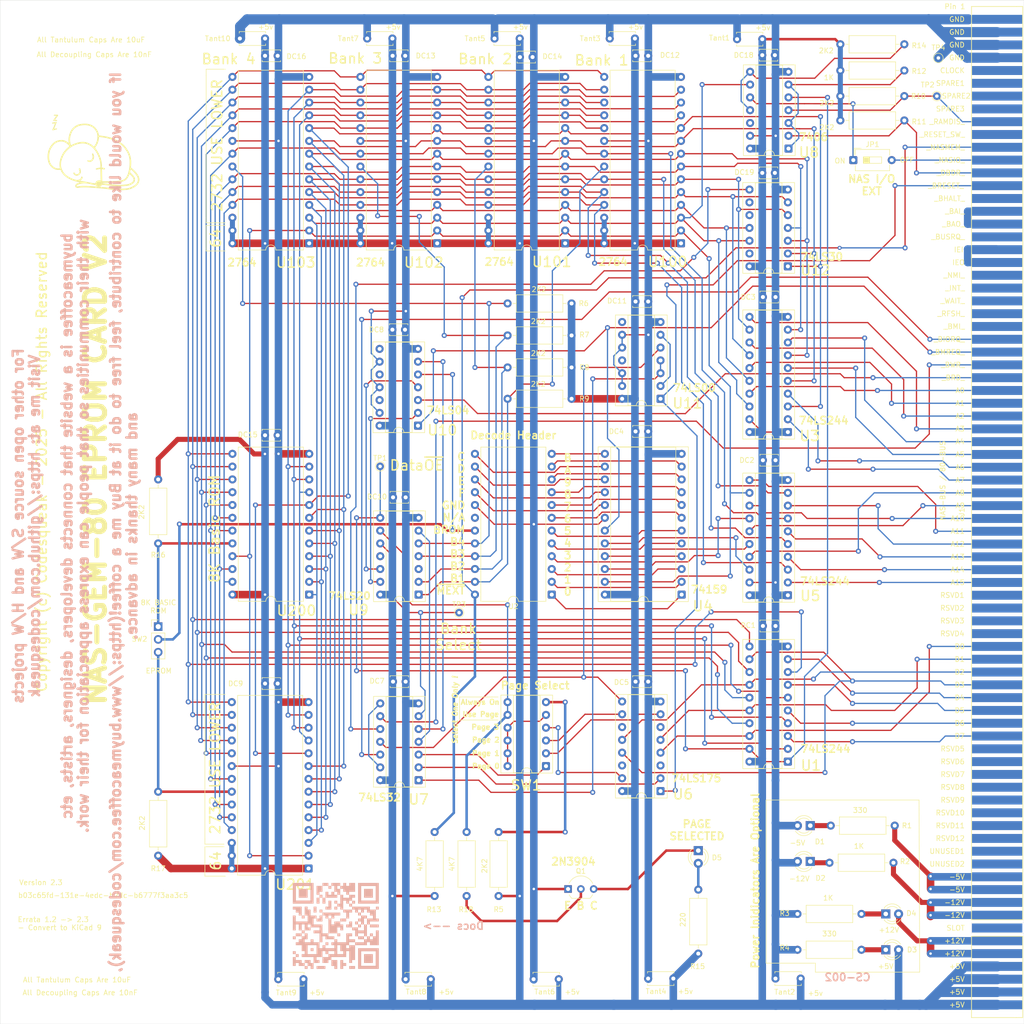
<source format=kicad_pcb>
(kicad_pcb (version 20241229) (generator "pcbnew") (generator_version "9.0")
  (title_block (title "EPROM Card") (date "2025-04-14") (rev "2.3"))
  (layers (0 "F.Cu" signal) (2 "B.Cu" signal) (13 "F.Paste" user) (15 "B.Paste" user) (5 "F.SilkS" user "F.Silkscreen") (7 "B.SilkS" user "B.Silkscreen") (1 "F.Mask" user) (3 "B.Mask" user) (25 "Edge.Cuts" user))
  (net 0 "")
  (net 1 "Net-(D1-K)")
  (net 2 "GND")
  (net 3 "Net-(D2-K)")
  (net 4 "+12V")
  (net 5 "Net-(D3-K)")
  (net 6 "-5V")
  (net 7 "-12V")
  (net 8 "VCC")
  (net 9 "A15")
  (net 10 "A14")
  (net 11 "A13")
  (net 12 "A12")
  (net 13 "A11")
  (net 14 "A10")
  (net 15 "A9")
  (net 16 "A8")
  (net 17 "A7")
  (net 18 "A6")
  (net 19 "A5")
  (net 20 "A4")
  (net 21 "A3")
  (net 22 "A2")
  (net 23 "A1")
  (net 24 "A0")
  (net 25 "Net-(D4-K)")
  (net 26 "Net-(D5-A)")
  (net 27 "Net-(D5-K)")
  (net 28 "D7")
  (net 29 "D6")
  (net 30 "D5")
  (net 31 "D4")
  (net 32 "D3")
  (net 33 "D2")
  (net 34 "D1")
  (net 35 "D0")
  (net 36 "Net-(SW1-Pad1)")
  (net 40 "Net-(SW1-Pad10)")
  (net 42 "~{DBDR}")
  (net 44 "Net-(R12-Pad2)")
  (net 45 "~{NASMEM}")
  (net 46 "~{BMREQ}")
  (net 47 "~{BIORQ}")
  (net 48 "Net-(U10-Pad6)")
  (net 49 "Net-(U7-Pad4)")
  (net 50 "Net-(U10-Pad4)")
  (net 51 "Net-(U10-Pad2)")
  (net 52 "Net-(U11-Pad2)")
  (net 53 "~{BRESET}")
  (net 55 "/BA3")
  (net 56 "/BA7")
  (net 57 "/BA2")
  (net 58 "/BA6")
  (net 59 "/BA1")
  (net 60 "/BA5")
  (net 61 "/BA0")
  (net 62 "/BA4")
  (net 63 "/BA11")
  (net 64 "/BA10")
  (net 65 "/BA9")
  (net 66 "/BA8")
  (net 67 "/BA12")
  (net 68 "/BD3")
  (net 69 "/BD4")
  (net 70 "/BD5")
  (net 71 "/BD6")
  (net 72 "/BD7")
  (net 73 "/BD0")
  (net 74 "/BD1")
  (net 75 "/BD2")
  (net 76 "Bank4")
  (net 77 "Bank3")
  (net 78 "Bank2")
  (net 79 "Bank1")
  (net 80 "8K_ROM")
  (net 81 "~{BWR}")
  (net 82 "Net-(U7-Pad13)")
  (net 83 "Net-(U12-Pad8)")
  (net 84 "~{NASIO}")
  (net 85 "PAGE_0")
  (net 87 "Net-(R14-Pad1)")
  (net 91 "~{BRD}")
  (net 96 "Net-(TP3-Pad1)")
  (net 97 "Net-(R5-Pad2)")
  (net 98 "Net-(R18-Pad2)")
  (net 105 "Net-(J1-Pin_19)")
  (net 107 "Net-(J1-Pin_16)")
  (net 114 "Net-(JP1-A)")
  (net 115 "Net-(Q1-B)")
  (net 116 "Net-(SW2-A)")
  (net 117 "Net-(SW2-C)")
  (net 118 "Net-(U6-Q3)")
  (net 119 "Net-(U6-Q2)")
  (net 120 "Net-(U6-Q1)")
  (net 121 "Net-(U1-OEa)")
  (net 122 "Net-(U2-Block0)")
  (net 123 "Net-(U2-Block1)")
  (net 124 "Net-(U2-Block2)")
  (net 125 "Net-(U2-Block3)")
  (net 126 "Net-(U2-Block4)")
  (net 127 "Net-(U2-Block5)")
  (net 129 "Net-(U2-Block6)")
  (net 135 "~{RAMDIS}")
  (net 136 "Net-(U2-Block7)")
  (net 137 "Net-(U2-Block8)")
  (net 138 "Net-(U2-Block9)")
  (net 139 "Net-(U2-BlockA)")
  (net 140 "Net-(U2-BlockB)")
  (net 141 "Net-(U2-BlockC)")
  (net 142 "Net-(U2-BlockD)")
  (net 143 "Net-(U2-BlockE)")
  (net 144 "Net-(U2-BlockF)")
  (net 146 "Net-(U4-A1)")
  (net 147 "Net-(U4-A2)")
  (net 148 "Net-(U4-A3)")
  (net 151 "Net-(U6-Cp)")
  (net 154 "Net-(U6-Q0)")
  (footprint "LED_THT:LED_D3.0mm" (layer "F.Cu") (at 244.856 208.026 180)
    (property "Reference" "D1")
    (property "Value" "LED")
  )
  (footprint "LED_THT:LED_D3.0mm" (layer "F.Cu") (at 259.842 232.664)
    (property "Reference" "D3")
    (property "Value" "LED")
  )
  (footprint "LED_THT:LED_D3.0mm" (layer "F.Cu") (at 259.842 225.552)
    (property "Reference" "D4")
    (property "Value" "LED")
  )
  (footprint "80bus:80BusEdgeConnector" (layer "F.Cu") (at 280.67 157.226)
    (property "Reference" "J1")
    (property "Value" "Conn_01x80NasBus" (hide yes))
  )
  (footprint "Resistor_THT:R_Axial_DIN0309_L9.0mm_D3.2mm_P12.70mm_Horizontal" (layer "F.Cu") (at 248.92 208.026)
    (property "Reference" "R1")
    (property "Value" "330")
  )
  (footprint "Resistor_THT:R_Axial_DIN0309_L9.0mm_D3.2mm_P12.70mm_Horizontal" (layer "F.Cu") (at 248.666 215.392)
    (property "Reference" "R2")
    (property "Value" "1k")
  )
  (footprint "Resistor_THT:R_Axial_DIN0309_L9.0mm_D3.2mm_P12.70mm_Horizontal" (layer "F.Cu") (at 255.016 225.552 180)
    (property "Reference" "R3")
    (property "Value" "1k")
  )
  (footprint "Resistor_THT:R_Axial_DIN0309_L9.0mm_D3.2mm_P12.70mm_Horizontal" (layer "F.Cu") (at 255.016 232.664 180)
    (property "Reference" "R4")
    (property "Value" "330")
  )
  (footprint "Capacitor_THT:C_Disc_D5.0mm_W2.5mm_P5.00mm" (layer "F.Cu") (at 235.331 51.943 180)
    (property "Reference" "Tant1")
    (property "Value" "10uF")
  )
  (footprint "Capacitor_THT:C_Disc_D5.0mm_W2.5mm_P5.00mm" (layer "F.Cu") (at 242.951 238.379 180)
    (property "Reference" "Tant2")
    (property "Value" "10uF")
  )
  (footprint "Package_DIP:DIP-24_W15.24mm" (layer "F.Cu") (at 193.548 162.179 180)
    (property "Reference" "U2")
    (property "Value" "DecodeHeader")
  )
  (footprint "Package_DIP:DIP-20_W7.62mm_Socket" (layer "F.Cu") (at 240.411 129.921 180)
    (property "Reference" "U3")
    (property "Value" "74LS244")
  )
  (footprint "Package_DIP:DIP-20_W7.62mm_Socket" (layer "F.Cu") (at 240.411 162.306 180)
    (property "Reference" "U5")
    (property "Value" "74LS244")
  )
  (footprint "LED_THT:LED_D3.0mm" (layer "F.Cu") (at 244.856 215.138 180)
    (property "Reference" "D2")
    (property "Value" "LED")
  )
  (footprint "Capacitor_THT:C_Disc_D5.0mm_W2.5mm_P5.00mm" (layer "F.Cu") (at 210.058 51.816 180)
    (property "Reference" "Tant3")
    (property "Value" "10uF")
  )
  (footprint "Capacitor_THT:C_Disc_D5.0mm_W2.5mm_P5.00mm" (layer "F.Cu") (at 217.678 238.379 180)
    (property "Reference" "Tant4")
    (property "Value" "10uF")
  )
  (footprint "Capacitor_THT:C_Disc_D5.0mm_W2.5mm_P5.00mm" (layer "F.Cu") (at 187.198 51.816 180)
    (property "Reference" "Tant5")
    (property "Value" "10uF")
  )
  (footprint "Capacitor_THT:C_Disc_D5.0mm_W2.5mm_P5.00mm" (layer "F.Cu") (at 194.945 238.506 180)
    (property "Reference" "Tant6")
    (property "Value" "10uF")
  )
  (footprint "Capacitor_THT:C_Disc_D5.0mm_W2.5mm_P5.00mm" (layer "F.Cu") (at 161.925 51.816 180)
    (property "Reference" "Tant7")
    (property "Value" "10uF")
  )
  (footprint "Capacitor_THT:C_Disc_D5.0mm_W2.5mm_P5.00mm" (layer "F.Cu") (at 169.545 238.506 180)
    (property "Reference" "Tant8")
    (property "Value" "10uF")
  )
  (footprint "Package_DIP:DIP-20_W7.62mm_Socket" (layer "F.Cu") (at 240.411 195.326 180)
    (property "Reference" "U1")
    (property "Value" "74LS244")
  )
  (footprint "Package_DIP:DIP-16_W7.62mm_Socket" (layer "F.Cu") (at 215.138 201.168 180)
    (property "Reference" "U6")
    (property "Value" "74LS175")
  )
  (footprint "Capacitor_THT:C_Disc_D3.4mm_W2.1mm_P2.50mm" (layer "F.Cu") (at 235.458 168.402)
    (property "Reference" "DC1")
    (property "Value" "10nF")
  )
  (footprint "Capacitor_THT:C_Disc_D3.4mm_W2.1mm_P2.50mm" (layer "F.Cu") (at 235.458 135.509)
    (property "Reference" "DC2")
    (property "Value" "10nF")
  )
  (footprint "Capacitor_THT:C_Disc_D3.4mm_W2.1mm_P2.50mm" (layer "F.Cu") (at 235.458 103.124)
    (property "Reference" "DC3")
    (property "Value" "10nF")
  )
  (footprint "Capacitor_THT:C_Disc_D3.4mm_W2.1mm_P2.50mm" (layer "F.Cu") (at 210.185 129.794)
    (property "Reference" "DC4")
    (property "Value" "10nF")
  )
  (footprint "Capacitor_THT:C_Disc_D3.4mm_W2.1mm_P2.50mm" (layer "F.Cu") (at 210.185 179.451)
    (property "Reference" "DC5")
    (property "Value" "10nF")
  )
  (footprint "Capacitor_THT:C_Disc_D3.4mm_W2.1mm_P2.50mm" (layer "F.Cu") (at 162.052 179.451)
    (property "Reference" "DC7")
    (property "Value" "10nF")
  )
  (footprint "Resistor_THT:R_Axial_DIN0309_L9.0mm_D3.2mm_P12.70mm_Horizontal" (layer "F.Cu") (at 184.785 104.394)
    (property "Reference" "R6")
    (property "Value" "2K2")
  )
  (footprint "Resistor_THT:R_Axial_DIN0309_L9.0mm_D3.2mm_P12.70mm_Horizontal" (layer "F.Cu") (at 184.785 110.744)
    (property "Reference" "R7")
    (property "Value" "2K2")
  )
  (footprint "Resistor_THT:R_Axial_DIN0309_L9.0mm_D3.2mm_P12.70mm_Horizontal" (layer "F.Cu") (at 184.785 117.094)
    (property "Reference" "R8")
    (property "Value" "2K2")
  )
  (footprint "Resistor_THT:R_Axial_DIN0309_L9.0mm_D3.2mm_P12.70mm_Horizontal" (layer "F.Cu") (at 184.785 123.317)
    (property "Reference" "R9")
    (property "Value" "2K2")
  )
  (footprint "Resistor_THT:R_Axial_DIN0309_L9.0mm_D3.2mm_P12.70mm_Horizontal" (layer "F.Cu") (at 250.825 63.246)
    (property "Reference" "R10")
    (property "Value" "2K2")
  )
  (footprint "Resistor_THT:R_Axial_DIN0309_L9.0mm_D3.2mm_P12.70mm_Horizontal" (layer "F.Cu") (at 250.825 58.166)
    (property "Reference" "R12")
    (property "Value" "1K")
  )
  (footprint "Package_DIP:DIP-14_W7.62mm_Socket" (layer "F.Cu") (at 240.538 73.66 180)
    (property "Reference" "U8")
    (property "Value" "7406")
  )
  (footprint "Resistor_THT:R_Axial_DIN0309_L9.0mm_D3.2mm_P12.70mm_Horizontal" (layer "F.Cu") (at 170.307 221.996 90)
    (property "Reference" "R13")
    (property "Value" "4K7")
  )
  (footprint "Package_DIP:DIP-14_W7.62mm_Socket" (layer "F.Cu") (at 167.132 162.179 180)
    (property "Reference" "U9")
    (property "Value" "74LS20")
  )
  (footprint "Package_DIP:DIP-14_W7.62mm_Socket" (layer "F.Cu") (at 167.005 128.651 180)
    (property "Reference" "U10")
    (property "Value" "74LS04")
  )
  (footprint "Capacitor_THT:C_Disc_D3.4mm_W2.1mm_P2.50mm" (layer "F.Cu") (at 161.925 109.601)
    (property "Reference" "DC8")
    (property "Value" "10nF")
  )
  (footprint "Capacitor_THT:C_Disc_D3.4mm_W2.1mm_P2.50mm" (layer "F.Cu") (at 162.052 142.875)
    (property "Reference" "DC10")
    (property "Value" "10nF")
  )
  (footprint "Capacitor_THT:C_Disc_D3.4mm_W2.1mm_P2.50mm" (layer "F.Cu") (at 210.185 104.013)
    (property "Reference" "DC11")
    (property "Value" "10nF")
  )
  (footprint "Capacitor_THT:C_Disc_D3.4mm_W2.1mm_P2.50mm" (layer "F.Cu") (at 210.185 55.245)
    (property "Reference" "DC12")
    (property "Value" "10nF")
  )
  (footprint "Capacitor_THT:C_Disc_D3.4mm_W2.1mm_P2.50mm" (layer "F.Cu") (at 161.965 55.245)
    (property "Reference" "DC13")
    (property "Value" "10nF")
  )
  (footprint "Capacitor_THT:C_Disc_D3.4mm_W2.1mm_P2.50mm" (layer "F.Cu") (at 187.238 55.499)
    (property "Reference" "DC14")
    (property "Value" "10nF")
  )
  (footprint "Package_DIP:DIP-28_W15.24mm" (layer "F.Cu") (at 219.202 92.456 180)
    (property "Reference" "U100")
    (property "Value" "2764")
  )
  (footprint "Package_DIP:DIP-28_W15.24mm" (layer "F.Cu") (at 196.215 92.456 180)
    (property "Reference" "U101")
    (property "Value" "2764")
  )
  (footprint "Package_DIP:DIP-28_W15.24mm" (layer "F.Cu") (at 170.815 92.456 180)
    (property "Reference" "U102")
    (property "Value" "2764")
  )
  (footprint "Package_DIP:DIP-28_W15.24mm" (layer "F.Cu") (at 145.415 92.456 180)
    (property "Reference" "U103")
    (property "Value" "2764")
  )
  (footprint "Capacitor_THT:C_Disc_D3.4mm_W2.1mm_P2.50mm" (layer "F.Cu") (at 136.652 130.556)
    (property "Reference" "DC15")
    (property "Value" "10nF")
  )
  (footprint "Capacitor_THT:C_Disc_D3.4mm_W2.1mm_P2.50mm" (layer "F.Cu") (at 136.652 55.245)
    (property "Reference" "DC16")
    (property "Value" "10nF")
  )
  (footprint "Package_DIP:DIP-14_W7.62mm_Socket" (layer "F.Cu") (at 240.411 97.028 180)
    (property "Reference" "U12")
    (property "Value" "74LS30")
  )
  (footprint "Package_DIP:DIP-14_W7.62mm_Socket" (layer "F.Cu") (at 167.132 199.009 180)
    (property "Reference" "U7")
    (property "Value" "74LS32")
  )
  (footprint "Package_DIP:DIP-14_W7.62mm_Socket" (layer "F.Cu") (at 215.138 123.317 180)
    (property "Reference" "U11")
    (property "Value" "74LS00")
  )
  (footprint "Capacitor_THT:C_Disc_D5.0mm_W2.5mm_P5.00mm" (layer "F.Cu") (at 144.272 238.506 180)
    (property "Reference" "Tant9")
    (property "Value" "10uF")
  )
  (footprint "Capacitor_THT:C_Disc_D5.0mm_W2.5mm_P5.00mm" (layer "F.Cu") (at 136.652 51.816 180)
    (property "Reference" "Tant10")
    (property "Value" "10uF")
  )
  (footprint "Capacitor_THT:C_Disc_D3.4mm_W2.1mm_P2.50mm" (layer "F.Cu") (at 235.331 55.118)
    (property "Reference" "DC18")
    (property "Value" "10nF")
  )
  (footprint "Capacitor_THT:C_Disc_D3.4mm_W2.1mm_P2.50mm" (layer "F.Cu") (at 235.331 78.486)
    (property "Reference" "DC19")
    (property "Value" "10nF")
  )
  (footprint "LED_THT:LED_D3.0mm" (layer "F.Cu") (at 222.631 212.979 -90)
    (property "Reference" "D5")
    (property "Value" "LED")
  )
  (footprint "Resistor_THT:R_Axial_DIN0309_L9.0mm_D3.2mm_P12.70mm_Horizontal" (layer "F.Cu") (at 222.631 233.426 90)
    (property "Reference" "R15")
    (property "Value" "330")
  )
  (footprint "Package_TO_SOT_THT:TO-92_Inline_Wide" (layer "F.Cu") (at 196.790851 220.606069)
    (property "Reference" "Q1")
    (property "Value" "2N3904")
  )
  (footprint "Package_DIP:DIP-24_W15.24mm" (layer "F.Cu") (at 145.415 162.179 180)
    (property "Reference" "U200")
    (property "Value" "MK36000_8K_ROM")
  )
  (footprint "Capacitor_THT:C_Disc_D3.4mm_W2.1mm_P2.50mm" (layer "F.Cu") (at 136.652 179.832)
    (property "Reference" "DC9")
    (property "Value" "10nF")
  )
  (footprint "Package_DIP:DIP-28_W15.24mm" (layer "F.Cu") (at 145.288 216.535 180)
    (property "Reference" "U201")
    (property "Value" "2764")
  )
  (footprint "Resistor_THT:R_Axial_DIN0309_L9.0mm_D3.2mm_P12.70mm_Horizontal" (layer "F.Cu") (at 115.443 139.319 -90)
    (property "Reference" "R16")
    (property "Value" "2K2")
  )
  (footprint "Resistor_THT:R_Axial_DIN0309_L9.0mm_D3.2mm_P12.70mm_Horizontal" (layer "F.Cu") (at 115.443 213.995 90)
    (property "Reference" "R17")
    (property "Value" "2K2")
  )
  (footprint "Connector_PinHeader_2.54mm:PinHeader_1x03_P2.54mm_Vertical" (layer "F.Cu") (at 115.443 168.529)
    (property "Reference" "SW2")
    (property "Value" "SW_SPDT")
  )
  (footprint "Package_DIP:DIP-24_W15.24mm_Socket" (layer "F.Cu") (at 219.329 162.179 180)
    (property "Reference" "U4")
    (property "Value" "74159")
  )
  (footprint "Resistor_THT:R_Axial_DIN0309_L9.0mm_D3.2mm_P12.70mm_Horizontal" (layer "F.Cu") (at 250.825 68.072)
    (property "Reference" "R11")
    (property "Value" "2K2")
  )
  (footprint "Resistor_THT:R_Axial_DIN0309_L9.0mm_D3.2mm_P12.70mm_Horizontal" (layer "F.Cu") (at 263.525 52.959 180)
    (property "Reference" "R14")
    (property "Value" "2K2")
  )
  (footprint "Package_DIP:DIP-12_W7.62mm_Socket" (layer "F.Cu") (at 192.405 196.215 180)
    (property "Reference" "SW1")
    (property "Value" "SW_DIP_x06")
  )
  (footprint "Resistor_THT:R_Axial_DIN0309_L9.0mm_D3.2mm_P12.70mm_Horizontal" (layer "F.Cu") (at 183.007 221.996 90)
    (property "Reference" "R5")
    (property "Value" "2K2")
  )
  (footprint "Resistor_THT:R_Axial_DIN0309_L9.0mm_D3.2mm_P12.70mm_Horizontal" (layer "F.Cu") (at 176.657 221.996 90)
    (property "Reference" "R18")
    (property "Value" "4K7")
  )
  (footprint "TestPoint:TestPoint_THTPad_D1.5mm_Drill0.7mm" (layer "F.Cu") (at 159.4866 136.7282)
    (property "Reference" "TP1")
    (property "Value" "Data ~OE~")
  )
  (footprint "TestPoint:TestPoint_THTPad_D1.5mm_Drill0.7mm" (layer "F.Cu") (at 175.1584 165.7604)
    (property "Reference" "TP3")
    (property "Value" "Bank Select")
  )
  (footprint "80bus:sleepymouse_small" (layer "F.Cu") (at 102.0826 74.9808)
    (property "Reference" "G1" (hide yes))
    (property "Value" "LOGO" (hide yes))
  )
  (footprint "TestPoint:TestPoint_THTPad_D1.5mm_Drill0.7mm" (layer "F.Cu") (at 269.9766 63.246)
    (property "Reference" "TP2")
    (property "Value" "~RAMDIS~")
  )
  (footprint "Button_Switch_THT:SW_DIP_SPSTx01_Slide_6.7x4.1mm_W7.62mm_P2.54mm_LowProfile" (layer "F.Cu") (at 253.400948 75.947161)
    (property "Reference" "JP1")
    (property "Value" "Link 1")
  )
  (footprint "TestPoint:TestPoint_THTPad_D1.5mm_Drill0.7mm" (layer "F.Cu") (at 270.2814 55.6768)
    (property "Reference" "TP4")
    (property "Value" "0V / Ground")
  )
  (footprint "80bus:qr-code" (layer "B.Cu") (at 150.695557 227.931654 180)
    (property "Reference" "G001" (hide yes))
    (property "Value" "LOGO" (hide yes))
  )
  (gr_line (start 124.714 212.217) (end 128.524 212.217) (stroke (width 0.12)) (layer "F.SilkS"))
  (gr_line (start 124.714 216.789) (end 124.714 212.217) (stroke (width 0.12)) (layer "F.SilkS"))
  (gr_line (start 124.714 210.693) (end 124.714 211.709) (stroke (width 0.12)) (layer "F.SilkS"))
  (gr_line (start 124.714 210.693) (end 124.714 182.499) (stroke (width 0.12)) (layer "F.SilkS"))
  (gr_line (start 124.714 211.709) (end 128.524 211.709) (stroke (width 0.12)) (layer "F.SilkS"))
  (gr_line (start 175.26 184.531) (end 175.26 187.071) (stroke (width 0.12)) (layer "F.SilkS"))
  (gr_line (start 236.093 202.946) (end 266.446 202.946) (stroke (width 0.12)) (layer "F.SilkS"))
  (gr_line (start 124.968 87.376) (end 124.968 59.182) (stroke (width 0.12)) (layer "F.SilkS"))
  (gr_line (start 124.968 87.376) (end 124.968 88.392) (stroke (width 0.12)) (layer "F.SilkS"))
  (gr_line (start 266.446 202.946) (end 266.573 237.109) (stroke (width 0.12)) (layer "F.SilkS"))
  (gr_line (start 124.968 57.912) (end 128.778 57.912) (stroke (width 0.12)) (layer "F.SilkS"))
  (gr_line (start 124.714 182.499) (end 124.714 181.991) (stroke (width 0.12)) (layer "F.SilkS"))
  (gr_line (start 124.714 216.789) (end 124.714 218.059) (stroke (width 0.12)) (layer "F.SilkS"))
  (gr_line (start 266.573 237.109) (end 245.872 237.109) (stroke (width 0.12)) (layer "F.SilkS"))
  (gr_line (start 181.864 187.071) (end 182.88 187.071) (stroke (width 0.12)) (layer "F.SilkS"))
  (gr_line (start 124.714 181.991) (end 128.778 181.991) (stroke (width 0.12)) (layer "F.SilkS"))
  (gr_line (start 236.093 235.331) (end 236.093 202.946) (stroke (width 0.12)) (layer "F.SilkS"))
  (gr_line (start 124.968 88.392) (end 128.778 88.392) (stroke (width 0.12)) (layer "F.SilkS"))
  (gr_line (start 124.714 218.059) (end 128.778 218.059) (stroke (width 0.12)) (layer "F.SilkS"))
  (gr_line (start 124.968 93.472) (end 124.968 93.853) (stroke (width 0.12)) (layer "F.SilkS"))
  (gr_line (start 124.968 88.9) (end 128.778 88.9) (stroke (width 0.12)) (layer "F.SilkS"))
  (gr_line (start 124.968 93.98) (end 128.778 93.98) (stroke (width 0.12)) (layer "F.SilkS"))
  (gr_line (start 124.968 93.472) (end 124.968 88.9) (stroke (width 0.12)) (layer "F.SilkS"))
  (gr_line (start 124.968 93.853) (end 124.968 93.98) (stroke (width 0.12)) (layer "F.SilkS"))
  (gr_line (start 181.737 182.499) (end 182.88 182.499) (stroke (width 0.12)) (layer "F.SilkS"))
  (gr_line (start 124.968 59.182) (end 124.968 57.912) (stroke (width 0.12)) (layer "F.SilkS"))
  (gr_line (start 245.872 237.109) (end 245.872 235.331) (stroke (width 0.12)) (layer "F.SilkS"))
  (gr_line (start 175.26 187.071) (end 181.864 187.071) (stroke (width 0.12)) (layer "F.SilkS"))
  (gr_line (start 181.737 182.499) (end 175.26 182.499) (stroke (width 0.12)) (layer "F.SilkS"))
  (gr_line (start 245.872 235.331) (end 236.093 235.331) (stroke (width 0.12)) (layer "F.SilkS"))
  (gr_line (start 175.26 182.499) (end 175.26 184.531) (stroke (width 0.12)) (layer "F.SilkS"))
  (gr_line (start 287.274 44.196) (end 287.274 227.33) (stroke (width 0.05)) (layer "Edge.Cuts"))
  (gr_line (start 84.074 44.196) (end 84.074 247.396) (stroke (width 0.05)) (layer "Edge.Cuts"))
  (gr_line (start 287.274 247.396) (end 84.074 247.396) (stroke (width 0.05)) (layer "Edge.Cuts"))
  (gr_line (start 276.86 229.362) (end 287.274 229.362) (stroke (width 0.05)) (layer "Edge.Cuts"))
  (gr_line (start 287.274 229.362) (end 287.274 247.396) (stroke (width 0.05)) (layer "Edge.Cuts"))
  (gr_line (start 276.86 227.33) (end 276.86 229.362) (stroke (width 0.05)) (layer "Edge.Cuts"))
  (gr_line (start 287.274 44.196) (end 84.074 44.196) (stroke (width 0.05)) (layer "Edge.Cuts"))
  (gr_line (start 287.274 227.33) (end 276.86 227.33) (stroke (width 0.05)) (layer "Edge.Cuts"))
  (gr_text "+5v" (at 187.325 49.53 0) (layer "F.SilkS") (effects (font (size 1 1))))
  (gr_text "+5v" (at 220.091 240.919 0) (layer "F.SilkS") (effects (font (size 1 1))))
  (gr_text "+5v" (at 197.612 241.046 0) (layer "F.SilkS") (effects (font (size 1 1))))
  (gr_text "+5v" (at 172.593 241.046 0) (layer "F.SilkS") (effects (font (size 1 1))))
  (gr_text "+5v" (at 146.939 241.173 0) (layer "F.SilkS") (effects (font (size 1 1))))
  (gr_text "+5v" (at 162.052 49.53 0) (layer "F.SilkS") (effects (font (size 1 1))))
  (gr_text "+5v" (at 210.185 49.53 0) (layer "F.SilkS") (effects (font (size 1 1))))
  (gr_text "+5v" (at 136.779 49.53 0) (layer "F.SilkS") (effects (font (size 1 1))))
  (gr_text "Page 1" (at 180.467 193.675 0) (layer "F.SilkS") (effects (font (size 1 1) (thickness 0.25))))
  (gr_text "Page 2" (at 180.467 191.008 0) (layer "F.SilkS") (effects (font (size 1 1) (thickness 0.25))))
  (gr_text "Page 3" (at 180.34 188.468 0) (layer "F.SilkS") (effects (font (size 1 1) (thickness 0.25))))
  (gr_text "Use Page" (at 179.451 185.928 0) (layer "F.SilkS") (effects (font (size 1 1) (thickness 0.25))))
  (gr_text "2K2" (at 190.881 114.3 0) (layer "F.SilkS") (effects (font (size 1 1))))
  (gr_text "2K2" (at 190.881 107.95 0) (layer "F.SilkS") (effects (font (size 1 1))))
  (gr_text "2K2" (at 191.008 101.6 0) (layer "F.SilkS") (effects (font (size 1 1))))
  (gr_text "Bank 2" (at 180.34 55.88 0) (layer "F.SilkS") (effects (font (size 2 2) (thickness 0.3))))
  (gr_text "Bank 3" (at 154.559 55.753 0) (layer "F.SilkS") (effects (font (size 2 2) (thickness 0.3))))
  (gr_text "Bank 4" (at 129.413 55.88 0) (layer "F.SilkS") (effects (font (size 2 2) (thickness 0.3))))
  (gr_text "Errata 1.2 -> 2.3\n- Convert to KiCad 9\n" (at 87.503 227.457 0) (layer "F.SilkS") (effects (font (size 1 1)) (justify left)))
  (gr_text "74LS244" (at 247.777 159.512 0) (layer "F.SilkS") (effects (font (size 1.5 1.5) (thickness 0.3))))
  (gr_text "74LS244" (at 247.523 127.635 0) (layer "F.SilkS") (effects (font (size 1.5 1.5) (thickness 0.3))))
  (gr_text "2764" (at 183.134 96.139 0) (layer "F.SilkS") (effects (font (size 1.5 1.5) (thickness 0.3))))
  (gr_text "2764" (at 157.607 96.266 0) (layer "F.SilkS") (effects (font (size 1.5 1.5) (thickness 0.3))))
  (gr_text "2764" (at 132.08 96.266 0) (layer "F.SilkS") (effects (font (size 1.5 1.5) (thickness 0.3))))
  (gr_text "2732 USE LOWER" (at 126.746 196.596 90) (layer "F.SilkS") (effects (font (size 2 2) (thickness 0.3))))
  (gr_text "64" (at 126.873 215.011 90) (layer "F.SilkS") (effects (font (size 2 2) (thickness 0.3))))
  (gr_text "Decode Header" (at 185.928 130.556 0) (layer "F.SilkS") (effects (font (size 1.5 1.5) (thickness 0.3))))
  (gr_text "2K2" (at 180.213 216.027 90) (layer "F.SilkS") (effects (font (size 1 1))))
  (gr_text "4K7" (at 167.386 215.646 90) (layer "F.SilkS") (effects (font (size 1 1))))
  (gr_text "All Tantulum Caps Are 10uF" (at 99.314 238.633 0) (layer "F.SilkS") (effects (font (size 1 1))))
  (gr_text "All Decoupling Caps Are 10nF" (at 102.743 54.991 0) (layer "F.SilkS") (effects (font (size 1 1))))
  (gr_text "All Decoupling Caps Are 10nF" (at 99.949 241.173 0) (layer "F.SilkS") (effects (font (size 1 1))))
  (gr_text "8K BASIC\nROM" (at 115.4938 164.5666 0) (layer "F.SilkS") (effects (font (size 1 1))))
  (gr_text "Bank\nSelect" (at 175.006 170.561 0) (layer "F.SilkS") (effects (font (size 2 2) (thickness 0.3))))
  (gr_text "Data~{OE}" (at 166.751 136.525 0) (layer "F.SilkS") (effects (font (size 2 2) (thickness 0.3))))
  (gr_text "74LS20" (at 153.416 162.433 0) (layer "F.SilkS") (effects (font (size 1.4 1.5) (thickness 0.3))))
  (gr_text "Select One Only !" (at 174.371 185.039 90) (layer "F.SilkS") (effects (font (size 1 1) (thickness 0.25) (italic yes))))
  (gr_text "-12V" (at 242.697 218.567 0) (layer "F.SilkS") (effects (font (size 1 1))))
  (gr_text "1K" (at 248.412 222.377 0) (layer "F.SilkS") (effects (font (size 1 1))))
  (gr_text "Bank 1" (at 203.454 56.134 0) (layer "F.SilkS") (effects (font (size 2 2) (thickness 0.3))))
  (gr_text "2K2" (at 190.881 120.396 0) (layer "F.SilkS") (effects (font (size 1 1))))
  (gr_text "B\nA\n9\n8\n7\n6\n5\n4\n3\n2\n1\n0" (at 196.723 148.336 0) (layer "F.SilkS") (effects (font (size 1.5 1.5) (thickness 0.3))))
  (gr_text "8K Basic ROM" (at 126.619 149.098 90) (layer "F.SilkS") (effects (font (size 2 2) (thickness 0.3))))
  (gr_text "1K" (at 248.539 59.563 0) (layer "F.SilkS") (effects (font (size 1 1))))
  (gr_text "Page Select" (at 190.246 180.213 0) (layer "F.SilkS") (effects (font (size 1.5 1.5) (thickness 0.3))))
  (gr_text "2K2" (at 112.141 145.796 90) (layer "F.SilkS") (effects (font (size 1 1))))
  (gr_text "330" (at 248.666 229.489 0) (layer "F.SilkS") (effects (font (size 1 1))))
  (gr_text "74LS175" (at 222.25 198.628 0) (layer "F.SilkS") (effects (font (size 1.5 1.5) (thickness 0.3))))
  (gr_text "C\nD\nE\nF\nGND\nN/A\nBROM\nB4\nB3\nB2\nB1\n~{MEXT}" (at 176.53 148.082 0) (layer "F.SilkS") (effects (font (size 1.5 1.5) (thickness 0.3)) (justify right)))
  (gr_text "E B C" (at 199.327287 223.916321 0) (layer "F.SilkS") (effects (font (size 1.5 1.5) (thickness 0.3))))
  (gr_text "330" (at 254.762 204.978 0) (layer "F.SilkS") (effects (font (size 1 1))))
  (gr_text "2N3904" (at 197.861878 215.158317 0) (layer "F.SilkS") (effects (font (size 1.5 1.5) (thickness 0.3))))
  (gr_text "+5v" (at 245.872 241.3 0) (layer "F.SilkS") (effects (font (size 1 1))))
  (gr_text "All Tantulum Caps Are 10uF" (at 102.108 52.07 0) (layer "F.SilkS") (effects (font (size 1 1))))
  (gr_text "NAS I/O\nEXT" (at 257.048 80.899 0) (layer "F.SilkS") (effects (font (size 1.5 1.5) (thickness 0.3))))
  (gr_text "2764" (at 205.74 96.139 0) (layer "F.SilkS") (effects (font (size 1.5 1.5) (thickness 0.3))))
  (gr_text "Power Inidicators Are Optional" (at 233.934 218.948 90) (layer "F.SilkS") (effects (font (size 1.5 1.5) (thickness 0.3))))
  (gr_text "-5V" (at 242.316 211.455 0) (layer "F.SilkS") (effects (font (size 1 1))))
  (gr_text "+12V" (at 260.477 228.727 0) (layer "F.SilkS") (effects (font (size 1 1))))
  (gr_text "4K7" (at 173.736 215.646 90) (layer "F.SilkS") (effects (font (size 1 1))))
  (gr_text "220" (at 219.583 226.695 90) (layer "F.SilkS") (effects (font (size 1 1))))
  (gr_text "Version 2.3" (at 92.155301 219.316525 0) (layer "F.SilkS") (effects (font (size 1 1))))
  (gr_text "OFF" (at 262.5598 76.5048 0) (layer "F.SilkS") (effects (font (size 1 1)) (justify left bottom)))
  (gr_text "EPROM" (at 115.5446 177.3174 0) (layer "F.SilkS") (effects (font (size 1 1))))
  (gr_text "Copyright (c) Codesqueak - 2025 - All Rights Reserved" (at 92.329 137.795 90) (layer "F.SilkS") (effects (font (size 2 2) (thickness 0.3))))
  (gr_text "7406" (at 245.491 71.374 0) (layer "F.SilkS") (effects (font (size 1.5 1.5) (thickness 0.3))))
  (gr_text "74LS04" (at 172.974 125.603 0) (layer "F.SilkS") (effects (font (size 1.5 1.5) (thickness 0.3))))
  (gr_text "2K2" (at 248.031 54.229 0) (layer "F.SilkS") (effects (font (size 1 1))))
  (gr_text "2K2" (at 248.158 69.469 0) (layer "F.SilkS") (effects (font (size 1 1))))
  (gr_text "2K2" (at 248.158 64.643 0) (layer "F.SilkS") (effects (font (size 1 1))))
  (gr_text "NAS-BUS / 80-BUS" (at 271.145 139.573 90) (layer "F.SilkS") (effects (font (size 1 1))))
  (gr_text "74LS30" (at 247.142 95.123 0) (layer "F.SilkS") (effects (font (size 1.5 1.5) (thickness 0.3))))
  (gr_text "74LS32" (at 159.385 202.438 0) (layer "F.SilkS") (effects (font (size 1.5 1.5) (thickness 0.3))))
  (gr_text "74LS244" (at 247.904 192.786 0) (layer "F.SilkS") (effects (font (size 1.5 1.5) (thickness 0.3))))
  (gr_text "Page 0" (at 180.467 196.215 0) (layer "F.SilkS") (effects (font (size 1 1) (thickness 0.25))))
  (gr_text "ON" (at 249.6058 76.6826 0) (layer "F.SilkS") (effects (font (size 1 1)) (justify left bottom)))
  (gr_text "Pin 1" (at 273.558 45.466 0) (layer "F.SilkS") (effects (font (size 1 1))))
  (gr_text "1K" (at 254.508 212.09 0) (layer "F.SilkS") (effects (font (size 1 1))))
  (gr_text "64" (at 126.873 91.44 90) (layer "F.SilkS") (effects (font (size 2 2) (thickness 0.3))))
  (gr_text "74159\n" (at 224.79 161.163 0) (layer "F.SilkS") (effects (font (size 1.5 1.5) (thickness 0.3))))
  (gr_text "2K2" (at 112.268 207.518 90) (layer "F.SilkS") (effects (font (size 1 1))))
  (gr_text "+5V" (at 259.842 235.966 0) (layer "F.SilkS") (effects (font (size 1 1))))
  (gr_text "74LS00" (at 221.869 121.158 0) (layer "F.SilkS") (effects (font (size 1.5 1.5) (thickness 0.3))))
  (gr_text "Always On" (at 179.324 183.515 0) (layer "F.SilkS") (effects (font (size 1 1) (thickness 0.25))))
  (gr_text "b03c65fd-131e-4edc-b2dc-b6777f3aa3c5" (at 104.521 221.869 0) (layer "F.SilkS") (effects (font (size 1 1))))
  (gr_text "+5v" (at 235.458 49.657 0) (layer "F.SilkS") (effects (font (size 1 1))))
  (gr_text "NAS-GEM-80 EPROM CARD V2" (at 102.997 137.287 90) (layer "F.SilkS") (effects (font (size 4 4) (thickness 1))))
  (gr_text "2732 USE LOWER" (at 127.127 73.025 90) (layer "F.SilkS") (effects (font (size 2 2) (thickness 0.3))))
  (gr_text "PAGE\nSELECTED" (at 222.377 208.915 0) (layer "F.SilkS") (effects (font (size 1.5 1.5) (thickness 0.3))))
  (gr_text "CS-002\n" (at 256.99392 238.997814 0) (layer "B.SilkS") (effects (font (size 1.5 1.5) (thickness 0.3) (bold yes)) (justify left bottom mirror)))
  (gr_text "For other open source S/W and H/W projects\nVisit me at: https://github.com/codesqueak\n\nbuymeacoffee is a website that connects developers, designers, artists, etc\nwith their communities so that people can express appreciation for their work.\n\nIf you would like to contribute, feel free to do it at Buy me a coffee!(https://www.buymeacoffee.com/codesqueak), \nand many thanks in advance." (at 111.379 148.5646 90) (layer "B.SilkS") (effects (font (size 2 2) (thickness 0.5) (bold yes)) (justify bottom mirror)))
  (gr_text "Docs -->" (at 180.255435 228.791577 0) (layer "B.SilkS") (effects (font (size 1.5 1.5) (thickness 0.3) (bold yes)) (justify left bottom mirror)))
  (segment (start 248.92 208.026) (end 244.856 208.026) (width 1) (layer "F.Cu") (net 1))
  (segment (start 155.575 72.136) (end 164.592 72.136) (width 0.25) (layer "F.Cu") (net 2))
  (segment (start 139.319 72.136) (end 130.175 72.136) (width 0.25) (layer "F.Cu") (net 2))
  (segment (start 130.048 196.215) (end 139.319 196.215) (width 0.25) (layer "F.Cu") (net 2))
  (segment (start 240.411 129.921) (end 235.331 129.921) (width 0.25) (layer "F.Cu") (net 2))
  (segment (start 202.819 148.209) (end 204.089 146.939) (width 0.25) (layer "F.Cu") (net 2))
  (segment (start 203.962 72.136) (end 212.725 72.136) (width 0.25) (layer "F.Cu") (net 2))
  (segment (start 207.518 110.617) (end 212.725 110.617) (width 0.25) (layer "F.Cu") (net 2))
  (segment (start 232.918 71.12) (end 237.998 71.12) (width 0.25) (layer "F.Cu") (net 2))
  (segment (start 196.790851 220.606069) (end 189.999069 220.606069) (width 0.5) (layer "F.Cu") (net 2))
  (segment (start 180.975 72.136) (end 189.992 72.136) (width 0.25) (layer "F.Cu") (net 2))
  (segment (start 235.331 129.921) (end 232.791 127.381) (width 0.25) (layer "F.Cu") (net 2))
  (segment (start 232.791 159.766) (end 237.958 159.766) (width 0.25) (layer "F.Cu") (net 2))
  (segment (start 189.999069 220.606069) (end 189.992 220.599) (width 0.5) (layer "F.Cu") (net 2))
  (segment (start 139.319 183.515) (end 145.288 183.515) (width 1.5) (layer "F.Cu") (net 2))
  (segment (start 164.592 105.918) (end 157.734 105.918) (width 0.25) (layer "F.Cu") (net 2))
  (segment (start 189.992 148.209) (end 182.118 148.209) (width 0.25) (layer "F.Cu") (net 2))
  (segment (start 189.992 148.209) (end 202.819 148.209) (width 0.25) (layer "F.Cu") (net 2))
  (segment (start 178.308 144.399) (end 182.118 148.209) (width 0.25) (layer "F.Cu") (net 2))
  (segment (start 145.415 134.239) (end 139.319 134.239) (width 1.5) (layer "F.Cu") (net 2))
  (via (at 139.319 134.239) (size 1) (drill 0.5) (layers "F.Cu" "B.Cu") (net 2))
  (via (at 139.319 196.215) (size 1) (drill 0.5) (layers "F.Cu" "B.Cu") (net 2))
  (via (at 212.725 110.617) (size 1) (drill 0.5) (layers "F.Cu" "B.Cu") (net 2))
  (via (at 189.992 220.599) (size 1) (drill 0.5) (layers "F.Cu" "B.Cu") (net 2))
  (via (at 157.734 105.918) (size 1) (drill 0.5) (layers "F.Cu" "B.Cu") (net 2))
  (via (at 164.592 72.136) (size 1) (drill 0.5) (layers "F.Cu" "B.Cu") (net 2))
  (via (at 237.998 71.12) (size 1) (drill 0.5) (layers "F.Cu" "B.Cu") (net 2))
  (via (at 237.958 159.766) (size 1) (drill 0.5) (layers "F.Cu" "B.Cu") (net 2))
  (via (at 164.592 105.918) (size 1) (drill 0.5) (layers "F.Cu" "B.Cu") (net 2))
  (via (at 189.992 72.136) (size 1) (drill 0.5) (layers "F.Cu" "B.Cu") (net 2))
  (via (at 189.992 148.209) (size 1) (drill 0.5) (layers "F.Cu" "B.Cu") (net 2))
  (via (at 139.319 72.136) (size 1) (drill 0.5) (layers "F.Cu" "B.Cu") (net 2))
  (via (at 212.725 72.136) (size 1) (drill 0.5) (layers "F.Cu" "B.Cu") (net 2))
  (via (at 139.319 183.515) (size 1) (drill 0.5) (layers "F.Cu" "B.Cu") (net 2))
  (segment (start 212.725 71.882) (end 212.725 108.839) (width 1.5) (layer "B.Cu") (net 2))
  (segment (start 189.992 71.882) (end 189.992 147.828) (width 1.5) (layer "B.Cu") (net 2))
  (segment (start 164.592 72.009) (end 164.592 112.776) (width 1.5) (layer "B.Cu") (net 2))
  (segment (start 189.992 148.209) (end 189.992 225.171) (width 1.5) (layer "B.Cu") (net 2))
  (segment (start 237.958 81.24) (end 237.958 58.968) (width 1.5) (layer "B.Cu") (net 2))
  (segment (start 237.958 162.092) (end 237.958 139.74) (width 1.5) (layer "B.Cu") (net 2))
  (segment (start 156.925 51.816) (end 156.925 48.594) (width 1.5) (layer "B.Cu") (net 2))
  (segment (start 131.699 51.769) (end 131.652 51.816) (width 2) (layer "B.Cu") (net 2))
  (segment (start 237.958 214.844) (end 237.958 207.478) (width 1.5) (layer "B.Cu") (net 2))
  (segment (start 182.198 48.34) (end 181.864 48.006) (width 1.5) (layer "B.Cu") (net 2))
  (segment (start 164.592 112.776) (end 164.592 147.32) (width 1.5) (layer "B.Cu") (net 2))
  (segment (start 237.958 172.125) (end 237.958 162.092) (width 1.5) (layer "B.Cu") (net 2))
  (segment (start 164.592 48.3616) (end 164.2364 48.006) (width 1.5) (layer "B.Cu") (net 2))
  (segment (start 189.992 48.1076) (end 190.0936 48.006) (width 1.5) (layer "B.Cu") (net 2))
  (segment (start 281.94 55.626) (end 275.971 55.626) (width 2) (layer "B.Cu") (net 2))
  (segment (start 164.592 72.136) (end 164.592 48.3616) (width 1.5) (layer "B.Cu") (net 2))
  (segment (start 230.505 48.006) (end 212.6996 48.006) (width 2) (layer "B.Cu") (net 2))
  (segment (start 207.518 113.157) (end 207.518 110.617) (width 0.25) (layer "B.Cu") (net 2))
  (segment (start 237.958 207.478) (end 237.958 199.049) (width 1.5) (layer "B.Cu") (net 2))
  (segment (start 237.998 112.856) (end 237.998 129.921) (width 1.5) (layer "B.Cu") (net 2))
  (segment (start 189.992 225.425) (end 189.992 238.633) (width 1.5) (layer "B.Cu") (net 2))
  (segment (start 139.319 59.944) (end 139.319 72.136) (width 1.5) (layer "B.Cu") (net 2))
  (segment (start 237.958 139.74) (end 237.958 135.509) (width 1.5) (layer "B.Cu") (net 2))
  (segment (start 189.992 72.136) (end 189.992 48.1076) (width 1.5) (layer "B.Cu") (net 2))
  (segment (start 189.992 147.828) (end 190.228001 148.064001) (width 0.25) (layer "B.Cu") (net 2))
  (segment (start 238.506 81.788) (end 237.958 81.24) (width 1.5) (layer "B.Cu") (net 2))
  (segment (start 167.005 113.411) (end 165.227 113.411) (width 1.5) (layer "B.Cu") (net 2))
  (segment (start 139.319 48.133) (end 139.319 59.944) (width 1.5) (layer "B.Cu") (net 2))
  (segment (start 157.734 122.682) (end 157.734 124.46) (width 0.25) (layer "B.Cu") (net 2))
  (segment (start 238.212 197.993) (end 237.958 197.739) (width 1) (layer "B.Cu") (net 2))
  (segment (start 167.132 146.939) (end 164.973 146.939) (width 1.5) (layer "B.Cu") (net 2))
  (segment (start 237.951 231.568) (end 237.958 231.561) (width 1.5) (layer "B.Cu") (net 2))
  (segment (start 139.446 48.006) (end 139.319 48.133) (width 1.5) (layer "B.Cu") (net 2))
  (segment (start 276.225 48.006) (end 268.351 48.006) (width 2) (layer "B.Cu") (net 2))
  (segment (start 237.958 106.894) (end 237.958 112.816) (width 1.5) (layer "B.Cu") (net 2))
  (segment (start 240.538 58.42) (end 238.506 58.42) (width 1.5) (layer "B.Cu") (net 2))
  (segment (start 145.415 59.436) (end 139.827 59.436) (width 1.5) (layer "B.Cu") (net 2))
  (segment (start 207.518 118.237) (end 205.867 116.586) (width 0.25) (layer "B.Cu") (net 2))
  (segment (start 157.734 119.38) (end 159.385 121.031) (width 0.25) (layer "B.Cu") (net 2))
  (segment (start 237.958 48.601) (end 237.363 48.006) (width 1.5) (layer "B.Cu") (net 2))
  (segment (start 242.316 225.552) (end 238.252 225.552) (width 1.5) (layer "B.Cu") (net 2))
  (segment (start 219.202 59.436) (end 213.233 59.436) (width 1.5) (layer "B.Cu") (net 2))
  (segment (start 170.815 59.436) (end 165.227 59.436) (width 1.5) (layer "B.Cu") (net 2))
  (segment (start 157.734 124.46) (end 159.385 126.111) (width 0.25) (layer "B.Cu") (net 2))
  (segment (start 237.958 231.561) (end 237.958 225.846) (width 1.5) (layer "B.Cu") (net 2))
  (segment (start 237.958 197.739) (end 237.958 199.049) (width 1.5) (layer "B.Cu") (net 2))
  (segment (start 219.329 134.239) (end 212.852 134.239) (width 1.5) (layer "B.Cu") (net 2))
  (segment (start 238.506 58.42) (end 237.958 58.968) (width 1.5) (layer "B.Cu") (net 2))
  (segment (start 238.506 215.392) (end 237.958 214.844) (width 1.5) (layer "B.Cu") (net 2))
  (segment (start 281.94 48.006) (end 276.225 48.006) (width 1.5) (layer "B.Cu") (net 2))
  (segment (start 237.958 112.816) (end 237.998 112.856) (width 1.5) (layer "B.Cu") (net 2))
  (segment (start 268.351 48.006) (end 237.363 48.006) (width 2) (layer "B.Cu") (net 2))
  (segment (start 213.106 183.388) (end 212.725 183.007) (width 1.5) (layer "B.Cu") (net 2))
  (segment (start 139.319 72.136) (end 139.319 238.459) (width 1.5) (layer "B.Cu") (net 2))
  (segment (start 237.998 135.469) (end 237.958 135.509) (width 1.5) (layer "B.Cu") (net 2))
  (segment (start 237.958 58.968) (end 237.958 48.601) (width 1.5) (layer "B.Cu") (net 2))
  (segment (start 139.446 48.006) (end 133.096 48.006) (width 2) (layer "B.Cu") (net 2))
  (segment (start 230.331 51.943) (end 230.331 48.18) (width 1.5) (layer "B.Cu") (net 2))
  (segment (start 164.2364 48.006) (end 156.337 48.006) (width 2) (layer "B.Cu") (net 2))
  (segment (start 205.867 114.808) (end 207.518 113.157) (width 0.25) (layer "B.Cu") (net 2))
  (segment (start 238.506 208.026) (end 237.958 207.478) (width 1.5) (layer "B.Cu") (net 2))
  (segment (start 240.411 172.466) (end 238.299 172.466) (width 1.5) (layer "B.Cu") (net 2))
  (segment (start 237.958 197.739) (end 237.958 172.125) (width 1.5) (layer "B.Cu") (net 2))
  (segment (start 212.725 72.136) (end 212.725 48.0314) (width 1.5) (layer "B.Cu") (net 2))
  (segment (start 157.734 122.682) (end 159.385 121.031) (width 0.25) (layer "B.Cu") (net 2))
  (segment (start 230.331 48.18) (end 230.505 48.006) (width 1.5) (layer "B.Cu") (net 2))
  (segment (start 212.725 108.839) (end 212.725 134.366) (width 1.5) (layer "B.Cu") (net 2))
  (segment (start 156.925 48.594) (end 156.337 48.006) (width 1.5) (layer "B.Cu") (net 2))
  (segment (start 240.411 129.921) (end 237.998 129.921) (width 1.5) (layer "B.Cu") (net 2))
  (segment (start 240.411 162.306) (end 238.172 162.306) (width 1.5) (layer "B.Cu") (net 2))
  (segment (start 164.973 146.939) (end 164.592 147.32) (width 1.5) (layer "B.Cu") (net 2))
  (segment (start 215.138 108.077) (end 213.487 108.077) (width 1.5) (layer "B.Cu") (net 2))
  (segment (start 165.227 113.411) (end 164.592 112.776) (width 1.5) (layer "B.Cu") (net 2))
  (segment (start 238.252 225.552) (end 237.958 225.846) (width 1.5) (layer "B.Cu") (net 2))
  (segment (start 157.734 114.3) (end 159.385 115.951) (width 0.25) (layer "B.Cu") (net 2))
  (segment (start 238.125 107.061) (end 237.958 106.894) (width 1.5) (layer "B.Cu") (net 2))
  (segment (start 242.316 232.664) (end 238.125 232.664) (width 1.5) (layer "B.Cu") (net 2))
  (segment (start 131.699 49.403) (end 131.699 51.769) (width 2) (layer "B.Cu") (net 2))
  (segment (start 237.998 129.921) (end 237.998 135.469) (width 1.5) (layer "B.Cu") (net 2))
  (segment (start 205.058 48.34) (end 204.724 48.006) (width 1.5) (layer "B.Cu") (net 2))
  (segment (start 242.316 215.392) (end 238.506 215.392) (width 1.5) (layer "B.Cu") (net 2))
  (segment (start 182.88 48.006) (end 181.864 48.006) (width 1.5) (layer "B.Cu") (net 2))
  (segment (start 190.0936 48.006) (end 182.88 48.006) (width 2) (layer "B.Cu") (net 2))
  (segment (start 240.411 107.061) (end 238.125 107.061) (width 1.5) (layer "B.Cu") (net 2))
  (segment (start 275.971 55.626) (end 273.2405 52.8955) (width 2) (layer "B.Cu") (net 2))
  (segment (start 182.198 51.816) (end 182.198 48.34) (width 1.5) (layer "B.Cu") (net 2))
  (segment (start 205.867 116.586) (end 205.867 114.808) (width 0.25) (layer "B.Cu") (net 2))
  (segment (start 164.592 147.32) (end 164.592 238.633) (width 1.5) (layer "B.Cu") (net 2))
  (segment (start 204.724 48.006) (end 190.0936 48.006) (width 2) (layer "B.Cu") (net 2))
  (segment (start 213.487 108.077) (end 212.725 108.839) (width 1.5) (layer "B.Cu") (net 2))
  (segment (start 237.363 48.006) (end 235.204 48.006) (width 2) (layer "B.Cu") (net 2))
  (segment (start 215.138 183.388) (end 213.106 183.388) (width 1.5) (layer "B.Cu") (net 2))
  (segment (start 281.94 53.086) (end 273.431 53.086) (width 2) (layer "B.Cu") (net 2))
  (segment (start 205.058 51.816) (end 205.058 48.34) (width 1.5) (layer "B.Cu") (net 2))
  (segment (start 212.725 134.366) (end 212.725 238.506) (width 1.5) (layer "B.Cu") (net 2))
  (segment (start 242.316 208.026) (end 238.506 208.026) (width 1.5) (layer "B.Cu") (net 2))
  (segment (start 237.958 106.894) (end 237.958 81.24) (width 1.5) (layer "B.Cu") (net 2))
  (segment (start 272.9865 52.8955) (end 273.2405 52.8955) (width 2) (layer "B.Cu") (net 2))
  (segment (start 231.14 48.006) (end 230.505 48.006) (width 1.5) (layer "B.Cu") (net 2))
  (segment (start 181.864 48.006) (end 164.2364 48.006) (width 2) (layer "B.Cu") (net 2))
  (segment (start 157.734 117.602) (end 157.734 119.38) (width 0.25) (layer "B.Cu") (net 2))
  (segment (start 237.958 225.846) (end 237.958 214.844) (width 1.5) (layer "B.Cu") (net 2))
  (segment (start 189.992 147.828) (end 189.992 148.209) (width 1.5) (layer "B.Cu") (net 2))
  (segment (start 167.132 183.769) (end 164.846 183.769) (width 1.5) (layer "B.Cu") (net 2))
  (segment (start 238.172 162.306) (end 237.958 162.092) (width 1.5) (layer "B.Cu") (net 2))
  (segment (start 196.215 59.436) (end 190.373 59.436) (width 1.5) (layer "B.Cu") (net 2))
  (segment (start 272.9865 52.8955) (end 270.256 55.626) (width 2) (layer "B.Cu") (net 2))
  (segment (start 237.951 238.379) (end 237.951 231.568) (width 1.5) (layer "B.Cu") (net 2))
  (segment (start 133.096 48.006) (end 131.699 49.403) (width 2) (layer "B.Cu") (net 2))
  (segment (start 240.411 139.446) (end 238.252 139.446) (width 1.5) (layer "B.Cu") (net 2))
  (segment (start 238.252 139.446) (end 237.958 139.74) (width 1.5) (layer "B.Cu") (net 2))
  (segment (start 139.827 59.436) (end 139.319 59.944) (width 1.5) (layer "B.Cu") (net 2))
  (segment (start 157.734 117.602) (end 159.385 115.951) (width 0.25) (layer "B.Cu") (net 2))
  (segment (start 207.518 120.777) (end 207.518 118.237) (width 0.25) (layer "B.Cu") (net 2))
  (segment (start 240.411 81.788) (end 238.506 81.788) (width 1.5) (layer "B.Cu") (net 2))
  (segment (start 164.846 183.769) (end 164.592 183.515) (width 1.5) (layer "B.Cu") (net 2))
  (segment (start 157.734 114.3) (end 157.734 105.918) (width 0.25) (layer "B.Cu") (net 2))
  (segment (start 237.998 199.009) (end 237.958 199.049) (width 1.5) (layer "B.Cu") (net 2))
  (segment (start 156.337 48.006) (end 139.446 48.006) (width 2) (layer "B.Cu") (net 2))
  (segment (start 238.299 172.466) (end 237.958 172.125) (width 1.5) (layer "B.Cu") (net 2))
  (segment (start 212.725 48.0314) (end 212.6996 48.006) (width 1.5) (layer "B.Cu") (net 2))
  (segment (start 273.2405 52.8955) (end 268.351 48.006) (width 2) (layer "B.Cu") (net 2))
  (segment (start 281.94 50.546) (end 270.891 50.546) (width 2) (layer "B.Cu") (net 2))
  (segment (start 212.6996 48.006) (end 204.724 48.006) (width 2) (layer "B.Cu") (net 2))
  (segment (start 212.852 134.239) (end 212.725 134.366) (width 1.5) (layer "B.Cu") (net 2))
  (segment (start 139.319 238.459) (end 139.272 238.506) (width 1.5) (layer "B.Cu") (net 2))
  (segment (start 235.204 48.006) (end 231.14 48.006) (width 2) (layer "B.Cu") (net 2))
  (segment (start 248.666 215.392) (end 244.856 215.392) (width 1) (layer "F.Cu") (net 3))
  (segment (start 268.732 230.886) (end 268.732 233.426) (width 1.5) (layer "F.Cu") (net 4))
  (segment (start 266.065 230.886) (end 268.732 230.886) (width 1) (layer "F.Cu") (net 4))
  (segment (start 262.382 227.203) (end 266.065 230.886) (width 1) (layer "F.Cu") (net 4))
  (segment (start 262.382 225.552) (end 262.382 227.203) (width 1) (layer "F.Cu") (net 4))
  (via (at 268.732 230.886) (size 1) (drill 0.5) (layers "F.Cu" "B.Cu") (net 4))
  (via (at 268.732 233.426) (size 1) (drill 0.5) (layers "F.Cu" "B.Cu") (net 4))
  (segment (start 281.94 230.886) (end 268.732 230.886) (width 1.5) (layer "B.Cu") (net 4))
  (segment (start 281.94 233.426) (end 268.732 233.426) (width 1.5) (layer "B.Cu") (net 4))
  (segment (start 255.016 232.664) (end 259.842 232.664) (width 1) (layer "F.Cu") (net 5))
  (segment (start 268.732 218.059) (end 268.732 220.599) (width 1.5) (layer "F.Cu") (net 6))
  (segment (start 261.62 208.026) (end 261.62 210.947) (width 1) (layer "F.Cu") (net 6))
  (segment (start 261.62 210.947) (end 268.732 218.059) (width 1) (layer "F.Cu") (net 6))
  (via (at 268.732 220.599) (size 1) (drill 0.5) (layers "F.Cu" "B.Cu") (net 6))
  (via (at 268.732 218.059) (size 1) (drill 0.5) (layers "F.Cu" "B.Cu") (net 6))
  (segment (start 281.94 220.726) (end 268.859 220.726) (width 1.5) (layer "B.Cu") (net 6))
  (segment (start 268.859 220.726) (end 268.732 220.599) (width 1) (layer "B.Cu") (net 6))
  (segment (start 281.94 218.186) (end 268.859 218.186) (width 1.5) (layer "B.Cu") (net 6))
  (segment (start 268.859 218.186) (end 268.732 218.059) (width 1) (layer "B.Cu") (net 6))
  (segment (start 266.954 223.266) (end 268.732 223.266) (width 1) (layer "F.Cu") (net 7))
  (segment (start 261.366 215.392) (end 261.366 217.678) (width 1) (layer "F.Cu") (net 7))
  (segment (start 261.366 217.678) (end 266.954 223.266) (width 1) (layer "F.Cu") (net 7))
  (segment (start 268.732 223.52) (end 268.732 226.06) (width 1.5) (layer "F.Cu") (net 7))
  (via (at 268.732 225.806) (size 1) (drill 0.5) (layers "F.Cu" "B.Cu") (net 7))
  (via (at 268.732 223.266) (size 1) (drill 0.5) (layers "F.Cu" "B.Cu") (net 7))
  (segment (start 281.94 223.266) (end 268.732 223.266) (width 1.5) (layer "B.Cu") (net 7))
  (segment (start 281.94 225.806) (end 268.732 225.806) (width 1.5) (layer "B.Cu") (net 7))
  (segment (start 130.048 216.535) (end 117.983 216.535) (width 1.5) (layer "F.Cu") (net 8))
  (segment (start 207.518 123.317) (end 197.485 123.317) (width 1.5) (layer "F.Cu") (net 8))
  (segment (start 131.572 131.3688) (end 119.3038 131.3688) (width 1) (layer "F.Cu") (net 8))
  (segment (start 119.3038 131.3688) (end 115.443 135.2296) (width 1) (layer "F.Cu") (net 8))
  (segment (start 136.652 216.535) (end 130.048 216.535) (width 1.5) (layer "F.Cu") (net 8))
  (segment (start 134.4676 134.2644) (end 131.572 131.3688) (width 1) (layer "F.Cu") (net 8))
  (segment (start 115.443 135.2296) (end 115.443 139.319) (width 1) (layer "F.Cu") (net 8))
  (segment (start 145.288 216.535) (end 136.652 216.535) (width 1.5) (layer "F.Cu") (net 8))
  (segment (start 235.331 51.943) (end 249.809 51.943) (width 0.5) (layer "F.Cu") (net 8))
  (segment (start 249.809 51.943) (end 250.825 52.959) (width 0.5) (layer "F.Cu") (net 8))
  (segment (start 161.925 221.996) (end 170.307 221.996) (width 0.5) (layer "F.Cu") (net 8))
  (segment (start 130.175 162.179) (end 136.652 162.179) (width 1.5) (layer "F.Cu") (net 8))
  (segment (start 117.983 216.535) (end 115.443 213.995) (width 1.5) (layer "F.Cu") (net 8))
  (segment (start 130.175 92.456) (end 219.202 92.456) (width 1.5) (layer "F.Cu") (net 8))
  (segment (start 136.6266 134.2644) (end 134.4676 134.2644) (width 1) (layer "F.Cu") (net 8))
  (segment (start 187.198 221.996) (end 183.007 221.996) (width 0.5) (layer "F.Cu") (net 8))
  (via (at 161.8742 92.456) (size 1) (drill 0.5) (layers "F.Cu" "B.Cu") (net 8))
  (via (at 136.652 162.179) (size 1) (drill 0.5) (layers "F.Cu" "B.Cu") (net 8))
  (via (at 210.0326 92.456) (size 1) (drill 0.5) (layers "F.Cu" "B.Cu") (net 8))
  (via (at 136.652 92.4814) (size 1) (drill 0.5) (layers "F.Cu" "B.Cu") (net 8))
  (via (at 136.6266 134.2644) (size 1) (drill 0.5) (layers "F.Cu" "B.Cu") (net 8))
  (via (at 136.652 216.535) (size 1) (drill 0.5) (layers "F.Cu" "B.Cu") (net 8))
  (via (at 187.198 221.996) (size 1) (drill 0.5) (layers "F.Cu" "B.Cu") (net 8))
  (via (at 187.198 92.456) (size 1) (drill 0.5) (layers "F.Cu" "B.Cu") (net 8))
  (via (at 161.925 221.996) (size 1) (drill 0.5) (layers "F.Cu" "B.Cu") (net 8))
  (segment (start 187.198 221.996) (end 187.198 243.332) (width 1.5) (layer "B.Cu") (net 8))
  (segment (start 250.825 52.959) (end 250.825 68.072) (width 1) (layer "B.Cu") (net 8))
  (segment (start 169.545 238.506) (end 169.545 243.586) (width 1.5) (layer "B.Cu") (net 8))
  (segment (start 235.204 162.306) (end 235.331 162.179) (width 1.5) (layer "B.Cu") (net 8))
  (segment (start 169.545 243.586) (end 162.052 243.586) (width 2) (layer "B.Cu") (net 8))
  (segment (start 234.696 195.326) (end 235.331 194.691) (width 1.5) (layer "B.Cu") (net 8))
  (segment (start 262.382 243.586) (end 259.715 243.586) (width 2) (layer "B.Cu") (net 8))
  (segment (start 136.652 51.816) (end 136.652 216.535) (width 1.5) (layer "B.Cu") (net 8))
  (segment (start 204.089 162.179) (end 209.677 162.179) (width 1.5) (layer "B.Cu") (net 8))
  (segment (start 232.791 129.921) (end 234.95 129.921) (width 1.5) (layer "B.Cu") (net 8))
  (segment (start 281.94 235.966) (end 275.463 235.966) (width 2) (layer "B.Cu") (net 8))
  (segment (start 210.058 123.698) (end 210.058 162.56) (width 1.5) (layer "B.Cu") (net 8))
  (segment (start 159.512 162.179) (end 161.671 162.179) (width 1.5) (layer "B.Cu") (net 8))
  (segment (start 161.925 51.816) (end 161.925 222.123) (width 1.5) (layer "B.Cu") (net 8))
  (segment (start 275.463 235.966) (end 267.843 243.586) (width 2) (layer "B.Cu") (net 8))
  (segment (start 155.575 92.456) (end 155.575 89.916) (width 1) (layer "B.Cu") (net 8))
  (segment (start 136.652 216.535) (end 136.652 241.0968) (width 1.5) (layer "B.Cu") (net 8))
  (segment (start 242.951 243.586) (end 259.715 243.586) (width 2) (layer "B.Cu") (net 8))
  (segment (start 217.297 243.586) (end 205.867 243.586) (width 2) (layer "B.Cu") (net 8))
  (segment (start 217.678 243.205) (end 217.297 243.586) (width 1.5) (layer "B.Cu") (net 8))
  (segment (start 232.918 73.66) (end 235.331 73.66) (width 1.5) (layer "B.Cu") (net 8))
  (segment (start 180.975 92.456) (end 180.975 89.916) (width 1) (layer "B.Cu") (net 8))
  (segment (start 194.945 238.506) (end 194.945 243.332) (width 1) (layer "B.Cu") (net 8))
  (segment (start 267.843 243.586) (end 266.573 243.586) (width 1.5) (layer "B.Cu") (net 8))
  (segment (start 180.975 89.916) (end 180.975 87.376) (width 1) (layer "B.Cu") (net 8))
  (segment (start 281.94 238.506) (end 272.923 238.506) (width 2) (layer "B.Cu") (net 8))
  (segment (start 235.331 130.302) (end 235.331 97.663) (width 1.5) (layer "B.Cu") (net 8))
  (segment (start 197.485 104.394) (end 197.485 123.317) (width 1.5) (layer "B.Cu") (net 8))
  (segment (start 187.198 92.456) (end 187.198 51.816) (width 1.5) (layer "B.Cu") (net 8))
  (segment (start 155.575 89.916) (end 155.575 87.376) (width 1) (layer "B.Cu") (net 8))
  (segment (start 235.331 52.959) (end 235.331 51.943) (width 1.5) (layer "B.Cu") (net 8))
  (segment (start 235.331 162.179) (end 235.331 194.691) (width 1.5) (layer "B.Cu") (net 8))
  (segment (start 209.677 162.179) (end 210.058 162.56) (width 1.5) (layer "B.Cu") (net 8))
  (segment (start 207.518 123.317) (end 209.931 123.317) (width 1.5) (layer "B.Cu") (net 8))
  (segment (start 222.631 233.426) (end 217.678 238.379) (width 1.5) (layer "B.Cu") (net 8))
  (segment (start 217.678 238.379) (end 217.678 243.205) (width 1.5) (layer "B.Cu") (net 8))
  (segment (start 130.175 89.916) (end 130.175 87.376) (width 1) (layer "B.Cu") (net 8))
  (segment (start 235.331 243.332) (end 235.585 243.586) (width 1.5) (layer "B.Cu") (net 8))
  (segment (start 203.962 89.916) (end 203.962 87.376) (width 1) (layer "B.Cu") (net 8))
  (segment (start 242.951 243.586) (end 237.998 243.586) (width 2) (layer "B.Cu") (net 8))
  (segment (start 242.951 238.379) (end 242.951 243.586) (width 1.5) (layer "B.Cu") (net 8))
  (segment (start 130.175 92.456) (end 130.175 89.916) (width 1) (layer "B.Cu") (net 8))
  (segment (start 136.652 241.0968) (end 136.652 242.168152) (width 1.5) (layer "B.Cu") (net 8))
  (segment (start 161.925 221.996) (end 161.925 243.459) (width 1.5) (layer "B.Cu") (net 8))
  (segment (start 237.998 243.586) (end 217.297 243.586) (width 2) (layer "B.Cu") (net 8))
  (segment (start 187.198 92.456) (end 187.198 221.996) (width 1.5) (layer "B.Cu") (net 8))
  (segment (start 159.385 128.651) (end 161.29 128.651) (width 1.5) (layer "B.Cu") (net 8))
  (segment (start 232.791 195.326) (end 234.696 195.326) (width 1.5) (layer "B.Cu") (net 8))
  (segment (start 209.931 123.317) (end 210.058 123.19) (width 1.5) (layer "B.Cu") (net 8))
  (segment (start 194.691 243.586) (end 190.119 243.586) (width 1.5) (layer "B.Cu") (net 8))
  (segment (start 235.331 194.691) (end 235.331 243.332) (width 1.5) (layer "B.Cu") (net 8))
  (segment (start 144.272 243.205) (end 143.891 243.586) (width 1.5) (layer "B.Cu") (net 8))
  (segment (start 210.058 51.816) (end 210.058 123.698) (width 1.5) (layer "B.Cu") (net 8))
  (segment (start 205.867 243.586) (end 190.119 243.586) (width 2) (layer "B.Cu") (net 8))
  (segment (start 138.069848 243.586) (end 143.891 243.586) (width 1.5) (layer "B.Cu") (net 8))
  (segment (start 159.512 199.009) (end 161.798 199.009) (width 1.5) (layer "B.Cu") (net 8))
  (segment (start 209.677 123.317) (end 210.058 123.698) (width 0.5) (layer "B.Cu") (net 8))
  (segment (start 235.331 97.663) (end 235.331 73.66) (width 1.5) (layer "B.Cu") (net 8))
  (segment (start 234.696 97.028) (end 235.331 97.663) (width 1.5) (layer "B.Cu") (net 8))
  (segment (start 281.94 243.586) (end 266.573 243.586) (width 2) (layer "B.Cu") (net 8))
  (segment (start 232.791 97.028) (end 234.696 97.028) (width 1.5) (layer "B.Cu") (net 8))
  (segment (start 210.058 123.19) (end 210.058 123.698) (width 1.5) (layer "B.Cu") (net 8))
  (segment (start 136.652 242.168152) (end 138.069848 243.586) (width 1.5) (layer "B.Cu") (net 8))
  (segment (start 130.048 213.995) (end 130.048 211.455) (width 1) (layer "B.Cu") (net 8))
  (segment (start 232.791 162.306) (end 235.204 162.306) (width 1.5) (layer "B.Cu") (net 8))
  (segment (start 162.052 243.586) (end 143.891 243.586) (width 2) (layer "B.Cu") (net 8))
  (segment (start 144.272 238.506) (end 144.272 243.205) (width 1.5) (layer "B.Cu") (net 8))
  (segment (start 281.94 241.046) (end 270.383 241.046) (width 2) (layer "B.Cu") (net 8))
  (segment (start 235.331 73.66) (end 235.331 52.959) (width 1.5) (layer "B.Cu") (net 8))
  (segment (start 234.95 129.921) (end 235.331 130.302) (width 1.5) (layer "B.Cu") (net 8))
  (segment (start 161.925 243.459) (end 162.052 243.586) (width 0.5) (layer "B.Cu") (net 8))
  (segment (start 207.518 201.168) (end 209.677 201.168) (width 1.5) (layer "B.Cu") (net 8))
  (segment (start 235.331 162.179) (end 235.331 130.302) (width 1.5) (layer "B.Cu") (net 8))
  (segment (start 130.048 216.535) (end 130.048 213.995) (width 1) (layer "B.Cu") (net 8))
  (segment (start 194.945 243.332) (end 194.691 243.586) (width 1) (layer "B.Cu") (net 8))
  (segment (start 262.382 232.664) (end 262.382 243.586) (width 1.5) (layer "B.Cu") (net 8))
  (segment (start 210.058 162.56) (end 210.058 243.332) (width 1.5) (layer "B.Cu") (net 8))
  (segment (start 266.573 243.586) (end 262.382 243.586) (width 2) (layer "B.Cu") (net 8))
  (segment (start 203.962 92.456) (end 203.962 89.916) (width 1) (layer "B.Cu") (net 8))
  (segment (start 190.119 243.586) (end 169.545 243.586) (width 2) (layer "B.Cu") (net 8))
  (segment (start 240.411 159.766) (end 258.572 159.766) (width 0.25) (layer "F.Cu") (net 9))
  (via (at 258.572 159.766) (size 1) (drill 0.5) (layers "F.Cu" "B.Cu") (net 9))
  (segment (start 281.94 159.766) (end 258.572 159.766) (width 0.25) (layer "B.Cu") (net 9))
  (segment (start 259.588 157.226) (end 242.951 157.226) (width 0.25) (layer "F.Cu") (net 10))
  (segment (start 242.951 157.226) (end 240.411 154.686) (width 0.25) (layer "F.Cu") (net 10))
  (via (at 259.588 157.226) (size 1) (drill 0.5) (layers "F.Cu" "B.Cu") (net 10))
  (segment (start 259.588 157.226) (end 281.94 157.226) (width 0.25) (layer "B.Cu") (net 10))
  (segment (start 240.411 149.606) (end 241.935 151.13) (width 0.25) (layer "F.Cu") (net 11))
  (segment (start 255.143 151.13) (end 258.699 154.686) (width 0.25) (layer "F.Cu") (net 11))
  (segment (start 241.935 151.13) (end 255.143 151.13) (width 0.25) (layer "F.Cu") (net 11))
  (via (at 258.699 154.686) (size 1) (drill 0.5) (layers "F.Cu" "B.Cu") (net 11))
  (segment (start 281.94 154.686) (end 258.699 154.686) (width 0.25) (layer "B.Cu") (net 11))
  (segment (start 258.318 144.526) (end 240.411 144.526) (width 0.25) (layer "F.Cu") (net 12))
  (via (at 258.318 144.526) (size 1) (drill 0.5) (layers "F.Cu" "B.Cu") (net 12))
  (segment (start 261.366 152.146) (end 281.94 152.146) (width 0.25) (layer "B.Cu") (net 12))
  (segment (start 258.318 149.098) (end 261.366 152.146) (width 0.25) (layer "B.Cu") (net 12))
  (segment (start 258.318 144.526) (end 258.318 149.098) (width 0.25) (layer "B.Cu") (net 12))
  (segment (start 235.331 139.446) (end 232.791 139.446) (width 0.25) (layer "F.Cu") (net 13))
  (segment (start 269.748 149.606) (end 269.748 144.272) (width 0.25) (layer "F.Cu") (net 13))
  (segment (start 269.748 144.272) (end 266.192 140.716) (width 0.25) (layer "F.Cu") (net 13))
  (segment (start 236.601 140.716) (end 235.331 139.446) (width 0.25) (layer "F.Cu") (net 13))
  (segment (start 266.192 140.716) (end 236.601 140.716) (width 0.25) (layer "F.Cu") (net 13))
  (via (at 269.748 149.606) (size 1) (drill 0.5) (layers "F.Cu" "B.Cu") (net 13))
  (segment (start 281.94 149.606) (end 269.748 149.606) (width 0.25) (layer "B.Cu") (net 13))
  (segment (start 234.569 144.526) (end 232.791 144.526) (width 0.25) (layer "F.Cu") (net 14))
  (segment (start 243.095999 145.940999) (end 235.983999 145.940999) (width 0.25) (layer "F.Cu") (net 14))
  (segment (start 244.221 147.066) (end 243.095999 145.940999) (width 0.25) (layer "F.Cu") (net 14))
  (segment (start 235.983999 145.940999) (end 234.569 144.526) (width 0.25) (layer "F.Cu") (net 14))
  (segment (start 261.112 147.066) (end 244.221 147.066) (width 0.25) (layer "F.Cu") (net 14))
  (via (at 261.112 147.066) (size 1) (drill 0.5) (layers "F.Cu" "B.Cu") (net 14))
  (segment (start 261.112 147.066) (end 281.94 147.066) (width 0.25) (layer "B.Cu") (net 14))
  (segment (start 263.253001 148.480999) (end 267.208 144.526) (width 0.25) (layer "F.Cu") (net 15))
  (segment (start 232.791 149.606) (end 233.916001 148.480999) (width 0.25) (layer "F.Cu") (net 15))
  (segment (start 233.916001 148.480999) (end 263.253001 148.480999) (width 0.25) (layer "F.Cu") (net 15))
  (via (at 267.208 144.526) (size 1) (drill 0.5) (layers "F.Cu" "B.Cu") (net 15))
  (segment (start 267.208 144.526) (end 281.94 144.526) (width 0.25) (layer "B.Cu") (net 15))
  (segment (start 232.791 154.686) (end 233.916001 153.560999) (width 0.25) (layer "F.Cu") (net 16))
  (segment (start 233.916001 153.560999) (end 254.398999 153.560999) (width 0.25) (layer "F.Cu") (net 16))
  (via (at 254.398999 153.560999) (size 1) (drill 0.5) (layers "F.Cu" "B.Cu") (net 16))
  (segment (start 254.398999 145.143001) (end 257.556 141.986) (width 0.25) (layer "B.Cu") (net 16))
  (segment (start 254.398999 153.560999) (end 254.398999 145.143001) (width 0.25) (layer "B.Cu") (net 16))
  (segment (start 257.556 141.986) (end 281.94 141.986) (width 0.25) (layer "B.Cu") (net 16))
  (segment (start 257.302 137.287) (end 244.475 137.287) (width 0.25) (layer "F.Cu") (net 17))
  (via (at 244.475 137.287) (size 1) (drill 0.5) (layers "F.Cu" "B.Cu") (net 17))
  (via (at 257.302 137.287) (size 1) (drill 0.5) (layers "F.Cu" "B.Cu") (net 17))
  (segment (start 270.256 137.287) (end 257.302 137.287) (width 0.25) (layer "B.Cu") (net 17))
  (segment (start 281.94 139.446) (end 272.415 139.446) (width 0.25) (layer "B.Cu") (net 17))
  (segment (start 244.475 131.445) (end 240.411 127.381) (width 0.25) (layer "B.Cu") (net 17))
  (segment (start 244.475 137.287) (end 244.475 131.445) (width 0.25) (layer "B.Cu") (net 17))
  (segment (start 272.415 139.446) (end 270.256 137.287) (width 0.25) (layer "B.Cu") (net 17))
  (segment (start 254.635 135.636) (end 246.38 135.636) (width 0.25) (layer "F.Cu") (net 18))
  (via (at 246.38 135.636) (size 1) (drill 0.5) (layers "F.Cu" "B.Cu") (net 18))
  (via (at 254.635 135.636) (size 1) (drill 0.5) (layers "F.Cu" "B.Cu") (net 18))
  (segment (start 281.94 136.906) (end 272.415 136.906) (width 0.25) (layer "B.Cu") (net 18))
  (segment (start 272.415 136.906) (end 271.145 135.636) (width 0.25) (layer "B.Cu") (net 18))
  (segment (start 240.411 122.301) (end 246.38 128.27) (width 0.25) (layer "B.Cu") (net 18))
  (segment (start 246.38 128.27) (end 246.38 135.636) (width 0.25) (layer "B.Cu") (net 18))
  (segment (start 271.145 135.636) (end 254.635 135.636) (width 0.25) (layer "B.Cu") (net 18))
  (segment (start 240.411 117.221) (end 253.873 117.221) (width 0.25) (layer "F.Cu") (net 19))
  (via (at 253.873 117.221) (size 1) (drill 0.5) (layers "F.Cu" "B.Cu") (net 19))
  (segment (start 253.873 117.221) (end 253.873 127) (width 0.25) (layer "B.Cu") (net 19))
  (segment (start 281.94 134.366) (end 261.239 134.366) (width 0.25) (layer "B.Cu") (net 19))
  (segment (start 261.239 134.366) (end 253.873 127) (width 0.25) (layer "B.Cu") (net 19))
  (segment (start 241.3 111.252) (end 255.651 111.252) (width 0.25) (layer "F.Cu") (net 20))
  (segment (start 240.411 112.141) (end 241.3 111.252) (width 0.25) (layer "F.Cu") (net 20))
  (via (at 255.651 111.252) (size 1) (drill 0.5) (layers "F.Cu" "B.Cu") (net 20))
  (segment (start 263.906 131.826) (end 281.94 131.826) (width 0.25) (layer "B.Cu") (net 20))
  (segment (start 255.651 123.571) (end 263.906 131.826) (width 0.25) (layer "B.Cu") (net 20))
  (segment (start 255.651 111.252) (end 255.651 123.571) (width 0.25) (layer "B.Cu") (net 20))
  (segment (start 232.791 107.061) (end 233.916001 108.186001) (width 0.25) (layer "F.Cu") (net 21))
  (segment (start 265.938 129.286) (end 265.938 117.856) (width 0.25) (layer "F.Cu") (net 21))
  (segment (start 233.916001 108.186001) (end 256.268001 108.186001) (width 0.25) (layer "F.Cu") (net 21))
  (segment (start 256.268001 108.186001) (end 265.938 117.856) (width 0.25) (layer "F.Cu") (net 21))
  (via (at 265.938 129.286) (size 1) (drill 0.5) (layers "F.Cu" "B.Cu") (net 21))
  (segment (start 281.94 129.286) (end 265.938 129.286) (width 0.25) (layer "B.Cu") (net 21))
  (segment (start 257.157001 113.266001) (end 263.398 119.507) (width 0.25) (layer "F.Cu") (net 22))
  (segment (start 232.791 112.141) (end 233.916001 113.266001) (width 0.25) (layer "F.Cu") (net 22))
  (segment (start 233.916001 113.266001) (end 257.157001 113.266001) (width 0.25) (layer "F.Cu") (net 22))
  (segment (start 263.398 119.507) (end 263.398 126.746) (width 0.25) (layer "F.Cu") (net 22))
  (via (at 263.398 126.746) (size 1) (drill 0.5) (layers "F.Cu" "B.Cu") (net 22))
  (segment (start 281.94 126.746) (end 263.398 126.746) (width 0.25) (layer "B.Cu") (net 22))
  (segment (start 260.985 120.396) (end 260.985 124.206) (width 0.25) (layer "F.Cu") (net 23))
  (segment (start 232.791 117.221) (end 233.916001 116.095999) (width 0.25) (layer "F.Cu") (net 23))
  (segment (start 256.684999 116.095999) (end 260.985 120.396) (width 0.25) (layer "F.Cu") (net 23))
  (segment (start 233.916001 116.095999) (end 256.684999 116.095999) (width 0.25) (layer "F.Cu") (net 23))
  (via (at 260.985 124.206) (size 1) (drill 0.5) (layers "F.Cu" "B.Cu") (net 23))
  (segment (start 281.94 124.206) (end 260.985 124.206) (width 0.25) (layer "B.Cu") (net 23))
  (segment (start 251.622998 121.666) (end 250.842999 120.886001) (width 0.25) (layer "F.Cu") (net 24))
  (segment (start 258.191 121.666) (end 251.622998 121.666) (width 0.25) (layer "F.Cu") (net 24))
  (segment (start 232.791 122.301) (end 234.205999 120.886001) (width 0.25) (layer "F.Cu") (net 24))
  (segment (start 234.205999 120.886001) (end 250.842999 120.886001) (width 0.25) (layer "F.Cu") (net 24))
  (via (at 258.191 121.666) (size 1) (drill 0.5) (layers "F.Cu" "B.Cu") (net 24))
  (segment (start 281.94 121.666) (end 258.191 121.666) (width 0.25) (layer "B.Cu") (net 24))
  (segment (start 259.842 225.552) (end 255.016 225.552) (width 1) (layer "F.Cu") (net 25))
  (segment (start 222.631 215.519) (end 222.631 220.726) (width 0.5) (layer "B.Cu") (net 26))
  (segment (start 216.281 212.979) (end 208.653931 220.606069) (width 0.5) (layer "F.Cu") (net 27))
  (segment (start 208.653931 220.606069) (end 201.870851 220.606069) (width 0.5) (layer "F.Cu") (net 27))
  (segment (start 222.631 212.979) (end 216.281 212.979) (width 0.5) (layer "F.Cu") (net 27))
  (segment (start 241.536001 191.371001) (end 240.411 190.246) (width 0.25) (layer "F.Cu") (net 28))
  (segment (start 253.238 191.371001) (end 241.536001 191.371001) (width 0.25) (layer "F.Cu") (net 28))
  (via (at 253.238 191.371001) (size 1) (drill 0.5) (layers "F.Cu" "B.Cu") (net 28))
  (segment (start 253.238 191.371001) (end 270.527999 191.371001) (width 0.25) (layer "B.Cu") (net 28))
  (segment (start 271.653 190.246) (end 281.94 190.246) (width 0.25) (layer "B.Cu") (net 28))
  (segment (start 270.527999 191.371001) (end 271.653 190.246) (width 0.25) (layer "B.Cu") (net 28))
  (segment (start 253.238 187.706) (end 242.951 187.706) (width 0.25) (layer "F.Cu") (net 29))
  (segment (start 242.951 187.706) (end 240.411 185.166) (width 0.25) (layer "F.Cu") (net 29))
  (via (at 253.238 187.706) (size 1) (drill 0.5) (layers "F.Cu" "B.Cu") (net 29))
  (segment (start 281.94 187.706) (end 253.238 187.706) (width 0.25) (layer "B.Cu") (net 29))
  (segment (start 240.411 180.086) (end 249.555 180.086) (width 0.25) (layer "F.Cu") (net 30))
  (segment (start 249.555 180.086) (end 253.238 183.769) (width 0.25) (layer "F.Cu") (net 30))
  (via (at 253.238 183.769) (size 1) (drill 0.5) (layers "F.Cu" "B.Cu") (net 30))
  (segment (start 253.238 183.769) (end 270.129 183.769) (width 0.25) (layer "B.Cu") (net 30))
  (segment (start 270.129 183.769) (end 271.526 185.166) (width 0.25) (layer "B.Cu") (net 30))
  (segment (start 271.526 185.166) (end 281.94 185.166) (width 0.25) (layer "B.Cu") (net 30))
  (segment (start 240.411 175.006) (end 246.507 175.006) (width 0.25) (layer "F.Cu") (net 31))
  (segment (start 246.507 175.006) (end 253.238 181.737) (width 0.25) (layer "F.Cu") (net 31))
  (via (at 253.238 181.737) (size 1) (drill 0.5) (layers "F.Cu" "B.Cu") (net 31))
  (segment (start 271.399 182.626) (end 281.94 182.626) (width 0.25) (layer "B.Cu") (net 31))
  (segment (start 253.238 181.737) (end 270.51 181.737) (width 0.25) (layer "B.Cu") (net 31))
  (segment (start 270.51 181.737) (end 271.399 182.626) (width 0.25) (layer "B.Cu") (net 31))
  (segment (start 253.238 179.324) (end 247.523 173.609) (width 0.25) (layer "F.Cu") (net 32))
  (segment (start 211.472999 197.502999) (end 247.759001 197.502999) (width 0.25) (layer "F.Cu") (net 32))
  (segment (start 234.188 173.609) (end 232.791 175.006) (width 0.25) (layer "F.Cu") (net 32))
  (segment (start 247.759001 197.502999) (end 247.777 197.485) (width 0.25) (layer "F.Cu") (net 32))
  (segment (start 207.518 193.548) (end 211.472999 197.502999) (width 0.25) (layer "F.Cu") (net 32))
  (segment (start 247.523 173.609) (end 234.188 173.609) (width 0.25) (layer "F.Cu") (net 32))
  (via (at 253.238 179.324) (size 1) (drill 0.5) (layers "F.Cu" "B.Cu") (net 32))
  (via (at 247.777 197.485) (size 1) (drill 0.5) (layers "F.Cu" "B.Cu") (net 32))
  (segment (start 281.94 180.086) (end 271.526 180.086) (width 0.25) (layer "B.Cu") (net 32))
  (segment (start 270.764 179.324) (end 271.526 180.086) (width 0.25) (layer "B.Cu") (net 32))
  (segment (start 253.238 179.324) (end 250.698 179.324) (width 0.25) (layer "B.Cu") (net 32))
  (segment (start 253.238 179.324) (end 270.764 179.324) (width 0.25) (layer "B.Cu") (net 32))
  (segment (start 247.777 182.245) (end 247.777 197.485) (width 0.25) (layer "B.Cu") (net 32))
  (segment (start 250.698 179.324) (end 247.777 182.245) (width 0.25) (layer "B.Cu") (net 32))
  (segment (start 233.916001 178.960999) (end 245.473001 178.960999) (width 0.25) (layer "F.Cu") (net 33))
  (segment (start 211.472999 187.053001) (end 216.298999 187.053001) (width 0.25) (layer "F.Cu") (net 33))
  (segment (start 207.518 191.008) (end 211.472999 187.053001) (width 0.25) (layer "F.Cu") (net 33))
  (segment (start 245.473001 178.960999) (end 245.491 178.943) (width 0.25) (layer "F.Cu") (net 33))
  (segment (start 223.266 180.086) (end 232.791 180.086) (width 0.25) (layer "F.Cu") (net 33))
  (segment (start 232.791 180.086) (end 233.916001 178.960999) (width 0.25) (layer "F.Cu") (net 33))
  (segment (start 216.298999 187.053001) (end 223.266 180.086) (width 0.25) (layer "F.Cu") (net 33))
  (via (at 245.491 178.943) (size 1) (drill 0.5) (layers "F.Cu" "B.Cu") (net 33))
  (segment (start 246.888 177.546) (end 245.491 178.943) (width 0.25) (layer "B.Cu") (net 33))
  (segment (start 281.94 177.546) (end 246.888 177.546) (width 0.25) (layer "B.Cu") (net 33))
  (segment (start 220.741412 185.166) (end 215.138 190.769412) (width 0.25) (layer "F.Cu") (net 34))
  (segment (start 232.791 185.166) (end 233.916001 184.040999) (width 0.25) (layer "F.Cu") (net 34))
  (segment (start 266.065 175.006) (end 266.065 180.721) (width 0.25) (layer "F.Cu") (net 34))
  (segment (start 249.04559 185.166) (end 261.62 185.166) (width 0.25) (layer "F.Cu") (net 34))
  (segment (start 233.916001 184.040999) (end 247.920589 184.040999) (width 0.25) (layer "F.Cu") (net 34))
  (segment (start 232.791 185.166) (end 220.741412 185.166) (width 0.25) (layer "F.Cu") (net 34))
  (segment (start 266.065 180.721) (end 261.62 185.166) (width 0.25) (layer "F.Cu") (net 34))
  (segment (start 247.920589 184.040999) (end 249.04559 185.166) (width 0.25) (layer "F.Cu") (net 34))
  (via (at 266.065 175.006) (size 1) (drill 0.5) (layers "F.Cu" "B.Cu") (net 34))
  (segment (start 281.94 175.006) (end 266.065 175.006) (width 0.25) (layer "B.Cu") (net 34))
  (segment (start 233.916001 189.120999) (end 260.840001 189.120999) (width 0.25) (layer "F.Cu") (net 35))
  (segment (start 232.791 190.246) (end 233.916001 189.120999) (width 0.25) (layer "F.Cu") (net 35))
  (segment (start 260.840001 189.120999) (end 268.478 181.483) (width 0.25) (layer "F.Cu") (net 35))
  (segment (start 218.44 190.246) (end 232.791 190.246) (width 0.25) (layer "F.Cu") (net 35))
  (segment (start 268.478 172.466) (end 268.478 181.483) (width 0.25) (layer "F.Cu") (net 35))
  (segment (start 215.138 193.548) (end 218.44 190.246) (width 0.25) (layer "F.Cu") (net 35))
  (via (at 268.478 172.466) (size 1) (drill 0.5) (layers "F.Cu" "B.Cu") (net 35))
  (segment (start 281.94 172.466) (end 268.478 172.466) (width 0.25) (layer "B.Cu") (net 35))
  (segment (start 190.627 197.993) (end 182.88 197.993) (width 0.25) (layer "F.Cu") (net 36))
  (segment (start 167.132 193.929) (end 178.816 193.929) (width 0.25) (layer "F.Cu") (net 36))
  (segment (start 192.405 196.215) (end 190.627 197.993) (width 0.25) (layer "F.Cu") (net 36))
  (segment (start 178.816 193.929) (end 182.88 197.993) (width 0.25) (layer "F.Cu") (net 36))
  (segment (start 186.055 187.325) (end 191.135 187.325) (width 0.25) (layer "F.Cu") (net 40))
  (segment (start 191.135 187.325) (end 192.405 186.055) (width 0.25) (layer "F.Cu") (net 40))
  (segment (start 184.785 196.215) (end 184.785 188.595) (width 0.25) (layer "F.Cu") (net 40))
  (segment (start 184.785 188.595) (end 186.055 187.325) (width 0.25) (layer "F.Cu") (net 40))
  (segment (start 265.938 78.486) (end 265.938 70.485) (width 0.25) (layer "F.Cu") (net 42))
  (segment (start 260.477 71.12) (end 263.525 68.072) (width 0.25) (layer "F.Cu") (net 42))
  (segment (start 240.538 71.12) (end 260.477 71.12) (width 0.25) (layer "F.Cu") (net 42))
  (segment (start 265.938 70.485) (end 263.525 68.072) (width 0.25) (layer "F.Cu") (net 42))
  (via (at 265.938 78.486) (size 1) (drill 0.5) (layers "F.Cu" "B.Cu") (net 42))
  (segment (start 281.94 78.486) (end 265.938 78.486) (width 0.25) (layer "B.Cu") (net 42))
  (segment (start 240.538 60.96) (end 260.731 60.96) (width 0.25) (layer "F.Cu") (net 44))
  (segment (start 260.731 60.96) (end 263.525 58.166) (width 0.25) (layer "F.Cu") (net 44))
  (segment (start 242.443 66.675) (end 242.443 62.865) (width 0.25) (layer "B.Cu") (net 44))
  (segment (start 240.538 68.58) (end 242.443 66.675) (width 0.25) (layer "B.Cu") (net 44))
  (segment (start 242.57 71.628) (end 240.538 73.66) (width 0.25) (layer "B.Cu") (net 44))
  (segment (start 242.443 62.865) (end 240.538 60.96) (width 0.25) (layer "B.Cu") (net 44))
  (segment (start 242.57 70.612) (end 242.57 71.628) (width 0.25) (layer "B.Cu") (net 44))
  (segment (start 240.538 68.58) (end 242.57 70.612) (width 0.25) (layer "B.Cu") (net 44))
  (segment (start 230.106001 93.362999) (end 250.680001 93.362999) (width 0.25) (layer "F.Cu") (net 45))
  (segment (start 177.292 101.727) (end 175.768 103.251) (width 0.25) (layer "F.Cu") (net 45))
  (segment (start 202.438 101.727) (end 177.292 101.727) (width 0.25) (layer "F.Cu") (net 45))
  (segment (start 204.851 99.314) (end 224.155 99.314) (width 0.25) (layer "F.Cu") (net 45))
  (segment (start 224.155 99.314) (end 230.106001 93.362999) (width 0.25) (layer "F.Cu") (net 45))
  (segment (start 204.851 99.314) (end 202.438 101.727) (width 0.25) (layer "F.Cu") (net 45))
  (segment (start 263.669999 93.362999) (end 263.669999 73.388001) (width 0.25) (layer "F.Cu") (net 45))
  (via (at 263.669999 93.362999) (size 1) (drill 0.5) (layers "F.Cu" "B.Cu") (net 45))
  (via (at 250.680001 93.362999) (size 0.8) (drill 0.4) (layers "F.Cu" "B.Cu") (net 45))
  (via (at 263.669999 73.388001) (size 1) (drill 0.5) (layers "F.Cu" "B.Cu") (net 45))
  (via (at 175.768 103.251) (size 1) (drill 0.5) (layers "F.Cu" "B.Cu") (net 45))
  (segment (start 175.768 159.639) (end 178.308 162.179) (width 0.25) (layer "B.Cu") (net 45))
  (segment (start 174.117 182.626) (end 174.117 205.486) (width 0.5) (layer "B.Cu") (net 45))
  (segment (start 250.680001 93.362999) (end 263.669999 93.362999) (width 0.25) (layer "B.Cu") (net 45))
  (segment (start 263.669999 73.388001) (end 263.6774 73.3806) (width 0.25) (layer "B.Cu") (net 45))
  (segment (start 175.768 103.251) (end 175.768 159.639) (width 0.25) (layer "B.Cu") (net 45))
  (segment (start 178.308 178.435) (end 174.117 182.626) (width 0.5) (layer "B.Cu") (net 45))
  (segment (start 174.117 205.486) (end 170.307 209.296) (width 0.5) (layer "B.Cu") (net 45))
  (segment (start 178.308 162.179) (end 178.308 178.435) (width 0.5) (layer "B.Cu") (net 45))
  (segment (start 263.6774 73.3806) (end 281.9146 73.3806) (width 0.25) (layer "B.Cu") (net 45))
  (segment (start 204.614999 109.202001) (end 200.025 113.792) (width 0.25) (layer "F.Cu") (net 46))
  (segment (start 225.188999 109.202001) (end 204.614999 109.202001) (width 0.25) (layer "F.Cu") (net 46))
  (segment (start 170.053 113.792) (end 200.025 113.792) (width 0.25) (layer "F.Cu") (net 46))
  (segment (start 255.524 100.965) (end 268.605 114.046) (width 0.25) (layer "F.Cu") (net 46))
  (segment (start 255.524 100.965) (end 233.426 100.965) (width 0.25) (layer "F.Cu") (net 46))
  (segment (start 233.426 100.965) (end 225.188999 109.202001) (width 0.25) (layer "F.Cu") (net 46))
  (via (at 170.053 113.792) (size 1) (drill 0.5) (layers "F.Cu" "B.Cu") (net 46))
  (via (at 204.614999 109.202001) (size 1) (drill 0.5) (layers "F.Cu" "B.Cu") (net 46))
  (via (at 268.605 114.046) (size 1) (drill 0.5) (layers "F.Cu" "B.Cu") (net 46))
  (segment (start 170.053 113.792) (end 170.053 125.603) (width 0.25) (layer "B.Cu") (net 46))
  (segment (start 281.94 114.046) (end 268.605 114.046) (width 0.25) (layer "B.Cu") (net 46))
  (segment (start 206.883 133.441002) (end 206.883 146.685) (width 0.25) (layer "B.Cu") (net 46))
  (segment (start 204.614999 131.173001) (end 206.883 133.441002) (width 0.25) (layer "B.Cu") (net 46))
  (segment (start 170.053 125.603) (end 167.005 128.651) (width 0.25) (layer "B.Cu") (net 46))
  (segment (start 206.883 146.685) (end 204.089 149.479) (width 0.25) (layer "B.Cu") (net 46))
  (segment (start 204.614999 109.202001) (end 204.614999 131.173001) (width 0.25) (layer "B.Cu") (net 46))
  (segment (start 159.512 193.929) (end 155.829 193.929) (width 0.25) (layer "F.Cu") (net 47))
  (segment (start 204.978 102.108) (end 199.517 107.569) (width 0.25) (layer "F.Cu") (net 47))
  (segment (start 268.605 111.506) (end 256.286 99.187) (width 0.25) (layer "F.Cu") (net 47))
  (segment (start 155.829 107.569) (end 199.517 107.569) (width 0.25) (layer "F.Cu") (net 47))
  (segment (start 256.286 99.187) (end 233.045 99.187) (width 0.25) (layer "F.Cu") (net 47))
  (segment (start 233.045 99.187) (end 230.124 102.108) (width 0.25) (layer "F.Cu") (net 47))
  (segment (start 230.124 102.108) (end 204.978 102.108) (width 0.25) (layer "F.Cu") (net 47))
  (via (at 155.829 193.929) (size 1) (drill 0.5) (layers "F.Cu" "B.Cu") (net 47))
  (via (at 268.605 111.506) (size 1) (drill 0.5) (layers "F.Cu" "B.Cu") (net 47))
  (via (at 155.829 107.569) (size 1) (drill 0.5) (layers "F.Cu" "B.Cu") (net 47))
  (segment (start 155.846999 107.586999) (end 155.846999 193.911001) (width 0.25) (layer "B.Cu") (net 47))
  (segment (start 155.846999 193.911001) (end 155.829 193.929) (width 0.25) (layer "B.Cu") (net 47))
  (segment (start 281.94 111.506) (end 268.605 111.506) (width 0.25) (layer "B.Cu") (net 47))
  (segment (start 155.846999 107.586999) (end 155.829 107.569) (width 0.25) (layer "B.Cu") (net 47))
  (segment (start 171.958 115.951) (end 167.005 115.951) (width 0.25) (layer "F.Cu") (net 48))
  (segment (start 167.132 188.849) (end 171.958 188.849) (width 0.25) (layer "F.Cu") (net 48))
  (via (at 171.958 115.951) (size 1) (drill 0.5) (layers "F.Cu" "B.Cu") (net 48))
  (via (at 171.958 188.849) (size 1) (drill 0.5) (layers "F.Cu" "B.Cu") (net 48))
  (segment (start 171.958 188.849) (end 171.958 115.951) (width 0.25) (layer "B.Cu") (net 48))
  (segment (start 169.291 151.638) (end 167.132 149.479) (width 0.25) (layer "B.Cu") (net 49))
  (segment (start 169.291 189.23) (end 169.291 151.638) (width 0.25) (layer "B.Cu") (net 49))
  (segment (start 167.132 191.389) (end 169.291 189.23) (width 0.25) (layer "B.Cu") (net 49))
  (segment (start 157.607 119.761) (end 156.718 120.65) (width 0.25) (layer "F.Cu") (net 50))
  (segment (start 167.005 121.031) (end 165.735 119.761) (width 0.25) (layer "F.Cu") (net 50))
  (segment (start 159.512 157.099) (end 156.718 157.099) (width 0.25) (layer "F.Cu") (net 50))
  (segment (start 165.735 119.761) (end 157.607 119.761) (width 0.25) (layer "F.Cu") (net 50))
  (via (at 156.718 157.099) (size 1) (drill 0.5) (layers "F.Cu" "B.Cu") (net 50))
  (via (at 156.718 120.65) (size 1) (drill 0.5) (layers "F.Cu" "B.Cu") (net 50))
  (segment (start 156.718 157.099) (end 156.718 120.65) (width 0.25) (layer "B.Cu") (net 50))
  (segment (start 157.607 127.236001) (end 165.879999 127.236001) (width 0.25) (layer "F.Cu") (net 51))
  (segment (start 165.879999 127.236001) (end 167.005 126.111) (width 0.25) (layer "F.Cu") (net 51))
  (segment (start 157.607 159.639) (end 157.589001 159.621001) (width 0.25) (layer "F.Cu") (net 51))
  (segment (start 159.512 159.639) (end 157.607 159.639) (width 0.25) (layer "F.Cu") (net 51))
  (via (at 157.589001 159.621001) (size 1) (drill 0.5) (layers "F.Cu" "B.Cu") (net 51))
  (via (at 157.607 127.236001) (size 1) (drill 0.5) (layers "F.Cu" "B.Cu") (net 51))
  (segment (start 157.607 127.254) (end 157.607 159.639) (width 0.25) (layer "B.Cu") (net 51))
  (segment (start 217.043 112.522) (end 217.043 118.872) (width 0.25) (layer "B.Cu") (net 52))
  (segment (start 215.138 120.777) (end 217.043 118.872) (width 0.25) (layer "B.Cu") (net 52))
  (segment (start 215.138 110.617) (end 217.043 112.522) (width 0.25) (layer "B.Cu") (net 52))
  (segment (start 261.6708 90.8812) (end 256.649001 95.902999) (width 0.25) (layer "F.Cu") (net 53))
  (segment (start 218.059 201.168) (end 215.138 201.168) (width 0.25) (layer "F.Cu") (net 53))
  (segment (start 261.6708 81.0006) (end 261.6708 90.8812) (width 0.25) (layer "F.Cu") (net 53))
  (segment (start 230.395999 95.902999) (end 225.587998 100.711) (width 0.25) (layer "F.Cu") (net 53))
  (segment (start 225.587998 100.711) (end 216.408 100.711) (width 0.25) (layer "F.Cu") (net 53))
  (segment (start 256.649001 95.902999) (end 230.395999 95.902999) (width 0.25) (layer "F.Cu") (net 53))
  (via (at 216.408 100.711) (size 1) (drill 0.5) (layers "F.Cu" "B.Cu") (net 53))
  (via (at 218.059 201.041) (size 1) (drill 0.5) (layers "F.Cu" "B.Cu") (net 53))
  (via (at 261.6708 81.0006) (size 1) (drill 0.5) (layers "F.Cu" "B.Cu") (net 53))
  (segment (start 215.138 123.317) (end 218.186 120.269) (width 0.25) (layer "B.Cu") (net 53))
  (segment (start 222.377 164.719) (end 218.059 169.037) (width 0.25) (layer "B.Cu") (net 53))
  (segment (start 218.059 169.037) (end 218.059 201.041) (width 0.25) (layer "B.Cu") (net 53))
  (segment (start 261.6962 81.026) (end 281.94 81.026) (width 0.25) (layer "B.Cu") (net 53))
  (segment (start 215.138 123.444) (end 222.377 130.683) (width 0.25) (layer "B.Cu") (net 53))
  (segment (start 216.408 100.711) (end 216.408 102.87) (width 0.25) (layer "B.Cu") (net 53))
  (segment (start 261.6708 81.0006) (end 261.6962 81.026) (width 0.25) (layer "B.Cu") (net 53))
  (segment (start 216.408 102.87) (end 218.186 104.648) (width 0.25) (layer "B.Cu") (net 53))
  (segment (start 218.186 120.269) (end 218.186 104.648) (width 0.25) (layer "B.Cu") (net 53))
  (segment (start 222.377 130.683) (end 222.377 164.719) (width 0.25) (layer "B.Cu") (net 53))
  (segment (start 219.202 77.216) (end 229.7938 77.216) (width 0.25) (layer "F.Cu") (net 55))
  (segment (start 196.215 77.216) (end 189.054043 77.216) (width 0.25) (layer "F.Cu") (net 55))
  (segment (start 175.436151 77.216) (end 170.815 77.216) (width 0.25) (layer "F.Cu") (net 55))
  (segment (start 187.929042 78.341001) (end 176.561152 78.341001) (width 0.25) (layer "F.Cu") (net 55))
  (segment (start 170.815 77.216) (end 163.981782 77.216) (width 0.25) (layer "F.Cu") (net 55))
  (segment (start 218.076999 78.341001) (end 203.183411 78.341001) (width 0.25) (layer "F.Cu") (net 55))
  (segment (start 189.054043 77.216) (end 187.929042 78.341001) (width 0.25) (layer "F.Cu") (net 55))
  (segment (start 229.7938 77.216) (end 230.4288 76.581) (width 0.25) (layer "F.Cu") (net 55))
  (segment (start 176.561152 78.341001) (end 175.436151 77.216) (width 0.25) (layer "F.Cu") (net 55))
  (segment (start 150.399719 77.216) (end 145.415 77.216) (width 0.25) (layer "F.Cu") (net 55))
  (segment (start 151.52472 78.341001) (end 150.399719 77.216) (width 0.25) (layer "F.Cu") (net 55))
  (segment (start 219.202 77.216) (end 218.076999 78.341001) (width 0.25) (layer "F.Cu") (net 55))
  (segment (start 240.411 109.601) (end 242.951 109.601) (width 0.25) (layer "F.Cu") (net 55))
  (segment (start 163.981782 77.216) (end 162.856781 78.341001) (width 0.25) (layer "F.Cu") (net 55))
  (segment (start 145.288 201.295) (end 150.495 201.295) (width 0.25) (layer "F.Cu") (net 55))
  (segment (start 203.183411 78.341001) (end 202.05841 77.216) (width 0.25) (layer "F.Cu") (net 55))
  (segment (start 145.415 152.019) (end 150.495 152.019) (width 0.25) (layer "F.Cu") (net 55))
  (segment (start 230.4288 76.581) (end 242.3414 76.581) (width 0.25) (layer "F.Cu") (net 55))
  (segment (start 162.856781 78.341001) (end 151.52472 78.341001) (width 0.25) (layer "F.Cu") (net 55))
  (segment (start 202.05841 77.216) (end 196.215 77.216) (width 0.25) (layer "F.Cu") (net 55))
  (segment (start 242.3414 76.581) (end 242.9764 77.216) (width 0.25) (layer "F.Cu") (net 55))
  (via (at 150.495 152.019) (size 1) (drill 0.5) (layers "F.Cu" "B.Cu") (net 55))
  (via (at 242.9764 77.216) (size 1) (drill 0.5) (layers "F.Cu" "B.Cu") (net 55))
  (via (at 150.495 201.295) (size 1) (drill 0.5) (layers "F.Cu" "B.Cu") (net 55))
  (via (at 242.951 109.601) (size 1) (drill 0.5) (layers "F.Cu" "B.Cu") (net 55))
  (segment (start 150.495 152.019) (end 150.495 201.295) (width 0.25) (layer "B.Cu") (net 55))
  (segment (start 242.951 89.408) (end 242.951 109.601) (width 0.25) (layer "B.Cu") (net 55))
  (segment (start 150.495 82.296) (end 145.415 77.216) (width 0.25) (layer "B.Cu") (net 55))
  (segment (start 150.495 152.019) (end 150.495 82.296) (width 0.25) (layer "B.Cu") (net 55))
  (segment (start 242.951 77.2414) (end 242.951 89.408) (width 0.25) (layer "B.Cu") (net 55))
  (segment (start 240.411 89.408) (end 242.951 89.408) (width 0.25) (layer "B.Cu") (net 55))
  (segment (start 242.9764 77.216) (end 242.951 77.2414) (width 0.25) (layer "B.Cu") (net 55))
  (segment (start 218.076999 88.501001) (end 197.340001 88.501001) (width 0.25) (layer "F.Cu") (net 56))
  (segment (start 170.815 87.376) (end 169.689999 88.501001) (width 0.25) (layer "F.Cu") (net 56))
  (segment (start 232.791 91.948) (end 226.695 91.948) (width 0.25) (layer "F.Cu") (net 56))
  (segment (start 146.540001 88.501001) (end 145.415 87.376) (width 0.25) (layer "F.Cu") (net 56))
  (segment (start 223.393 60.96) (end 232.918 60.96) (width 0.25) (layer "F.Cu") (net 56))
  (segment (start 171.940001 88.501001) (end 170.815 87.376) (width 0.25) (layer "F.Cu") (net 56))
  (segment (start 226.695 91.948) (end 223.774 91.948) (width 0.25) (layer "F.Cu") (net 56))
  (segment (start 219.202 87.376) (end 218.076999 88.501001) (width 0.25) (layer "F.Cu") (net 56))
  (segment (start 169.689999 88.501001) (end 146.540001 88.501001) (width 0.25) (layer "F.Cu") (net 56))
  (segment (start 197.340001 88.501001) (end 196.215 87.376) (width 0.25) (layer "F.Cu") (net 56))
  (segment (start 195.089999 88.501001) (end 171.940001 88.501001) (width 0.25) (layer "F.Cu") (net 56))
  (segment (start 196.215 87.376) (end 195.089999 88.501001) (width 0.25) (layer "F.Cu") (net 56))
  (segment (start 223.774 91.948) (end 219.202 87.376) (width 0.25) (layer "F.Cu") (net 56))
  (via (at 226.695 91.948) (size 1) (drill 0.5) (layers "F.Cu" "B.Cu") (net 56))
  (via (at 223.393 60.96) (size 1) (drill 0.5) (layers "F.Cu" "B.Cu") (net 56))
  (segment (start 226.695 116.078) (end 230.251 119.634) (width 0.25) (layer "B.Cu") (net 56))
  (segment (start 145.415 162.179) (end 146.812 162.179) (width 0.25) (layer "B.Cu") (net 56))
  (segment (start 230.251 119.634) (end 230.251 122.301) (width 0.25) (layer "B.Cu") (net 56))
  (segment (start 226.695 91.948) (end 226.695 116.078) (width 0.25) (layer "B.Cu") (net 56))
  (segment (start 146.939 162.306) (end 146.939 209.804) (width 0.25) (layer "B.Cu") (net 56))
  (segment (start 223.393 84.963) (end 223.393 60.96) (width 0.25) (layer "B.Cu") (net 56))
  (segment (start 146.939 209.804) (end 145.288 211.455) (width 0.25) (layer "B.Cu") (net 56))
  (segment (start 219.202 87.376) (end 220.98 87.376) (width 0.25) (layer "B.Cu") (net 56))
  (segment (start 230.251 122.301) (end 232.791 124.841) (width 0.25) (layer "B.Cu") (net 56))
  (segment (start 146.812 162.179) (end 146.939 162.306) (width 0.25) (layer "B.Cu") (net 56))
  (segment (start 145.415 87.376) (end 146.939 88.9) (width 0.25) (layer "B.Cu") (net 56))
  (segment (start 146.939 88.9) (end 146.939 162.306) (width 0.25) (layer "B.Cu") (net 56))
  (segment (start 220.98 87.376) (end 223.393 84.963) (width 0.25) (layer "B.Cu") (net 56))
  (segment (start 196.215 74.676) (end 195.089999 75.801001) (width 0.25) (layer "F.Cu") (net 57))
  (segment (start 151.384 198.755) (end 145.288 198.755) (width 0.25) (layer "F.Cu") (net 57))
  (segment (start 150.383048 74.676) (end 151.526048 75.819) (width 0.25) (layer "F.Cu") (net 57))
  (segment (start 151.384 149.479) (end 145.415 149.479) (width 0.25) (layer "F.Cu") (net 57))
  (segment (start 197.340001 75.801001) (end 196.215 74.676) (width 0.25) (layer "F.Cu") (net 57))
  (segment (start 145.415 74.676) (end 150.383048 74.676) (width 0.25) (layer "F.Cu") (net 57))
  (segment (start 230.378 75.692) (end 244.221 75.692) (width 0.25) (layer "F.Cu") (net 57))
  (segment (start 218.076999 75.801001) (end 197.340001 75.801001) (width 0.25) (layer "F.Cu") (net 57))
  (segment (start 229.362 74.676) (end 230.378 75.692) (width 0.25) (layer "F.Cu") (net 57))
  (segment (start 169.672 75.819) (end 170.815 74.676) (width 0.25) (layer "F.Cu") (net 57))
  (segment (start 219.202 74.676) (end 218.076999 75.801001) (width 0.25) (layer "F.Cu") (net 57))
  (segment (start 219.202 74.676) (end 229.362 74.676) (width 0.25) (layer "F.Cu") (net 57))
  (segment (start 171.940001 75.801001) (end 170.815 74.676) (width 0.25) (layer "F.Cu") (net 57))
  (segment (start 195.089999 75.801001) (end 171.940001 75.801001) (width 0.25) (layer "F.Cu") (net 57))
  (segment (start 240.411 114.681) (end 244.221 114.681) (width 0.25) (layer "F.Cu") (net 57))
  (segment (start 240.411 91.948) (end 244.221 91.948) (width 0.25) (layer "F.Cu") (net 57))
  (segment (start 151.526048 75.819) (end 169.672 75.819) (width 0.25) (layer "F.Cu") (net 57))
  (via (at 151.384 149.479) (size 1) (drill 0.5) (layers "F.Cu" "B.Cu") (net 57))
  (via (at 244.221 91.948) (size 1) (drill 0.5) (layers "F.Cu" "B.Cu") (net 57))
  (via (at 151.384 198.755) (size 1) (drill 0.5) (layers "F.Cu" "B.Cu") (net 57))
  (via (at 244.221 114.681) (size 1) (drill 0.5) (layers "F.Cu" "B.Cu") (net 57))
  (via (at 244.221 75.692) (size 1) (drill 0.5) (layers "F.Cu" "B.Cu") (net 57))
  (segment (start 151.384 80.645) (end 151.384 149.479) (width 0.25) (layer "B.Cu") (net 57))
  (segment (start 145.415 74.676) (end 151.384 80.645) (width 0.25) (layer "B.Cu") (net 57))
  (segment (start 244.221 114.681) (end 244.221 75.692) (width 0.25) (layer "B.Cu") (net 57))
  (segment (start 151.384 149.479) (end 151.384 198.755) (width 0.25) (layer "B.Cu") (net 57))
  (segment (start 232.791 89.408) (end 228.219 89.408) (width 0.25) (layer "F.Cu") (net 58))
  (segment (start 171.940001 85.961001) (end 170.815 84.836) (width 0.25) (layer "F.Cu") (net 58))
  (segment (start 148.318001 85.961001) (end 169.689999 85.961001) (width 0.25) (layer "F.Cu") (net 58))
  (segment (start 147.828 159.639) (end 145.415 159.639) (width 0.25) (layer "F.Cu") (net 58))
  (segment (start 147.828 208.915) (end 145.288 208.915) (width 0.25) (layer "F.Cu") (net 58))
  (segment (start 218.076999 85.961001) (end 197.340001 85.961001) (width 0.25) (layer "F.Cu") (net 58))
  (segment (start 197.340001 85.961001) (end 196.215 84.836) (width 0.25) (layer "F.Cu") (net 58))
  (segment (start 196.215 84.836) (end 195.089999 85.961001) (width 0.25) (layer "F.Cu") (net 58))
  (segment (start 223.774 89.408) (end 219.202 84.836) (width 0.25) (layer "F.Cu") (net 58))
  (segment (start 219.202 84.836) (end 218.076999 85.961001) (width 0.25) (layer "F.Cu") (net 58))
  (segment (start 145.415 84.836) (end 146.558 85.979) (width 0.25) (layer "F.Cu") (net 58))
  (segment (start 228.219 89.408) (end 223.774 89.408) (width 0.25) (layer "F.Cu") (net 58))
  (segment (start 195.089999 85.961001) (end 171.940001 85.961001) (width 0.25) (layer "F.Cu") (net 58))
  (segment (start 148.300002 85.979) (end 148.318001 85.961001) (width 0.25) (layer "F.Cu") (net 58))
  (segment (start 170.815 84.836) (end 169.689999 85.961001) (width 0.25) (layer "F.Cu") (net 58))
  (segment (start 146.558 85.979) (end 148.300002 85.979) (width 0.25) (layer "F.Cu") (net 58))
  (via (at 147.828 159.639) (size 1) (drill 0.5) (layers "F.Cu" "B.Cu") (net 58))
  (via (at 147.828 208.915) (size 1) (drill 0.5) (layers "F.Cu" "B.Cu") (net 58))
  (via (at 228.219 89.408) (size 1) (drill 0.5) (layers "F.Cu" "B.Cu") (net 58))
  (segment (start 147.828 87.249) (end 147.828 159.639) (width 0.25) (layer "B.Cu") (net 58))
  (segment (start 147.828 159.639) (end 147.828 208.915) (width 0.25) (layer "B.Cu") (net 58))
  (segment (start 232.791 119.761) (end 228.219 115.189) (width 0.25) (layer "B.Cu") (net 58))
  (segment (start 145.415 84.836) (end 147.828 87.249) (width 0.25) (layer "B.Cu") (net 58))
  (segment (start 228.219 115.189) (end 228.219 89.408) (width 0.25) (layer "B.Cu") (net 58))
  (segment (start 170.815 72.136) (end 175.376354 72.136) (width 0.25) (layer "F.Cu") (net 59))
  (segment (start 199.294973 72.136) (end 196.215 72.136) (width 0.25) (layer "F.Cu") (net 59))
  (segment (start 219.202 72.136) (end 221.632999 69.705001) (width 0.25) (layer "F.Cu") (net 59))
  (segment (start 193.421 72.136) (end 196.215 72.136) (width 0.25) (layer "F.Cu") (net 59))
  (segment (start 151.497737 73.261001) (end 166.514999 73.261001) (width 0.25) (layer "F.Cu") (net 59))
  (segment (start 167.64 72.136) (end 170.815 72.136) (width 0.25) (layer "F.Cu") (net 59))
  (segment (start 176.501355 73.261001) (end 192.295999 73.261001) (width 0.25) (layer "F.Cu") (net 59))
  (segment (start 240.411 119.761) (end 245.618 119.761) (width 0.25) (layer "F.Cu") (net 59))
  (segment (start 152.273 145.288) (end 147.066 145.288) (width 0.25) (layer "F.Cu") (net 59))
  (segment (start 221.632999 69.705001) (end 242.714999 69.705001) (width 0.25) (layer "F.Cu") (net 59))
  (segment (start 152.273 196.215) (end 145.288 196.215) (width 0.25) (layer "F.Cu") (net 59))
  (segment (start 240.411 94.488) (end 245.618 94.488) (width 0.25) (layer "F.Cu") (net 59))
  (segment (start 145.415 72.136) (end 150.372736 72.136) (width 0.25) (layer "F.Cu") (net 59))
  (segment (start 166.514999 73.261001) (end 167.64 72.136) (width 0.25) (layer "F.Cu") (net 59))
  (segment (start 192.295999 73.261001) (end 193.421 72.136) (width 0.25) (layer "F.Cu") (net 59))
  (segment (start 242.732998 69.723) (end 242.714999 69.705001) (width 0.25) (layer "F.Cu") (net 59))
  (segment (start 245.618 69.723) (end 242.732998 69.723) (width 0.25) (layer "F.Cu") (net 59))
  (segment (start 150.372736 72.136) (end 151.497737 73.261001) (width 0.25) (layer "F.Cu") (net 59))
  (segment (start 219.202 72.136) (end 218.076999 73.261001) (width 0.25) (layer "F.Cu") (net 59))
  (segment (start 200.419974 73.261001) (end 199.294973 72.136) (width 0.25) (layer "F.Cu") (net 59))
  (segment (start 145.415 146.939) (end 147.066 145.288) (width 0.25) (layer "F.Cu") (net 59))
  (segment (start 218.076999 73.261001) (end 200.419974 73.261001) (width 0.25) (layer "F.Cu") (net 59))
  (segment (start 175.376354 72.136) (end 176.501355 73.261001) (width 0.25) (layer "F.Cu") (net 59))
  (via (at 245.618 119.761) (size 1) (drill 0.5) (layers "F.Cu" "B.Cu") (net 59))
  (via (at 152.273 196.215) (size 1) (drill 0.5) (layers "F.Cu" "B.Cu") (net 59))
  (via (at 245.618 94.488) (size 1) (drill 0.5) (layers "F.Cu" "B.Cu") (net 59))
  (via (at 245.618 69.723) (size 1) (drill 0.5) (layers "F.Cu" "B.Cu") (net 59))
  (via (at 152.273 145.288) (size 1) (drill 0.5) (layers "F.Cu" "B.Cu") (net 59))
  (segment (start 245.618 94.488) (end 245.618 119.761) (width 0.25) (layer "B.Cu") (net 59))
  (segment (start 152.273 145.288) (end 152.273 196.215) (width 0.25) (layer "B.Cu") (net 59))
  (segment (start 145.415 72.136) (end 152.273 78.994) (width 0.25) (layer "B.Cu") (net 59))
  (segment (start 152.273 145.288) (end 152.273 78.994) (width 0.25) (layer "B.Cu") (net 59))
  (segment (start 245.618 94.488) (end 245.618 69.723) (width 0.25) (layer "B.Cu") (net 59))
  (segment (start 220.108999 83.202999) (end 239.285999 83.202999) (width 0.25) (layer "F.Cu") (net 60))
  (segment (start 162.872626 83.421001) (end 151.523032 83.421001) (width 0.25) (layer "F.Cu") (net 60))
  (segment (start 189.027423 82.296) (end 196.215 82.296) (width 0.25) (layer "F.Cu") (net 60))
  (segment (start 150.398031 82.296) (end 145.415 82.296) (width 0.25) (layer "F.Cu") (net 60))
  (segment (start 148.717 206.375) (end 145.288 206.375) (width 0.25) (layer "F.Cu") (net 60))
  (segment (start 200.352898 83.421001) (end 199.227897 82.296) (width 0.25) (layer "F.Cu") (net 60))
  (segment (start 199.227897 82.296) (end 196.215 82.296) (width 0.25) (layer "F.Cu") (net 60))
  (segment (start 151.523032 83.421001) (end 150.398031 82.296) (width 0.25) (layer "F.Cu") (net 60))
  (segment (start 220.108999 83.202999) (end 219.202 82.296) (width 0.25) (layer "F.Cu") (net 60))
  (segment (start 240.411 84.328) (end 239.285999 83.202999) (width 0.25) (layer "F.Cu") (net 60))
  (segment (start 219.202 82.296) (end 218.076999 83.421001) (width 0.25) (layer "F.Cu") (net 60))
  (segment (start 175.365898 82.296) (end 176.490899 83.421001) (width 0.25) (layer "F.Cu") (net 60))
  (segment (start 218.076999 83.421001) (end 200.352898 83.421001) (width 0.25) (layer "F.Cu") (net 60))
  (segment (start 163.997627 82.296) (end 162.872626 83.421001) (width 0.25) (layer "F.Cu") (net 60))
  (segment (start 170.815 82.296) (end 163.997627 82.296) (width 0.25) (layer "F.Cu") (net 60))
  (segment (start 148.717 157.099) (end 145.415 157.099) (width 0.25) (layer "F.Cu") (net 60))
  (segment (start 176.490899 83.421001) (end 187.902422 83.421001) (width 0.25) (layer "F.Cu") (net 60))
  (segment (start 187.902422 83.421001) (end 189.027423 82.296) (width 0.25) (layer "F.Cu") (net 60))
  (segment (start 170.815 82.296) (end 175.365898 82.296) (width 0.25) (layer "F.Cu") (net 60))
  (via (at 229.489 83.185) (size 1) (drill 0.5) (layers "F.Cu" "B.Cu") (net 60))
  (via (at 148.717 157.099) (size 1) (drill 0.5) (layers "F.Cu" "B.Cu") (net 60))
  (via (at 148.717 206.375) (size 1) (drill 0.5) (layers "F.Cu" "B.Cu") (net 60))
  (segment (start 232.791 114.681) (end 229.489 111.379) (width 0.25) (layer "B.Cu") (net 60))
  (segment (start 229.489 111.379) (end 229.489 83.185) (width 0.25) (layer "B.Cu") (net 60))
  (segment (start 148.717 157.099) (end 148.717 206.375) (width 0.25) (layer "B.Cu") (net 60))
  (segment (start 148.717 157.099) (end 148.717 85.598) (width 0.25) (layer "B.Cu") (net 60))
  (segment (start 148.717 85.598) (end 145.415 82.296) (width 0.25) (layer "B.Cu") (net 60))
  (segment (start 195.089999 70.721001) (end 171.940001 70.721001) (width 0.25) (layer "F.Cu") (net 61))
  (segment (start 218.076999 70.721001) (end 197.340001 70.721001) (width 0.25) (layer "F.Cu") (net 61))
  (segment (start 219.202 69.596) (end 218.076999 70.721001) (width 0.25) (layer "F.Cu") (net 61))
  (segment (start 145.415 69.596) (end 150.3244 69.596) (width 0.25) (layer "F.Cu") (net 61))
  (segment (start 240.411 124.841) (end 246.888 124.841) (width 0.25) (layer "F.Cu") (net 61))
  (segment (start 221.488 67.31) (end 246.888 67.31) (width 0.25) (layer "F.Cu") (net 61))
  (segment (start 151.449401 70.721001) (end 169.689999 70.721001) (width 0.25) (layer "F.Cu") (net 61))
  (segment (start 153.162 142.621) (end 147.193 142.621) (width 0.25) (layer "F.Cu") (net 61))
  (segment (start 169.689999 70.721001) (end 170.815 69.596) (width 0.25) (layer "F.Cu") (net 61))
  (segment (start 134.747 193.675) (end 145.288 193.675) (width 0.25) (layer "F.Cu") (net 61))
  (segment (start 150.3244 69.596) (end 151.449401 70.721001) (width 0.25) (layer "F.Cu") (net 61))
  (segment (start 196.215 69.596) (end 195.089999 70.721001) (width 0.25) (layer "F.Cu") (net 61))
  (segment (start 145.415 144.399) (end 147.193 142.621) (width 0.25) (layer "F.Cu") (net 61))
  (segment (start 240.411 97.028) (end 246.888 97.028) (width 0.25) (layer "F.Cu") (net 61))
  (segment (start 171.940001 70.721001) (end 170.815 69.596) (width 0.25) (layer "F.Cu") (net 61))
  (segment (start 197.340001 70.721001) (end 196.215 69.596) (width 0.25) (layer "F.Cu") (net 61))
  (segment (start 219.202 69.596) (end 221.488 67.31) (width 0.25) (layer "F.Cu") (net 61))
  (segment (start 134.747 144.399) (end 145.415 144.399) (width 0.25) (layer "F.Cu") (net 61))
  (via (at 246.888 97.028) (size 1) (drill 0.5) (layers "F.Cu" "B.Cu") (net 61))
  (via (at 246.888 67.31) (size 1) (drill 0.5) (layers "F.Cu" "B.Cu") (net 61))
  (via (at 134.747 193.675) (size 1) (drill 0.5) (layers "F.Cu" "B.Cu") (net 61))
  (via (at 134.747 144.399) (size 1) (drill 0.5) (layers "F.Cu" "B.Cu") (net 61))
  (via (at 246.888 124.841) (size 1) (drill 0.5) (layers "F.Cu" "B.Cu") (net 61))
  (via (at 153.162 142.621) (size 1) (drill 0.5) (layers "F.Cu" "B.Cu") (net 61))
  (segment (start 153.162 77.343) (end 153.162 142.621) (width 0.25) (layer "B.Cu") (net 61))
  (segment (start 246.888 124.841) (end 246.888 97.028) (width 0.25) (layer "B.Cu") (net 61))
  (segment (start 246.888 97.028) (end 246.888 67.31) (width 0.25) (layer "B.Cu") (net 61))
  (segment (start 145.415 69.596) (end 153.162 77.343) (width 0.25) (layer "B.Cu") (net 61))
  (segment (start 134.747 144.399) (end 134.747 193.675) (width 0.25) (layer "B.Cu") (net 61))
  (segment (start 219.202 79.756) (end 218.076999 80.881001) (width 0.25) (layer "F.Cu") (net 62))
  (segment (start 150.349332 79.756) (end 145.415 79.756) (width 0.25) (layer "F.Cu") (net 62))
  (segment (start 199.306594 79.756) (end 196.215 79.756) (width 0.25) (layer "F.Cu") (net 62))
  (segment (start 187.915732 80.881001) (end 189.040733 79.756) (width 0.25) (layer "F.Cu") (net 62))
  (segment (start 164.032169 79.756) (end 162.907168 80.881001) (width 0.25) (layer "F.Cu") (net 62))
  (segment (start 162.907168 80.881001) (end 151.474333 80.881001) (width 0.25) (layer "F.Cu") (net 62))
  (segment (start 170.815 79.756) (end 164.032169 79.756) (width 0.25) (layer "F.Cu") (net 62))
  (segment (start 230.632 79.756) (end 219.202 79.756) (width 0.25) (layer "F.Cu") (net 62))
  (segment (start 230.632 85.725) (end 239.268 85.725) (width 0.25) (layer "F.Cu") (net 62))
  (segment (start 175.387975 79.756) (end 176.512976 80.881001) (width 0.25) (layer "F.Cu") (net 62))
  (segment (start 151.474333 80.881001) (end 150.349332 79.756) (width 0.25) (layer "F.Cu") (net 62))
  (segment (start 200.431595 80.881001) (end 199.306594 79.756) (width 0.25) (layer "F.Cu") (net 62))
  (segment (start 218.076999 80.881001) (end 200.431595 80.881001) (width 0.25) (layer "F.Cu") (net 62))
  (segment (start 239.268 85.725) (end 240.411 86.868) (width 0.25) (layer "F.Cu") (net 62))
  (segment (start 149.606 154.559) (end 145.415 154.559) (width 0.25) (layer "F.Cu") (net 62))
  (segment (start 189.040733 79.756) (end 196.215 79.756) (width 0.25) (layer "F.Cu") (net 62))
  (segment (start 176.512976 80.881001) (end 187.915732 80.881001) (width 0.25) (layer "F.Cu") (net 62))
  (segment (start 145.288 203.835) (end 149.606 203.835) (width 0.25) (layer "F.Cu") (net 62))
  (segment (start 170.815 79.756) (end 175.387975 79.756) (width 0.25) (layer "F.Cu") (net 62))
  (via (at 149.606 154.559) (size 1) (drill 0.5) (layers "F.Cu" "B.Cu") (net 62))
  (via (at 230.632 85.725) (size 1) (drill 0.5) (layers "F.Cu" "B.Cu") (net 62))
  (via (at 230.632 79.756) (size 1) (drill 0.5) (layers "F.Cu" "B.Cu") (net 62))
  (via (at 149.606 203.835) (size 1) (drill 0.5) (layers "F.Cu" "B.Cu") (net 62))
  (segment (start 230.632 107.442) (end 230.632 79.756) (width 0.25) (layer "B.Cu") (net 62))
  (segment (start 149.606 83.947) (end 149.606 154.559) (width 0.25) (layer "B.Cu") (net 62))
  (segment (start 149.606 154.559) (end 149.606 203.835) (width 0.25) (layer "B.Cu") (net 62))
  (segment (start 232.791 109.601) (end 230.632 107.442) (width 0.25) (layer "B.Cu") (net 62))
  (segment (start 145.415 79.756) (end 149.606 83.947) (width 0.25) (layer "B.Cu") (net 62))
  (segment (start 226.568 140.589) (end 235.077 140.589) (width 0.25) (layer "F.Cu") (net 63))
  (segment (start 151.504815 79.756) (end 155.575 79.756) (width 0.25) (layer "F.Cu") (net 63))
  (segment (start 130.175 146.939) (end 126.746 146.939) (width 0.25) (layer "F.Cu") (net 63))
  (segment (start 155.575 79.756) (end 162.906837 79.756) (width 0.25) (layer "F.Cu") (net 63))
  (segment (start 131.300001 78.630999) (end 150.379814 78.630999) (width 0.25) (layer "F.Cu") (net 63))
  (segment (start 176.463765 79.756) (end 180.975 79.756) (width 0.25) (layer "F.Cu") (net 63))
  (segment (start 200.453159 79.756) (end 199.310159 78.613) (width 0.25) (layer "F.Cu") (net 63))
  (segment (start 164.031838 78.630999) (end 175.338764 78.630999) (width 0.25) (layer "F.Cu") (net 63))
  (segment (start 203.962 79.756) (end 215.773 79.756) (width 0.25) (layer "F.Cu") (net 63))
  (segment (start 199.310159 78.613) (end 189.100866 78.613) (width 0.25) (layer "F.Cu") (net 63))
  (segment (start 236.474 141.986) (end 240.411 141.986) (width 0.25) (layer "F.Cu") (net 63))
  (segment (start 203.962 79.756) (end 200.453159 79.756) (width 0.25) (layer "F.Cu") (net 63))
  (segment (start 126.746 203.835) (end 130.048 203.835) (width 0.25) (layer "F.Cu") (net 63))
  (segment (start 235.077 140.589) (end 236.474 141.986) (width 0.25) (layer "F.Cu") (net 63))
  (segment (start 130.175 79.756) (end 131.300001 78.630999) (width 0.25) (layer "F.Cu") (net 63))
  (segment (start 187.957866 79.756) (end 180.975 79.756) (width 0.25) (layer "F.Cu") (net 63))
  (segment (start 150.379814 78.630999) (end 151.504815 79.756) (width 0.25) (layer "F.Cu") (net 63))
  (segment (start 175.338764 78.630999) (end 176.463765 79.756) (width 0.25) (layer "F.Cu") (net 63))
  (segment (start 189.100866 78.613) (end 187.957866 79.756) (width 0.25) (layer "F.Cu") (net 63))
  (segment (start 162.906837 79.756) (end 164.031838 78.630999) (width 0.25) (layer "F.Cu") (net 63))
  (via (at 126.746 203.835) (size 1) (drill 0.5) (layers "F.Cu" "B.Cu") (net 63))
  (via (at 215.773 79.756) (size 1) (drill 0.5) (layers "F.Cu" "B.Cu") (net 63))
  (via (at 126.746 146.939) (size 1) (drill 0.5) (layers "F.Cu" "B.Cu") (net 63))
  (via (at 226.568 140.589) (size 1) (drill 0.5) (layers "F.Cu" "B.Cu") (net 63))
  (segment (start 226.568 140.589) (end 226.568 122.809) (width 0.25) (layer "B.Cu") (net 63))
  (segment (start 126.746 146.939) (end 126.746 83.185) (width 0.25) (layer "B.Cu") (net 63))
  (segment (start 126.746 146.939) (end 126.746 203.835) (width 0.25) (layer "B.Cu") (net 63))
  (segment (start 215.773 93.599) (end 221.996 99.822) (width 0.25) (layer "B.Cu") (net 63))
  (segment (start 126.746 83.185) (end 130.175 79.756) (width 0.25) (layer "B.Cu") (net 63))
  (segment (start 221.996 118.237) (end 221.996 99.822) (width 0.25) (layer "B.Cu") (net 63))
  (segment (start 215.773 79.756) (end 215.773 93.599) (width 0.25) (layer "B.Cu") (net 63))
  (segment (start 226.568 122.809) (end 221.996 118.237) (width 0.25) (layer "B.Cu") (net 63))
  (segment (start 125.857 149.479) (end 130.175 149.479) (width 0.25) (layer "F.Cu") (net 64))
  (segment (start 155.575 74.676) (end 151.483431 74.676) (width 0.25) (layer "F.Cu") (net 64))
  (segment (start 203.962 74.676) (end 200.476081 74.676) (width 0.25) (layer "F.Cu") (net 64))
  (segment (start 175.432461 73.550999) (end 176.557462 74.676) (width 0.25) (layer "F.Cu") (net 64))
  (segment (start 199.35108 73.550999) (end 194.800001 73.550999) (width 0.25) (layer "F.Cu") (net 64))
  (segment (start 168.021 74.676) (end 169.146001 73.550999) (width 0.25) (layer "F.Cu") (net 64))
  (segment (start 155.575 74.676) (end 168.021 74.676) (width 0.25) (layer "F.Cu") (net 64))
  (segment (start 194.800001 73.550999) (end 193.675 74.676) (width 0.25) (layer "F.Cu") (net 64))
  (segment (start 150.35843 73.550999) (end 131.300001 73.550999) (width 0.25) (layer "F.Cu") (net 64))
  (segment (start 200.476081 74.676) (end 199.35108 73.550999) (width 0.25) (layer "F.Cu") (net 64))
  (segment (start 240.411 147.066) (end 235.331 147.066) (width 0.25) (layer "F.Cu") (net 64))
  (segment (start 169.146001 73.550999) (end 175.432461 73.550999) (width 0.25) (layer "F.Cu") (net 64))
  (segment (start 203.962 74.676) (end 217.17 74.676) (width 0.25) (layer "F.Cu") (net 64))
  (segment (start 151.483431 74.676) (end 150.35843 73.550999) (width 0.25) (layer "F.Cu") (net 64))
  (segment (start 229.616 145.923) (end 227.838 144.145) (width 0.25) (layer "F.Cu") (net 64))
  (segment (start 193.675 74.676) (end 180.975 74.676) (width 0.25) (layer "F.Cu") (net 64))
  (segment (start 131.300001 73.550999) (end 130.175 74.676) (width 0.25) (layer "F.Cu") (net 64))
  (segment (start 130.048 198.755) (end 125.857 198.755) (width 0.25) (layer "F.Cu") (net 64))
  (segment (start 235.331 147.066) (end 234.188 145.923) (width 0.25) (layer "F.Cu") (net 64))
  (segment (start 234.188 145.923) (end 229.616 145.923) (width 0.25) (layer "F.Cu") (net 64))
  (segment (start 176.557462 74.676) (end 180.975 74.676) (width 0.25) (layer "F.Cu") (net 64))
  (via (at 217.17 74.676) (size 1) (drill 0.5) (layers "F.Cu" "B.Cu") (net 64))
  (via (at 125.857 149.479) (size 1) (drill 0.5) (layers "F.Cu" "B.Cu") (net 64))
  (via (at 227.838 144.145) (size 1) (drill 0.5) (layers "F.Cu" "B.Cu") (net 64))
  (via (at 125.857 198.755) (size 1) (drill 0.5) (layers "F.Cu" "B.Cu") (net 64))
  (segment (start 227.838 144.145) (end 227.838 122.047) (width 0.25) (layer "B.Cu") (net 64))
  (segment (start 217.17 93.218) (end 223.393 99.441) (width 0.25) (layer "B.Cu") (net 64))
  (segment (start 125.857 149.479) (end 125.857 198.755) (width 0.25) (layer "B.Cu") (net 64))
  (segment (start 130.175 74.676) (end 125.857 78.994) (width 0.25) (layer "B.Cu") (net 64))
  (segment (start 125.857 78.994) (end 125.857 149.479) (width 0.25) (layer "B.Cu") (net 64))
  (segment (start 217.17 74.676) (end 217.17 93.218) (width 0.25) (layer "B.Cu") (net 64))
  (segment (start 223.393 117.602) (end 223.393 99.441) (width 0.25) (layer "B.Cu") (net 64))
  (segment (start 227.838 122.047) (end 223.393 117.602) (width 0.25) (layer "B.Cu") (net 64))
  (segment (start 215.138 94.869) (end 216.662 96.393) (width 0.25) (layer "F.Cu") (net 65))
  (segment (start 225.171 148.971) (end 229.997 148.971) (width 0.25) (layer "F.Cu") (net 65))
  (segment (start 199.288082 81.153) (end 188.960159 81.153) (width 0.25) (layer "F.Cu") (net 65))
  (segment (start 188.960159 81.153) (end 187.817159 82.296) (width 0.25) (layer "F.Cu") (net 65))
  (segment (start 127.635 206.375) (end 130.048 206.375) (width 0.25) (layer "F.Cu") (net 65))
  (segment (start 151.530441 82.296) (end 155.575 82.296) (width 0.25) (layer "F.Cu") (net 65))
  (segment (start 175.407841 81.170999) (end 176.532842 82.296) (width 0.25) (layer "F.Cu") (net 65))
  (segment (start 176.532842 82.296) (end 180.975 82.296) (width 0.25) (layer "F.Cu") (net 65))
  (segment (start 229.997 148.971) (end 231.902 150.876) (width 0.25) (layer "F.Cu") (net 65))
  (segment (start 187.817159 82.296) (end 180.975 82.296) (width 0.25) (layer "F.Cu") (net 65))
  (segment (start 164.018528 81.170999) (end 175.407841 81.170999) (width 0.25) (layer "F.Cu") (net 65))
  (segment (start 155.575 82.296) (end 162.893527 82.296) (width 0.25) (layer "F.Cu") (net 65))
  (segment (start 203.962 82.296) (end 200.431082 82.296) (width 0.25) (layer "F.Cu") (net 65))
  (segment (start 162.893527 82.296) (end 164.018528 81.170999) (width 0.25) (layer "F.Cu") (net 65))
  (segment (start 131.300001 81.170999) (end 150.40544 81.170999) (width 0.25) (layer "F.Cu") (net 65))
  (segment (start 231.902 150.876) (end 239.141 150.876) (width 0.25) (layer "F.Cu") (net 65))
  (segment (start 130.175 157.099) (end 127.635 157.099) (width 0.25) (layer "F.Cu") (net 65))
  (segment (start 215.138 94.869) (end 200.787 94.869) (width 0.25) (layer "F.Cu") (net 65))
  (segment (start 239.141 150.876) (end 240.411 152.146) (width 0.25) (layer "F.Cu") (net 65))
  (segment (start 150.40544 81.170999) (end 151.530441 82.296) (width 0.25) (layer "F.Cu") (net 65))
  (segment (start 200.431082 82.296) (end 199.288082 81.153) (width 0.25) (layer "F.Cu") (net 65))
  (segment (start 130.175 82.296) (end 131.300001 81.170999) (width 0.25) (layer "F.Cu") (net 65))
  (via (at 200.787 94.869) (size 1) (drill 0.5) (layers "F.Cu" "B.Cu") (net 65))
  (via (at 216.662 96.393) (size 1) (drill 0.5) (layers "F.Cu" "B.Cu") (net 65))
  (via (at 127.635 157.099) (size 1) (drill 0.5) (layers "F.Cu" "B.Cu") (net 65))
  (via (at 225.171 148.971) (size 1) (drill 0.5) (layers "F.Cu" "B.Cu") (net 65))
  (via (at 127.635 206.375) (size 1) (drill 0.5) (layers "F.Cu" "B.Cu") (net 65))
  (segment (start 200.787 94.869) (end 200.787 85.471) (width 0.25) (layer "B.Cu") (net 65))
  (segment (start 127.635 84.836) (end 127.635 157.099) (width 0.25) (layer "B.Cu") (net 65))
  (segment (start 220.472 118.999) (end 220.472 100.203) (width 0.25) (layer "B.Cu") (net 65))
  (segment (start 225.171 123.698) (end 220.472 118.999) (width 0.25) (layer "B.Cu") (net 65))
  (segment (start 200.787 85.471) (end 203.962 82.296) (width 0.25) (layer "B.Cu") (net 65))
  (segment (start 225.171 123.698) (end 225.171 148.971) (width 0.25) (layer "B.Cu") (net 65))
  (segment (start 130.175 82.296) (end 127.635 84.836) (width 0.25) (layer "B.Cu") (net 65))
  (segment (start 127.635 157.099) (end 127.635 206.375) (width 0.25) (layer "B.Cu") (net 65))
  (segment (start 216.662 96.393) (end 220.472 100.203) (width 0.25) (layer "B.Cu") (net 65))
  (segment (start 239.014 155.829) (end 240.411 157.226) (width 0.25) (layer "F.Cu") (net 66))
  (segment (start 164.005217 83.710999) (end 162.880216 84.836) (width 0.25) (layer "F.Cu") (net 66))
  (segment (start 151.510123 84.836) (end 155.575 84.836) (width 0.25) (layer "F.Cu") (net 66))
  (segment (start 180.975 84.836) (end 176.532842 84.836) (width 0.25) (layer "F.Cu") (net 66))
  (segment (start 187.88878 84.836) (end 180.975 84.836) (width 0.25) (layer "F.Cu") (net 66))
  (segment (start 175.407841 83.710999) (end 164.005217 83.710999) (width 0.25) (layer "F.Cu") (net 66))
  (segment (start 176.532842 84.836) (end 175.407841 83.710999) (width 0.25) (layer "F.Cu") (net 66))
  (segment (start 200.39485 84.836) (end 198.979851 83.421001) (width 0.25) (layer "F.Cu") (net 66))
  (segment (start 130.175 84.836) (end 131.300001 83.710999) (width 0.25) (layer "F.Cu") (net 66))
  (segment (start 162.880216 84.836) (end 155.575 84.836) (width 0.25) (layer "F.Cu") (net 66))
  (segment (start 189.303779 83.421001) (end 187.88878 84.836) (width 0.25) (layer "F.Cu") (net 66))
  (segment (start 203.962 84.836) (end 200.39485 84.836) (width 0.25) (layer "F.Cu") (net 66))
  (segment (start 198.979851 83.421001) (end 189.303779 83.421001) (width 0.25) (layer "F.Cu") (net 66))
  (segment (start 223.647 155.829) (end 239.014 155.829) (width 0.25) (layer "F.Cu") (net 66))
  (segment (start 131.300001 83.710999) (end 150.385122 83.710999) (width 0.25) (layer "F.Cu") (net 66))
  (segment (start 150.385122 83.710999) (end 151.510123 84.836) (width 0.25) (layer "F.Cu") (net 66))
  (segment (start 202.057 96.393) (end 214.503 96.393) (width 0.25) (layer "F.Cu") (net 66))
  (via (at 202.057 96.393) (size 1) (drill 0.5) (layers "F.Cu" "B.Cu") (net 66))
  (via (at 214.503 96.393) (size 1) (drill 0.5) (layers "F.Cu" "B.Cu") (net 66))
  (via (at 223.647 155.829) (size 1) (drill 0.5) (layers "F.Cu" "B.Cu") (net 66))
  (segment (start 128.524 159.512) (end 128.524 207.391) (width 0.25) (layer "B.Cu") (net 66))
  (segment (start 128.524 86.487) (end 128.524 159.512) (width 0.25) (layer "B.Cu") (net 66))
  (segment (start 223.647 124.333) (end 223.647 155.829) (width 0.25) (layer "B.Cu") (net 66))
  (segment (start 130.175 159.639) (end 128.651 159.639) (width 0.25) (layer "B.Cu") (net 66))
  (segment (start 130.175 84.836) (end 128.524 86.487) (width 0.25) (layer "B.Cu") (net 66))
  (segment (start 128.651 159.639) (end 128.524 159.512) (width 0.25) (layer "B.Cu") (net 66))
  (segment (start 128.524 207.391) (end 130.048 208.915) (width 0.25) (layer "B.Cu") (net 66))
  (segment (start 219.329 120.015) (end 219.329 101.219) (width 0.25) (layer "B.Cu") (net 66))
  (segment (start 223.647 124.333) (end 219.329 120.015) (width 0.25) (layer "B.Cu") (net 66))
  (segment (start 214.503 96.393) (end 219.329 101.219) (width 0.25) (layer "B.Cu") (net 66))
  (segment (start 202.057 86.741) (end 203.962 84.836) (width 0.25) (layer "B.Cu") (net 66))
  (segment (start 202.057 96.393) (end 202.057 86.741) (width 0.25) (layer "B.Cu") (net 66))
  (segment (start 195.089999 91.041001) (end 171.940001 91.041001) (width 0.25) (layer "F.Cu") (net 67))
  (segment (start 169.689999 91.041001) (end 146.540001 91.041001) (width 0.25) (layer "F.Cu") (net 67))
  (segment (start 217.663998 159.639) (end 204.089 159.639) (width 0.25) (layer "F.Cu") (net 67))
  (segment (start 218.076999 91.041001) (end 197.340001 91.041001) (width 0.25) (layer "F.Cu") (net 67))
  (segment (start 219.202 89.916) (end 218.076999 91.041001) (width 0.25) (layer "F.Cu") (net 67))
  (segment (start 218.806998 158.496) (end 228.981 158.496) (width 0.25) (layer "F.Cu") (net 67))
  (segment (start 171.940001 91.041001) (end 170.815 89.916) (width 0.25) (layer "F.Cu") (net 67))
  (segment (start 197.340001 91.041001) (end 196.215 89.916) (width 0.25) (layer "F.Cu") (net 67))
  (segment (start 217.663998 159.639) (end 218.806998 158.496) (width 0.25) (layer "F.Cu") (net 67))
  (segment (start 133.604 89.916) (end 145.415 89.916) (width 0.25) (layer "F.Cu") (net 67))
  (segment (start 219.202 89.916) (end 224.79 95.504) (width 0.25) (layer "F.Cu") (net 67))
  (segment (start 170.815 89.916) (end 169.689999 91.041001) (width 0.25) (layer "F.Cu") (net 67))
  (segment (start 133.604 154.559) (end 130.175 154.559) (width 0.25) (layer "F.Cu") (net 67))
  (segment (start 146.540001 91.041001) (end 145.415 89.916) (width 0.25) (layer "F.Cu") (net 67))
  (segment (start 196.215 89.916) (end 195.089999 91.041001) (width 0.25) (layer "F.Cu") (net 67))
  (segment (start 133.604 213.995) (end 145.288 213.995) (width 0.25) (layer "F.Cu") (net 67))
  (via (at 228.981 158.496) (size 1) (drill 0.5) (layers "F.Cu" "B.Cu") (net 67))
  (via (at 133.604 213.995) (size 1) (drill 0.5) (layers "F.Cu" "B.Cu") (net 67))
  (via (at 133.604 89.916) (size 1) (drill 0.5) (layers "F.Cu" "B.Cu") (net 67))
  (via (at 224.79 95.504) (size 1) (drill 0.5) (layers "F.Cu" "B.Cu") (net 67))
  (via (at 133.604 154.559) (size 1) (drill 0.5) (layers "F.Cu" "B.Cu") (net 67))
  (segment (start 133.604 154.559) (end 133.604 213.995) (width 0.25) (layer "B.Cu") (net 67))
  (segment (start 228.981 120.904) (end 224.79 116.713) (width 0.25) (layer "B.Cu") (net 67))
  (segment (start 228.981 158.496) (end 228.981 141.605) (width 0.25) (layer "B.Cu") (net 67))
  (segment (start 228.981 141.986) (end 232.791 141.986) (width 0.25) (layer "B.Cu") (net 67))
  (segment (start 228.981 141.986) (end 228.981 141.605) (width 0.25) (layer "B.Cu") (net 67))
  (segment (start 133.604 89.916) (end 133.604 154.559) (width 0.25) (layer "B.Cu") (net 67))
  (segment (start 224.79 95.504) (end 224.79 116.713) (width 0.25) (layer "B.Cu") (net 67))
  (segment (start 228.981 141.605) (end 228.981 120.904) (width 0.25) (layer "B.Cu") (net 67))
  (segment (start 130.175 59.436) (end 131.385282 58.225718) (width 0.25) (layer "F.Cu") (net 68))
  (segment (start 225.171 165.608) (end 243.078 165.608) (width 0.25) (layer "F.Cu") (net 68))
  (segment (start 121.412 176.022) (end 221.996 176.022) (width 0.25) (layer "F.Cu") (net 68))
  (segment (start 180.975 59.436) (end 182.245303 58.165697) (width 0.25) (layer "F.Cu") (net 68))
  (segment (start 202.685875 58.165697) (end 202.976054 58.455876) (width 0.25) (layer "F.Cu") (net 68))
  (segment (start 202.981876 58.455876) (end 203.962 59.436) (width 0.25) (layer "F.Cu") (net 68))
  (segment (start 121.466089 183.515) (end 121.412 183.460911) (width 0.25) (layer "F.Cu") (net 68))
  (segment (start 182.245303 58.165697) (end 202.685875 58.165697) (width 0.25) (layer "F.Cu") (net 68))
  (segment (start 150.399372 58.225718) (end 151.609654 59.436) (width 0.25) (layer "F.Cu") (net 68))
  (segment (start 179.647677 58.108677) (end 180.975 59.436) (width 0.25) (layer "F.Cu") (net 68))
  (segment (start 202.976054 58.455876) (end 202.981876 58.455876) (width 0.25) (layer "F.Cu") (net 68))
  (segment (start 156.902323 58.108677) (end 179.647677 58.108677) (width 0.25) (layer "F.Cu") (net 68))
  (segment (start 130.048 183.515) (end 121.466089 183.515) (width 0.25) (layer "F.Cu") (net 68))
  (segment (start 151.609654 59.436) (end 155.575 59.436) (width 0.25) (layer "F.Cu") (net 68))
  (segment (start 155.575 59.436) (end 156.902323 58.108677) (width 0.25) (layer "F.Cu") (net 68))
  (segment (start 121.412 134.239) (end 130.175 134.239) (width 0.25) (layer "F.Cu") (net 68))
  (segment (start 131.385282 58.225718) (end 150.399372 58.225718) (width 0.25) (layer "F.Cu") (net 68))
  (via (at 243.078 165.608) (size 1) (drill 0.5) (layers "F.Cu" "B.Cu") (net 68))
  (via (at 121.412 183.460911) (size 1) (drill 0.5) (layers "F.Cu" "B.Cu") (net 68))
  (via (at 225.171 165.608) (size 1) (drill 0.5) (layers "F.Cu" "B.Cu") (net 68))
  (via (at 121.412 134.239) (size 1) (drill 0.5) (layers "F.Cu" "B.Cu") (net 68))
  (via (at 121.412 176.022) (size 1) (drill 0.5) (layers "F.Cu" "B.Cu") (net 68))
  (via (at 221.996 176.022) (size 1) (drill 0.5) (layers "F.Cu" "B.Cu") (net 68))
  (segment (start 221.996 176.022) (end 221.996 168.783) (width 0.25) (layer "B.Cu") (net 68))
  (segment (start 242.189 177.546) (end 243.078 176.657) (width 0.25) (layer "B.Cu") (net 68))
  (segment (start 121.412 176.022) (end 121.412 183.460911) (width 0.25) (layer "B.Cu") (net 68))
  (segment (start 221.996 168.783) (end 225.171 165.608) (width 0.25) (layer "B.Cu") (net 68))
  (segment (start 240.411 177.546) (end 242.189 177.546) (width 0.25) (layer "B.Cu") (net 68))
  (segment (start 121.412 68.199) (end 130.175 59.436) (width 0.25) (layer "B.Cu") (net 68))
  (segment (start 121.412 134.239) (end 121.412 176.022) (width 0.25) (layer "B.Cu") (net 68))
  (segment (start 243.078 176.657) (end 243.078 165.608) (width 0.25) (layer "B.Cu") (net 68))
  (segment (start 121.412 134.239) (end 121.412 68.199) (width 0.25) (layer "B.Cu") (net 68))
  (segment (start 130.048 186.055) (end 122.337009 186.055) (width 0.25) (layer "F.Cu") (net 69))
  (segment (start 232.791 169.672) (end 230.251 167.132) (width 0.25) (layer "F.Cu") (net 69))
  (segment (start 155.575 61.976) (end 156.785878 60.765122) (width 0.25) (layer "F.Cu") (net 69))
  (segment (start 176.63557 61.976) (end 180.975 61.976) (width 0.25) (layer "F.Cu") (net 69))
  (segment (start 232.791 172.466) (end 232.791 169.672) (width 0.25) (layer "F.Cu") (net 69))
  (segment (start 156.785878 60.765122) (end 175.424692 60.765122) (width 0.25) (layer "F.Cu") (net 69))
  (segment (start 122.301 136.779) (end 130.175 136.779) (width 0.25) (layer "F.Cu") (net 69))
  (segment (start 199.147986 60.720696) (end 200.40329 61.976) (width 0.25) (layer "F.Cu") (net 69))
  (segment (start 150.418245 60.717019) (end 151.677226 61.976) (width 0.25) (layer "F.Cu") (net 69))
  (segment (start 200.40329 61.976) (end 203.962 61.976) (width 0.25) (layer "F.Cu") (net 69))
  (segment (start 131.433981 60.717019) (end 150.418245 60.717019) (width 0.25) (layer "F.Cu") (net 69))
  (segment (start 130.175 61.976) (end 131.433981 60.717019) (width 0.25) (layer "F.Cu") (net 69))
  (segment (start 187.9232 61.976) (end 189.178504 60.720696) (width 0.25) (layer "F.Cu") (net 69))
  (segment (start 122.301 167.132) (end 230.251 167.132) (width 0.25) (layer "F.Cu") (net 69))
  (segment (start 180.975 61.976) (end 187.9232 61.976) (width 0.25) (layer "F.Cu") (net 69))
  (segment (start 122.337009 186.055) (end 122.301 186.018991) (width 0.25) (layer "F.Cu") (net 69))
  (segment (start 175.424692 60.765122) (end 176.63557 61.976) (width 0.25) (layer "F.Cu") (net 69))
  (segment (start 189.178504 60.720696) (end 199.147986 60.720696) (width 0.25) (layer "F.Cu") (net 69))
  (segment (start 151.677226 61.976) (end 155.575 61.976) (width 0.25) (layer "F.Cu") (net 69))
  (via (at 122.301 186.018991) (size 1) (drill 0.5) (layers "F.Cu" "B.Cu") (net 69))
  (via (at 122.301 167.132) (size 1) (drill 0.5) (layers "F.Cu" "B.Cu") (net 69))
  (via (at 122.301 136.779) (size 1) (drill 0.5) (layers "F.Cu" "B.Cu") (net 69))
  (segment (start 122.301 136.779) (end 122.301 167.132) (width 0.25) (layer "B.Cu") (net 69))
  (segment (start 122.301 69.85) (end 130.175 61.976) (width 0.25) (layer "B.Cu") (net 69))
  (segment (start 122.301 136.779) (end 122.301 69.85) (width 0.25) (layer "B.Cu") (net 69))
  (segment (start 122.301 167.132) (end 122.301 186.018991) (width 0.25) (layer "B.Cu") (net 69))
  (segment (start 230.632 175.387) (end 230.632 171.704) (width 0.25) (layer "F.Cu") (net 70))
  (segment (start 150.422985 63.39) (end 131.301 63.39) (width 0.25) (layer "F.Cu") (net 70))
  (segment (start 230.632 171.704) (end 228.6 169.672) (width 0.25) (layer "F.Cu") (net 70))
  (segment (start 176.691345 64.516) (end 175.415838 63.240493) (width 0.25) (layer "F.Cu") (net 70))
  (segment (start 180.975 64.516) (end 176.691345 64.516) (width 0.25) (layer "F.Cu") (net 70))
  (segment (start 189.161338 63.252756) (end 199.122688 63.252756) (width 0.25) (layer "F.Cu") (net 70))
  (segment (start 123.19 169.672) (end 228.6 169.672) (width 0.25) (layer "F.Cu") (net 70))
  (segment (start 187.898094 64.516) (end 189.161338 63.252756) (width 0.25) (layer "F.Cu") (net 70))
  (segment (start 232.791 177.546) (end 230.632 175.387) (width 0.25) (layer "F.Cu") (net 70))
  (segment (start 155.575 64.516) (end 151.548985 64.516) (width 0.25) (layer "F.Cu") (net 70))
  (segment (start 180.975 64.516) (end 187.898094 64.516) (width 0.25) (layer "F.Cu") (net 70))
  (segment (start 199.122688 63.252756) (end 200.385932 64.516) (width 0.25) (layer "F.Cu") (net 70))
  (segment (start 151.548985 64.516) (end 150.422985 63.39) (width 0.25) (layer "F.Cu") (net 70))
  (segment (start 200.385932 64.516) (end 203.962 64.516) (width 0.25) (layer "F.Cu") (net 70))
  (segment (start 175.415838 63.240493) (end 164.169199 63.240493) (width 0.25) (layer "F.Cu") (net 70))
  (segment (start 123.19 139.319) (end 130.175 139.319) (width 0.25) (layer "F.Cu") (net 70))
  (segment (start 164.169199 63.240493) (end 162.893692 64.516) (width 0.25) (layer "F.Cu") (net 70))
  (segment (start 131.301 63.39) (end 130.175 64.516) (width 0.25) (layer "F.Cu") (net 70))
  (segment (start 162.893692 64.516) (end 155.575 64.516) (width 0.25) (layer "F.Cu") (net 70))
  (segment (start 123.249477 188.595) (end 130.048 188.595) (width 0.25) (layer "F.Cu") (net 70))
  (via (at 123.19 169.672) (size 1) (drill 0.5) (layers "F.Cu" "B.Cu") (net 70))
  (via (at 123.19 188.597937) (size 1) (drill 0.5) (layers "F.Cu" "B.Cu") (net 70))
  (via (at 123.19 139.319) (size 1) (drill 0.5) (layers "F.Cu" "B.Cu") (net 70))
  (segment (start 123.19 139.319) (end 123.19 169.672) (width 0.25) (layer "B.Cu") (net 70))
  (segment (start 123.19 169.672) (end 123.19 188.597937) (width 0.25) (layer "B.Cu") (net 70))
  (segment (start 123.19 71.501) (end 130.175 64.516) (width 0.25) (layer "B.Cu") (net 70))
  (segment (start 123.19 139.319) (end 123.19 71.501) (width 0.25) (layer "B.Cu") (net 70))
  (segment (start 130.115043 173.584412) (end 128.598042 172.067411) (width 0.25) (layer "F.Cu") (net 71))
  (segment (start 200.415756 67.056) (end 199.146278 65.786522) (width 0.25) (layer "F.Cu") (net 71))
  (segment (start 130.125659 173.573796) (end 225.872681 173.573796) (width 0.25) (layer "F.Cu") (net 71))
  (segment (start 203.962 67.056) (end 200.415756 67.056) (width 0.25) (layer "F.Cu") (net 71))
  (segment (start 124.178992 141.859) (end 130.175 141.859) (width 0.25) (layer "F.Cu") (net 71))
  (segment (start 128.598042 172.067411) (end 124.136271 172.067411) (width 0.25) (layer "F.Cu") (net 71))
  (segment (start 131.439369 65.791631) (end 130.175 67.056) (width 0.25) (layer "F.Cu") (net 71))
  (segment (start 175.437071 65.788415) (end 164.164478 65.788415) (width 0.25) (layer "F.Cu") (net 71))
  (segment (start 176.704656 67.056) (end 175.437071 65.788415) (width 0.25) (layer "F.Cu") (net 71))
  (segment (start 227.91102 175.612135) (end 225.872681 173.573796) (width 0.25) (layer "F.Cu") (net 71))
  (segment (start 180.975 67.056) (end 176.704656 67.056) (width 0.25) (layer "F.Cu") (net 71))
  (segment (start 189.090563 65.786522) (end 187.821085 67.056) (width 0.25) (layer "F.Cu") (net 71))
  (segment (start 162.896893 67.056) (end 155.575 67.056) (width 0.25) (layer "F.Cu") (net 71))
  (segment (start 199.146278 65.786522) (end 189.090563 65.786522) (width 0.25) (layer "F.Cu") (net 71))
  (segment (start 150.418245 65.791631) (end 131.439369 65.791631) (width 0.25) (layer "F.Cu") (net 71))
  (segment (start 187.821085 67.056) (end 180.975 67.056) (width 0.25) (layer "F.Cu") (net 71))
  (segment (start 164.164478 65.788415) (end 162.896893 67.056) (width 0.25) (layer "F.Cu") (net 71))
  (segment (start 124.210298 191.135) (end 130.048 191.135) (width 0.25) (layer "F.Cu") (net 71))
  (segment (start 130.125659 173.573796) (end 130.115043 173.584412) (width 0.25) (layer "F.Cu") (net 71))
  (segment (start 124.178945 141.858953) (end 124.178992 141.859) (width 0.25) (layer "F.Cu") (net 71))
  (segment (start 151.682614 67.056) (end 150.418245 65.791631) (width 0.25) (layer "F.Cu") (net 71))
  (segment (start 155.575 67.056) (end 151.682614 67.056) (width 0.25) (layer "F.Cu") (net 71))
  (via (at 124.086785 172.081566) (size 1) (drill 0.5) (layers "F.Cu" "B.Cu") (net 71))
  (via (at 124.038029 141.858953) (size 1) (drill 0.5) (layers "F.Cu" "B.Cu") (net 71))
  (via (at 123.891899 191.135) (size 1) (drill 0.5) (layers "F.Cu" "B.Cu") (net 71))
  (via (at 227.91102 175.612135) (size 1) (drill 0.5) (layers "F.Cu" "B.Cu") (net 71))
  (segment (start 124.086785 172.081566) (end 124.086785 141.907709) (width 0.25) (layer "B.Cu") (net 71))
  (segment (start 227.91102 181.1114) (end 229.42562 182.626) (width 0.25) (layer "B.Cu") (net 71))
  (segment (start 124.038029 141.858953) (end 124.038029 73.192971) (width 0.25) (layer "B.Cu") (net 71))
  (segment (start 124.038029 141.858953) (end 124.096371 141.858953) (width 0.25) (layer "B.Cu") (net 71))
  (segment (start 124.086785 191.061966) (end 124.086785 172.081566) (width 0.25) (layer "B.Cu") (net 71))
  (segment (start 227.91102 181.1114) (end 227.91102 175.612135) (width 0.25) (layer "B.Cu") (net 71))
  (segment (start 124.038029 73.192971) (end 130.175 67.056) (width 0.25) (layer "B.Cu") (net 71))
  (segment (start 232.791 182.626) (end 229.42562 182.626) (width 0.25) (layer "B.Cu") (net 71))
  (segment (start 124.086785 141.907709) (end 124.038029 141.858953) (width 0.25) (layer "B.Cu") (net 71))
  (segment (start 124.994924 193.675) (end 124.968 193.648076) (width 0.25) (layer "F.Cu") (net 72))
  (segment (start 176.654269 69.596) (end 180.975 69.596) (width 0.25) (layer "F.Cu") (net 72))
  (segment (start 130.175 144.399) (end 124.968 144.399) (width 0.25) (layer "F.Cu") (net 72))
  (segment (start 189.174314 68.366293) (end 199.178127 68.366293) (width 0.25) (layer "F.Cu") (net 72))
  (segment (start 155.575 69.596) (end 151.674692 69.596) (width 0.25) (layer "F.Cu") (net 72))
  (segment (start 175.378456 68.320187) (end 176.654269 69.596) (width 0.25) (layer "F.Cu") (net 72))
  (segment (start 151.674692 69.596) (end 150.389935 68.311243) (width 0.25) (layer "F.Cu") (net 72))
  (segment (start 180.975 69.596) (end 187.944607 69.596) (width 0.25) (layer "F.Cu") (net 72))
  (segment (start 200.407834 69.596) (end 203.962 69.596) (width 0.25) (layer "F.Cu") (net 72))
  (segment (start 187.944607 69.596) (end 189.174314 68.366293) (width 0.25) (layer "F.Cu") (net 72))
  (segment (start 155.575 69.596) (end 162.897058 69.596) (width 0.25) (layer "F.Cu") (net 72))
  (segment (start 162.897567 69.596509) (end 164.173889 68.320187) (width 0.25) (layer "F.Cu") (net 72))
  (segment (start 131.459757 68.311243) (end 130.175 69.596) (width 0.25) (layer "F.Cu") (net 72))
  (segment (start 130.048 193.675) (end 124.994924 193.675) (width 0.25) (layer "F.Cu") (net 72))
  (segment (start 124.968 174.752) (end 224.79 174.752) (width 0.25) (layer "F.Cu") (net 72))
  (segment (start 226.441 178.054) (end 226.441 176.403) (width 0.25) (layer "F.Cu") (net 72))
  (segment (start 162.897058 69.596) (end 162.897567 69.596509) (width 0.25) (layer "F.Cu") (net 72))
  (segment (start 226.441 176.403) (end 224.79 174.752) (width 0.25) (layer "F.Cu") (net 72))
  (segment (start 199.178127 68.366293) (end 200.407834 69.596) (width 0.25) (layer "F.Cu") (net 72))
  (segment (start 150.389935 68.311243) (end 131.459757 68.311243) (width 0.25) (layer "F.Cu") (net 72))
  (segment (start 164.173889 68.320187) (end 175.378456 68.320187) (width 0.25) (layer "F.Cu") (net 72))
  (via (at 124.968 144.399) (size 1) (drill 0.5) (layers "F.Cu" "B.Cu") (net 72))
  (via (at 124.968 193.648076) (size 1) (drill 0.5) (layers "F.Cu" "B.Cu") (net 72))
  (via (at 226.441 178.054) (size 1) (drill 0.5) (layers "F.Cu" "B.Cu") (net 72))
  (via (at 124.968 174.752) (size 1) (drill 0.5) (layers "F.Cu" "B.Cu") (net 72))
  (segment (start 226.441 178.054) (end 226.441 184.785) (width 0.25) (layer "B.Cu") (net 72))
  (segment (start 124.968 144.399) (end 124.968 74.803) (width 0.25) (layer "B.Cu") (net 72))
  (segment (start 226.441 184.785) (end 229.362 187.706) (width 0.25) (layer "B.Cu") (net 72))
  (segment (start 124.968 74.803) (end 130.175 69.596) (width 0.25) (layer "B.Cu") (net 72))
  (segment (start 124.968 174.752) (end 124.968 193.648076) (width 0.25) (layer "B.Cu") (net 72))
  (segment (start 229.362 187.706) (end 232.791 187.706) (width 0.25) (layer "B.Cu") (net 72))
  (segment (start 124.968 144.399) (end 124.968 174.752) (width 0.25) (layer "B.Cu") (net 72))
  (segment (start 236.093 192.786) (end 234.967999 191.660999) (width 0.25) (layer "F.Cu") (net 73))
  (segment (start 200.359642 68.311593) (end 217.946407 68.311593) (width 0.25) (layer "F.Cu") (net 73))
  (segment (start 164.013373 67.056) (end 162.887373 68.182) (width 0.25) (layer "F.Cu") (net 73))
  (segment (start 199.104049 67.056) (end 200.359642 68.311593) (width 0.25) (layer "F.Cu") (net 73))
  (segment (start 196.215 67.056) (end 189.162663 67.056) (width 0.25) (layer "F.Cu") (net 73))
  (segment (start 240.411 192.786) (end 236.093 192.786) (width 0.25) (layer "F.Cu") (net 73))
  (segment (start 145.415 67.056) (end 150.418552 67.056) (width 0.25) (layer "F.Cu") (net 73))
  (segment (start 187.91377 68.304893) (end 176.641842 68.304893) (width 0.25) (layer "F.Cu") (net 73))
  (segment (start 196.215 67.056) (end 199.104049 67.056) (width 0.25) (layer "F.Cu") (net 73))
  (segment (start 217.946407 68.311593) (end 219.202 67.056) (width 0.25) (layer "F.Cu") (net 73))
  (segment (start 150.418552 67.056) (end 151.544552 68.182) (width 0.25) (layer "F.Cu") (net 73))
  (segment (start 189.162663 67.056) (end 187.91377 68.304893) (width 0.25) (layer "F.Cu") (net 73))
  (segment (start 151.544552 68.182) (end 162.887373 68.182) (width 0.25) (layer "F.Cu") (net 73))
  (segment (start 176.641842 68.304893) (end 175.392949 67.056) (width 0.25) (layer "F.Cu") (net 73))
  (segment (start 170.815 67.056) (end 164.013373 67.056) (width 0.25) (layer "F.Cu") (net 73))
  (segment (start 143.51 170.942) (end 223.901 170.942) (width 0.25) (layer "F.Cu") (net 73))
  (segment (start 175.392949 67.056) (end 170.815 67.056) (width 0.25) (layer "F.Cu") (net 73))
  (segment (start 234.967999 191.660999) (end 223.918999 191.660999) (width 0.25) (layer "F.Cu") (net 73))
  (via (at 223.901 170.942) (size 1) (drill 0.5) (layers "F.Cu" "B.Cu") (net 73))
  (via (at 223.918999 191.660999) (size 1) (drill 0.5) (layers "F.Cu" "B.Cu") (net 73))
  (via (at 143.51 170.942) (size 1) (drill 0.5) (layers "F.Cu" "B.Cu") (net 73))
  (segment (start 143.51 68.961) (end 145.415 67.056) (width 0.25) (layer "B.Cu") (net 73))
  (segment (start 143.51 141.859) (end 143.51 170.942) (width 0.25) (layer "B.Cu") (net 73))
  (segment (start 223.918999 191.660999) (end 223.918999 170.959999) (width 0.25) (layer "B.Cu") (net 73))
  (segment (start 143.51 189.357) (end 145.288 191.135) (width 0.25) (layer "B.Cu") (net 73))
  (segment (start 143.51 141.859) (end 145.415 141.859) (width 0.25) (layer "B.Cu") (net 73))
  (segment (start 143.51 141.859) (end 143.51 68.961) (width 0.25) (layer "B.Cu") (net 73))
  (segment (start 143.51 170.942) (end 143.51 189.357) (width 0.25) (layer "B.Cu") (net 73))
  (segment (start 223.918999 170.959999) (end 223.901 170.942) (width 0.25) (layer "B.Cu") (net 73))
  (segment (start 187.933757 65.805052) (end 176.708661 65.805052) (width 0.25) (layer "F.Cu") (net 74))
  (segment (start 145.288 188.595) (end 142.390918 188.595) (width 0.25) (layer "F.Cu") (net 74))
  (segment (start 200.353939 65.749317) (end 217.968683 65.749317) (width 0.25) (layer "F.Cu") (net 74))
  (segment (start 145.415 64.516) (end 150.38446 64.516) (width 0.25) (layer "F.Cu") (net 74))
  (segment (start 145.415 139.319) (end 142.47321 139.319) (width 0.25) (layer "F.Cu") (net 74))
  (segment (start 164.107307 64.516) (end 162.844908 65.778399) (width 0.25) (layer "F.Cu") (net 74))
  (segment (start 170.815 64.516) (end 164.107307 64.516) (width 0.25) (layer "F.Cu") (net 74))
  (segment (start 142.47321 139.319) (end 142.465182 139.327028) (width 0.25) (layer "F.Cu") (net 74))
  (segment (start 196.215 64.516) (end 189.222809 64.516) (width 0.25) (layer "F.Cu") (net 74))
  (segment (start 239.213711 186.508711) (end 225.262656 186.508711) (width 0.25) (layer "F.Cu") (net 74))
  (segment (start 240.411 187.706) (end 239.213711 186.508711) (width 0.25) (layer "F.Cu") (net 74))
  (segment (start 199.120622 64.516) (end 200.353939 65.749317) (width 0.25) (layer "F.Cu") (net 74))
  (segment (start 150.38446 64.516) (end 151.646859 65.778399) (width 0.25) (layer "F.Cu") (net 74))
  (segment (start 175.419609 64.516) (end 170.815 64.516) (width 0.25) (layer "F.Cu") (net 74))
  (segment (start 196.215 64.516) (end 199.120622 64.516) (width 0.25) (layer "F.Cu") (net 74))
  (segment (start 217.968683 65.749317) (end 219.202 64.516) (width 0.25) (layer "F.Cu") (net 74))
  (segment (start 176.708661 65.805052) (end 175.419609 64.516) (width 0.25) (layer "F.Cu") (net 74))
  (segment (start 225.255578 168.379536) (end 142.464474 168.379536) (width 0.25) (layer "F.Cu") (net 74))
  (segment (start 151.646859 65.778399) (end 162.844908 65.778399) (width 0.25) (layer "F.Cu") (net 74))
  (segment (start 189.222809 64.516) (end 187.933757 65.805052) (width 0.25) (layer "F.Cu") (net 74))
  (via (at 142.390918 139.305795) (size 1) (drill 0.5) (layers "F.Cu" "B.Cu") (net 74))
  (via (at 142.390918 188.595) (size 1) (drill 0.5) (layers "F.Cu" "B.Cu") (net 74))
  (via (at 142.464474 168.379536) (size 1) (drill 0.5) (layers "F.Cu" "B.Cu") (net 74))
  (via (at 225.262656 186.508711) (size 1) (drill 0.5) (layers "F.Cu" "B.Cu") (net 74))
  (via (at 225.255578 168.379536) (size 1) (drill 0.5) (layers "F.Cu" "B.Cu") (net 74))
  (segment (start 225.262656 168.386614) (end 225.255578 168.379536) (width 0.25) (layer "B.Cu") (net 74))
  (segment (start 142.390918 139.305795) (end 142.390918 67.540082) (width 0.25) (layer "B.Cu") (net 74))
  (segment (start 225.262656 186.508711) (end 225.262656 168.386614) (width 0.25) (layer "B.Cu") (net 74))
  (segment (start 142.390918 67.540082) (end 145.415 64.516) (width 0.25) (layer "B.Cu") (net 74))
  (segment (start 142.390918 188.595) (end 142.390918 139.305795) (width 0.25) (layer "B.Cu") (net 74))
  (segment (start 141.26899 186.055) (end 145.288 186.055) (width 0.25) (layer "F.Cu") (net 75))
  (segment (start 145.415 136.779) (end 141.224 136.779) (width 0.25) (layer "F.Cu") (net 75))
  (segment (start 234.696 181.356) (end 235.966 182.626) (width 0.25) (layer "F.Cu") (net 75))
  (segment (start 175.396621 61.973085) (end 175.393706 61.976) (width 0.25) (layer "F.Cu") (net 75))
  (segment (start 141.224 186.09999) (end 141.26899 186.055) (width 0.25) (layer "F.Cu") (net 75))
  (segment (start 151.698291 63.255623) (end 162.866141 63.255623) (width 0.25) (layer "F.Cu") (net 75))
  (segment (start 176.659746 63.23621) (end 175.396621 61.973085) (width 0.25) (layer "F.Cu") (net 75))
  (segment (start 189.159906 61.976) (end 187.899696 63.23621) (width 0.25) (layer "F.Cu") (net 75))
  (segment (start 235.966 182.626) (end 240.411 182.626) (width 0.25) (layer "F.Cu") (net 75))
  (segment (start 164.145764 61.976) (end 162.866141 63.255623) (width 0.25) (layer "F.Cu") (net 75))
  (segment (start 199.027361 61.976) (end 200.361668 63.310307) (width 0.25) (layer "F.Cu") (net 75))
  (segment (start 187.899696 63.23621) (end 176.659746 63.23621) (width 0.25) (layer "F.Cu") (net 75))
  (segment (start 141.224 172.212) (end 229.108 172.212) (width 0.25) (layer "F.Cu") (net 75))
  (segment (start 150.418668 61.976) (end 151.698291 63.255623) (width 0.25) (layer "F.Cu") (net 75))
  (segment (start 234.696 181.356) (end 230.632 181.356) (width 0.25) (layer "F.Cu") (net 75))
  (segment (start 196.215 61.976) (end 199.027361 61.976) (width 0.25) (layer "F.Cu") (net 75))
  (segment (start 175.393706 61.976) (end 170.815 61.976) (width 0.25) (layer "F.Cu") (net 75))
  (segment (start 217.867693 63.310307) (end 219.202 61.976) (width 0.25) (layer "F.Cu") (net 75))
  (segment (start 145.415 61.976) (end 150.418668 61.976) (width 0.25) (layer "F.Cu") (net 75))
  (segment (start 200.361668 63.310307) (end 217.867693 63.310307) (width 0.25) (layer "F.Cu") (net 75))
  (segment (start 170.815 61.976) (end 164.145764 61.976) (width 0.25) (layer "F.Cu") (net 75))
  (segment (start 196.215 61.976) (end 189.159906 61.976) (width 0.25) (layer "F.Cu") (net 75))
  (via (at 230.632 181.356) (size 1) (drill 0.5) (layers "F.Cu" "B.Cu") (net 75))
  (via (at 141.224 172.212) (size 1) (drill 0.5) (layers "F.Cu" "B.Cu") (net 75))
  (via (at 141.224 186.09999) (size 1) (drill 0.5) (layers "F.Cu" "B.Cu") (net 75))
  (via (at 141.224 136.779) (size 1) (drill 0.5) (layers "F.Cu" "B.Cu") (net 75))
  (via (at 229.108 172.212) (size 1) (drill 0.5) (layers "F.Cu" "B.Cu") (net 75))
  (segment (start 141.224 136.779) (end 141.224 172.212) (width 0.25) (layer "B.Cu") (net 75))
  (segment (start 230.632 181.356) (end 229.108 179.832) (width 0.25) (layer "B.Cu") (net 75))
  (segment (start 229.108 179.832) (end 229.108 172.212) (width 0.25) (layer "B.Cu") (net 75))
  (segment (start 141.224 66.167) (end 145.415 61.976) (width 0.25) (layer "B.Cu") (net 75))
  (segment (start 141.224 172.212) (end 141.224 186.09999) (width 0.25) (layer "B.Cu") (net 75))
  (segment (start 141.224 136.779) (end 141.224 66.167) (width 0.25) (layer "B.Cu") (net 75))
  (segment (start 167.132 152.019) (end 178.308 152.019) (width 0.25) (layer "F.Cu") (net 76))
  (segment (start 132.207 104.394) (end 181.102 104.394) (width 0.25) (layer "F.Cu") (net 76))
  (segment (start 184.785 104.394) (end 181.102 104.394) (width 0.25) (layer "F.Cu") (net 76))
  (via (at 181.102 104.394) (size 1) (drill 0.5) (layers "F.Cu" "B.Cu") (net 76))
  (via (at 132.207 104.394) (size 1) (drill 0.5) (layers "F.Cu" "B.Cu") (net 76))
  (segment (start 178.308 152.019) (end 179.578 152.019) (width 0.25) (layer "B.Cu") (net 76))
  (segment (start 132.207 79.248) (end 130.175 77.216) (width 0.25) (layer "B.Cu") (net 76))
  (segment (start 132.207 104.394) (end 132.207 79.248) (width 0.25) (layer "B.Cu") (net 76))
  (segment (start 181.102 150.495) (end 181.102 104.394) (width 0.25) (layer "B.Cu") (net 76))
  (segment (start 179.578 152.019) (end 181.102 150.495) (width 0.25) (layer "B.Cu") (net 76))
  (segment (start 167.132 154.559) (end 178.308 154.559) (width 0.25) (layer "F.Cu") (net 77))
  (segment (start 159.131 87.122) (end 159.004 86.995) (width 0.25) (layer "F.Cu") (net 77))
  (segment (start 184.785 110.744) (end 172.212 110.744) (width 0.25) (layer "F.Cu") (net 77))
  (segment (start 167.259 87.122) (end 159.131 87.122) (width 0.25) (layer "F.Cu") (net 77))
  (via (at 167.259 87.122) (size 1) (drill 0.5) (layers "F.Cu" "B.Cu") (net 77))
  (via (at 159.004 86.995) (size 1) (drill 0.5) (layers "F.Cu" "B.Cu") (net 77))
  (via (at 172.212 110.744) (size 1) (drill 0.5) (layers "F.Cu" "B.Cu") (net 77))
  (segment (start 159.004 80.645) (end 155.575 77.216) (width 0.25) (layer "B.Cu") (net 77))
  (segment (start 172.212 97.155) (end 167.259 92.202) (width 0.25) (layer "B.Cu") (net 77))
  (segment (start 172.212 97.155) (end 172.212 110.744) (width 0.25) (layer "B.Cu") (net 77))
  (segment (start 182.499 113.03) (end 184.785 110.744) (width 0.25) (layer "B.Cu") (net 77))
  (segment (start 167.259 92.202) (end 167.259 87.122) (width 0.25) (layer "B.Cu") (net 77))
  (segment (start 178.308 154.559) (end 181.356 154.559) (width 0.25) (layer "B.Cu") (net 77))
  (segment (start 159.004 86.995) (end 159.004 80.645) (width 0.25) (layer "B.Cu") (net 77))
  (segment (start 181.356 154.559) (end 182.499 153.416) (width 0.25) (layer "B.Cu") (net 77))
  (segment (start 182.499 153.416) (end 182.499 113.03) (width 0.25) (layer "B.Cu") (net 77))
  (segment (start 169.037 159.639) (end 167.132 159.639) (width 0.25) (layer "F.Cu") (net 78))
  (segment (start 184.785 117.094) (end 178.308 117.094) (width 0.25) (layer "F.Cu") (net 78))
  (segment (start 178.308 157.099) (end 171.577 157.099) (width 0.25) (layer "F.Cu") (net 78))
  (segment (start 171.577 157.099) (end 169.037 159.639) (width 0.25) (layer "F.Cu") (net 78))
  (via (at 178.308 117.094) (size 1) (drill 0.5) (layers "F.Cu" "B.Cu") (net 78))
  (segment (start 178.308 117.094) (end 178.308 79.883) (width 0.25) (layer "B.Cu") (net 78))
  (segment (start 178.308 79.883) (end 180.975 77.216) (width 0.25) (layer "B.Cu") (net 78))
  (segment (start 183.659999 155.176001) (end 183.659999 118.219001) (width 0.25) (layer "B.Cu") (net 78))
  (segment (start 183.659999 118.219001) (end 184.785 117.094) (width 0.25) (layer "B.Cu") (net 78))
  (segment (start 178.308 157.099) (end 181.737 157.099) (width 0.25) (layer "B.Cu") (net 78))
  (segment (start 181.737 157.099) (end 183.659999 155.176001) (width 0.25) (layer "B.Cu") (net 78))
  (segment (start 187.706 120.396) (end 184.785 123.317) (width 0.25) (layer "F.Cu") (net 79))
  (segment (start 193.675 120.396) (end 187.706 120.396) (width 0.25) (layer "F.Cu") (net 79))
  (segment (start 171.577 159.639) (end 169.037 162.179) (width 0.25) (layer "F.Cu") (net 79))
  (segment (start 169.037 162.179) (end 167.132 162.179) (width 0.25) (layer "F.Cu") (net 79))
  (segment (start 178.308 159.639) (end 171.577 159.639) (width 0.25) (layer "F.Cu") (net 79))
  (via (at 193.675 120.396) (size 1) (drill 0.5) (layers "F.Cu" "B.Cu") (net 79))
  (segment (start 184.785 123.317) (end 184.785 156.083) (width 0.25) (layer "B.Cu") (net 79))
  (segment (start 193.675 120.396) (end 193.675 97.917) (width 0.25) (layer "B.Cu") (net 79))
  (segment (start 199.136 82.042) (end 203.962 77.216) (width 0.25) (layer "B.Cu") (net 79))
  (segment (start 184.785 156.083) (end 181.229 159.639) (width 0.25) (layer "B.Cu") (net 79))
  (segment (start 193.675 97.917) (end 199.136 92.456) (width 0.25) (layer "B.Cu") (net 79))
  (segment (start 181.229 159.639) (end 178.308 159.639) (width 0.25) (layer "B.Cu") (net 79))
  (segment (start 199.136 92.456) (end 199.136 82.042) (width 0.25) (layer "B.Cu") (net 79))
  (segment (start 173.863 118.491) (end 167.005 118.491) (width 0.25) (layer "F.Cu") (net 80))
  (segment (start 171.45 148.209) (end 172.72 149.479) (width 0.5) (layer "F.Cu") (net 80))
  (segment (start 119.651999 148.1836) (end 119.677399 148.209) (width 0.5) (layer "F.Cu") (net 80))
  (segment (start 119.677399 148.209) (end 171.45 148.209) (width 0.5) (layer "F.Cu") (net 80))
  (segment (start 172.72 149.479) (end 178.308 149.479) (width 0.5) (layer "F.Cu") (net 80))
  (via (at 173.863 118.491) (size 1) (drill 0.5) (layers "F.Cu" "B.Cu") (net 80))
  (via (at 119.651999 148.1836) (size 1) (drill 0.5) (layers "F.Cu" "B.Cu") (net 80))
  (via (at 173.863 149.479) (size 1) (drill 0.5) (layers "F.Cu" "B.Cu") (net 80))
  (segment (start 119.651999 169.781001) (end 118.364 171.069) (width 0.5) (layer "B.Cu") (net 80))
  (segment (start 118.364 171.069) (end 115.443 171.069) (width 0.5) (layer "B.Cu") (net 80))
  (segment (start 119.651999 148.1836) (end 119.651999 169.781001) (width 0.5) (layer "B.Cu") (net 80))
  (segment (start 173.863 149.479) (end 173.863 118.237) (width 0.25) (layer "B.Cu") (net 80))
  (segment (start 159.512 186.309) (end 160.637001 187.434001) (width 0.25) (layer "F.Cu") (net 81))
  (segment (start 222.25 127.762) (end 170.561 127.762) (width 0.25) (layer "F.Cu") (net 81))
  (segment (start 160.637001 187.434001) (end 170.543001 187.434001) (width 0.25) (layer "F.Cu") (net 81))
  (segment (start 268.478 130.302) (end 265.684 133.096) (width 0.25) (layer "F.Cu") (net 81))
  (segment (start 268.478 116.586) (end 268.478 130.302) (width 0.25) (layer "F.Cu") (net 81))
  (segment (start 227.584 133.096) (end 222.25 127.762) (width 0.25) (layer "F.Cu") (net 81))
  (segment (start 227.584 133.096) (end 265.684 133.096) (width 0.25) (layer "F.Cu") (net 81))
  (segment (start 170.543001 187.434001) (end 170.561 187.452) (width 0.25) (layer "F.Cu") (net 81))
  (via (at 170.561 187.452) (size 1) (drill 0.5) (layers "F.Cu" "B.Cu") (net 81))
  (via (at 268.478 116.586) (size 1) (drill 0.5) (layers "F.Cu" "B.Cu") (net 81))
  (via (at 170.561 127.762) (size 1) (drill 0.5) (layers "F.Cu" "B.Cu") (net 81))
  (segment (start 170.561 187.452) (end 170.561 127.762) (width 0.25) (layer "B.Cu") (net 81))
  (segment (start 281.94 116.586) (end 268.478 116.586) (width 0.25) (layer "B.Cu") (net 81))
  (segment (start 159.512 196.469) (end 157.226 194.183) (width 0.25) (layer "B.Cu") (net 82))
  (segment (start 157.226 186.055) (end 159.512 183.769) (width 0.25) (layer "B.Cu") (net 82))
  (segment (start 157.226 194.183) (end 157.226 186.055) (width 0.25) (layer "B.Cu") (net 82))
  (segment (start 219.075 97.917) (end 221.742 95.25) (width 0.25) (layer "F.Cu") (net 83))
  (segment (start 203.962 97.917) (end 219.075 97.917) (width 0.25) (layer "F.Cu") (net 83))
  (segment (start 159.512 188.849) (end 153.67 188.849) (width 0.25) (layer "F.Cu") (net 83))
  (segment (start 224.536 81.788) (end 232.791 81.788) (width 0.25) (layer "F.Cu") (net 83))
  (segment (start 201.295 100.584) (end 203.962 97.917) (width 0.25) (layer "F.Cu") (net 83))
  (segment (start 154.686 100.584) (end 201.295 100.584) (width 0.25) (layer "F.Cu") (net 83))
  (via (at 224.536 81.788) (size 1) (drill 0.5) (layers "F.Cu" "B.Cu") (net 83))
  (via (at 153.67 188.849) (size 1) (drill 0.5) (layers "F.Cu" "B.Cu") (net 83))
  (via (at 221.742 95.25) (size 1) (drill 0.5) (layers "F.Cu" "B.Cu") (net 83))
  (via (at 154.686 100.584) (size 1) (drill 0.5) (layers "F.Cu" "B.Cu") (net 83))
  (segment (start 154.686 144.779002) (end 154.686 100.584) (width 0.25) (layer "B.Cu") (net 83))
  (segment (start 224.536 92.456) (end 224.536 81.788) (width 0.25) (layer "B.Cu") (net 83))
  (segment (start 153.67 145.795002) (end 154.686 144.779002) (width 0.25) (layer "B.Cu") (net 83))
  (segment (start 221.742 95.25) (end 224.536 92.456) (width 0.25) (layer "B.Cu") (net 83))
  (segment (start 153.67 188.849) (end 153.67 145.795002) (width 0.25) (layer "B.Cu") (net 83))
  (segment (start 281.94 75.946) (end 260.9342 75.946) (width 0.25) (layer "B.Cu") (net 84))
  (segment (start 181.483 201.422) (end 201.676 201.422) (width 0.25) (layer "F.Cu") (net 85))
  (segment (start 215.138 118.237) (end 214.012999 119.362001) (width 0.25) (layer "F.Cu") (net 85))
  (segment (start 214.012999 119.362001) (end 201.693999 119.362001) (width 0.25) (layer "F.Cu") (net 85))
  (segment (start 179.07 199.009) (end 181.483 201.422) (width 0.25) (layer "F.Cu") (net 85))
  (segment (start 167.132 199.009) (end 179.07 199.009) (width 0.25) (layer "F.Cu") (net 85))
  (via (at 201.676 201.422) (size 1) (drill 0.5) (layers "F.Cu" "B.Cu") (net 85))
  (via (at 201.693999 119.362001) (size 1) (drill 0.5) (layers "F.Cu" "B.Cu") (net 85))
  (segment (start 201.676 119.38) (end 201.693999 119.362001) (width 0.25) (layer "B.Cu") (net 85))
  (segment (start 201.676 201.422) (end 201.676 119.38) (width 0.25) (layer "B.Cu") (net 85))
  (segment (start 215.138 118.237) (end 215.138 115.697) (width 0.25) (layer "B.Cu") (net 85))
  (segment (start 245.745 59.69) (end 234.188 59.69) (width 0.25) (layer "F.Cu") (net 87))
  (segment (start 234.188 59.69) (end 232.918 58.42) (width 0.25) (layer "F.Cu") (net 87))
  (segment (start 249.682 55.753) (end 245.745 59.69) (width 0.25) (layer "F.Cu") (net 87))
  (segment (start 249.682 55.753) (end 260.731 55.753) (width 0.25) (layer "F.Cu") (net 87))
  (segment (start 263.525 52.959) (end 260.731 55.753) (width 0.25) (layer "F.Cu") (net 87))
  (segment (start 232.918 66.04) (end 231.14 64.262) (width 0.25) (layer "B.Cu") (net 87))
  (segment (start 231.14 64.262) (end 231.14 60.198) (width 0.25) (layer "B.Cu") (net 87))
  (segment (start 231.14 60.198) (end 232.918 58.42) (width 0.25) (layer "B.Cu") (net 87))
  (segment (start 176.149 123.571) (end 178.816 126.238) (width 0.25) (layer "F.Cu") (net 91))
  (segment (start 251.587 119.126) (end 257.302 119.126) (width 0.25) (layer "F.Cu") (net 91))
  (segment (start 183.878001 126.255999) (end 183.860002 126.238) (width 0.25) (layer "F.Cu") (net 91))
  (segment (start 183.860002 126.238) (end 178.816 126.238) (width 0.25) (layer "F.Cu") (net 91))
  (segment (start 220.073001 126.255999) (end 227.982999 118.346001) (width 0.25) (layer "F.Cu") (net 91))
  (segment (start 167.005 123.571) (end 176.149 123.571) (width 0.25) (layer "F.Cu") (net 91))
  (segment (start 183.878001 126.255999) (end 220.073001 126.255999) (width 0.25) (layer "F.Cu") (net 91))
  (segment (start 250.807001 118.346001) (end 251.587 119.126) (width 0.25) (layer "F.Cu") (net 91))
  (segment (start 227.982999 118.346001) (end 250.807001 118.346001) (width 0.25) (layer "F.Cu") (net 91))
  (via (at 257.302 119.126) (size 1) (drill 0.5) (layers "F.Cu" "B.Cu") (net 91))
  (segment (start 257.302 119.126) (end 281.94 119.126) (width 0.25) (layer "B.Cu") (net 91))
  (segment (start 161.671 162.433) (end 164.973 165.735) (width 0.25) (layer "F.Cu") (net 96))
  (segment (start 164.973 165.735) (end 167.513 165.735) (width 0.25) (layer "F.Cu") (net 96))
  (segment (start 159.512 152.019) (end 161.671 154.178) (width 0.25) (layer "F.Cu") (net 96))
  (segment (start 161.671 154.178) (end 161.671 162.433) (width 0.25) (layer "F.Cu") (net 96))
  (segment (start 167.513 165.735) (end 175.133 165.735) (width 0.25) (layer "F.Cu") (net 96))
  (via (at 167.513 165.735) (size 1) (drill 0.5) (layers "F.Cu" "B.Cu") (net 96))
  (segment (start 167.132 186.309) (end 168.402 185.039) (width 0.25) (layer "B.Cu") (net 96))
  (segment (start 168.402 181.229) (end 167.513 180.34) (width 0.25) (layer "B.Cu") (net 96))
  (segment (start 167.513 180.34) (end 167.513 165.735) (width 0.25) (layer "B.Cu") (net 96))
  (segment (start 168.402 185.039) (end 168.402 181.229) (width 0.25) (layer "B.Cu") (net 96))
  (segment (start 196.215 183.515) (end 192.405 183.515) (width 0.5) (layer "F.Cu") (net 97))
  (segment (start 196.215 209.296) (end 183.007 209.296) (width 0.5) (layer "F.Cu") (net 97))
  (via (at 196.215 209.296) (size 1) (drill 0.5) (layers "F.Cu" "B.Cu") (net 97))
  (via (at 196.215 183.515) (size 1) (drill 0.5) (layers "F.Cu" "B.Cu") (net 97))
  (segment (start 196.215 209.296) (end 196.215 183.515) (width 0.5) (layer "B.Cu") (net 97))
  (segment (start 163.957 162.306) (end 165.862 164.211) (width 0.25) (layer "F.Cu") (net 98))
  (segment (start 163.957 153.924) (end 163.957 162.306) (width 0.25) (layer "F.Cu") (net 98))
  (segment (start 165.862 164.211) (end 184.785 164.211) (width 0.25) (layer "F.Cu") (net 98))
  (segment (start 159.512 149.479) (end 163.957 153.924) (width 0.25) (layer "F.Cu") (net 98))
  (via (at 184.785 164.211) (size 1) (drill 0.5) (layers "F.Cu" "B.Cu") (net 98))
  (segment (start 184.785 186.055) (end 176.657 194.183) (width 0.5) (layer "B.Cu") (net 98))
  (segment (start 184.785 183.515) (end 184.785 164.211) (width 0.25) (layer "B.Cu") (net 98))
  (segment (start 184.785 186.055) (end 184.785 183.515) (width 0.25) (layer "B.Cu") (net 98))
  (segment (start 176.657 194.183) (end 176.657 209.296) (width 0.5) (layer "B.Cu") (net 98))
  (segment (start 276.098 96.266) (end 276.098 93.599) (width 1.5) (layer "B.Cu") (net 105))
  (segment (start 276.098 93.599) (end 281.813 93.599) (width 1.5) (layer "B.Cu") (net 105))
  (segment (start 281.94 96.266) (end 276.098 96.266) (width 1.5) (layer "B.Cu") (net 105))
  (segment (start 281.94 86.106) (end 276.098 86.106) (width 1.5) (layer "B.Cu") (net 107))
  (segment (start 281.94 88.646) (end 276.098 88.646) (width 1.5) (layer "B.Cu") (net 107))
  (segment (start 276.098 88.646) (end 276.098 86.106) (width 1.5) (layer "B.Cu") (net 107))
  (segment (start 232.918 63.5) (end 234.1626 64.7446) (width 0.25) (layer "F.Cu") (net 114))
  (segment (start 243.7024 64.7446) (end 253.3396 64.77) (width 0.25) (layer "F.Cu") (net 114))
  (segment (start 234.1626 64.7446) (end 243.7024 64.7446) (width 0.25) (layer "F.Cu") (net 114))
  (via (at 253.3396 64.77) (size 1) (drill 0.5) (layers "F.Cu" "B.Cu") (net 114))
  (segment (start 253.3396 64.77) (end 253.3396 75.946) (width 0.25) (layer "B.Cu") (net 114))
  (segment (start 199.330851 222.232949) (end 194.6148 226.949) (width 0.5) (layer "F.Cu") (net 115))
  (segment (start 194.6148 226.949) (end 179.578 226.949) (width 0.5) (layer "F.Cu") (net 115))
  (segment (start 176.657 224.028) (end 176.657 221.996) (width 0.5) (layer "F.Cu") (net 115))
  (segment (start 199.330851 220.606069) (end 199.330851 222.232949) (width 0.5) (layer "F.Cu") (net 115))
  (segment (start 179.578 226.949) (end 176.657 224.028) (width 0.5) (layer "F.Cu") (net 115))
  (segment (start 130.175 152.019) (end 115.443 152.019) (width 0.5) (layer "F.Cu") (net 116))
  (segment (start 115.443 152.019) (end 115.443 168.529) (width 0.5) (layer "B.Cu") (net 116))
  (segment (start 130.048 201.295) (end 115.443 201.295) (width 0.5) (layer "F.Cu") (net 117))
  (segment (start 115.443 201.295) (end 115.443 173.609) (width 0.5) (layer "B.Cu") (net 117))
  (segment (start 194.818 197.485) (end 206.375 197.485) (width 0.25) (layer "F.Cu") (net 118))
  (segment (start 192.405 188.595) (end 194.818 188.595) (width 0.25) (layer "F.Cu") (net 118))
  (segment (start 206.375 197.485) (end 207.518 198.628) (width 0.25) (layer "F.Cu") (net 118))
  (via (at 194.818 188.595) (size 1) (drill 0.5) (layers "F.Cu" "B.Cu") (net 118))
  (via (at 194.818 197.485) (size 1) (drill 0.5) (layers "F.Cu" "B.Cu") (net 118))
  (segment (start 194.818 197.485) (end 194.818 188.595) (width 0.25) (layer "B.Cu") (net 118))
  (segment (start 207.518 185.928) (end 200.152 185.928) (width 0.25) (layer "F.Cu") (net 119))
  (segment (start 194.945 191.135) (end 192.405 191.135) (width 0.25) (layer "F.Cu") (net 119))
  (segment (start 200.152 185.928) (end 194.945 191.135) (width 0.25) (layer "F.Cu") (net 119))
  (segment (start 201.312999 187.053001) (end 194.691 193.675) (width 0.25) (layer "F.Cu") (net 120))
  (segment (start 194.691 193.675) (end 192.405 193.675) (width 0.25) (layer "F.Cu") (net 120))
  (segment (start 210.82 185.928) (end 209.694999 187.053001) (width 0.25) (layer "F.Cu") (net 120))
  (segment (start 215.138 185.928) (end 210.82 185.928) (width 0.25) (layer "F.Cu") (net 120))
  (segment (start 209.694999 187.053001) (end 201.312999 187.053001) (width 0.25) (layer "F.Cu") (net 120))
  (segment (start 154.813 177.292) (end 220.091 177.292) (width 0.25) (layer "F.Cu") (net 121))
  (segment (start 220.091 192.786) (end 232.791 192.786) (width 0.25) (layer "F.Cu") (net 121))
  (segment (start 240.538 63.5) (end 248.285 63.5) (width 0.25) (layer "F.Cu") (net 121))
  (segment (start 240.411 195.326) (end 235.331 195.326) (width 0.25) (layer "F.Cu") (net 121))
  (segment (start 154.813 146.939) (end 159.512 146.939) (width 0.25) (layer "F.Cu") (net 121))
  (segment (start 235.331 195.326) (end 232.791 192.786) (width 0.25) (layer "F.Cu") (net 121))
  (via (at 248.285 63.5) (size 1) (drill 0.5) (layers "F.Cu" "B.Cu") (net 121))
  (via (at 220.091 177.292) (size 1) (drill 0.5) (layers "F.Cu" "B.Cu") (net 121))
  (via (at 154.813 146.939) (size 1) (drill 0.5) (layers "F.Cu" "B.Cu") (net 121))
  (via (at 154.813 177.292) (size 1) (drill 0.5) (layers "F.Cu" "B.Cu") (net 121))
  (via (at 220.091 192.786) (size 1) (drill 0.5) (layers "F.Cu" "B.Cu") (net 121))
  (segment (start 243.713 178.435) (end 243.713 192.024) (width 0.25) (layer "B.Cu") (net 121))
  (segment (start 220.091 177.292) (end 220.091 192.786) (width 0.25) (layer "B.Cu") (net 121))
  (segment (start 159.512 146.939) (end 159.512 136.398) (width 0.25) (layer "B.Cu") (net 121))
  (segment (start 154.813 146.939) (end 154.813 177.292) (width 0.25) (layer "B.Cu") (net 121))
  (segment (start 243.713 192.024) (end 240.411 195.326) (width 0.25) (layer "B.Cu") (net 121))
  (segment (start 248.285 173.863) (end 243.713 178.435) (width 0.25) (layer "B.Cu") (net 121))
  (segment (start 248.285 63.5) (end 248.285 173.863) (width 0.25) (layer "B.Cu") (net 121))
  (segment (start 219.329 162.179) (end 216.535 164.973) (width 0.25) (layer "F.Cu") (net 122))
  (segment (start 196.342 164.973) (end 193.548 162.179) (width 0.25) (layer "F.Cu") (net 122))
  (segment (start 216.535 164.973) (end 196.342 164.973) (width 0.25) (layer "F.Cu") (net 122))
  (segment (start 218.203999 160.764001) (end 194.673001 160.764001) (width 0.25) (layer "F.Cu") (net 123))
  (segment (start 194.673001 160.764001) (end 193.548 159.639) (width 0.25) (layer "F.Cu") (net 123))
  (segment (start 219.329 159.639) (end 218.203999 160.764001) (width 0.25) (layer "F.Cu") (net 123))
  (segment (start 194.673001 158.224001) (end 193.548 157.099) (width 0.25) (layer "F.Cu") (net 124))
  (segment (start 219.329 157.099) (end 214.63 157.099) (width 0.25) (layer "F.Cu") (net 124))
  (segment (start 214.63 157.099) (end 213.504999 158.224001) (width 0.25) (layer "F.Cu") (net 124))
  (segment (start 194.673001 158.224001) (end 213.504999 158.224001) (width 0.25) (layer "F.Cu") (net 124))
  (segment (start 193.548 154.559) (end 194.673001 155.684001) (width 0.25) (layer "F.Cu") (net 125))
  (segment (start 219.329 154.559) (end 213.614 154.559) (width 0.25) (layer "F.Cu") (net 125))
  (segment (start 213.614 154.559) (end 212.488999 155.684001) (width 0.25) (layer "F.Cu") (net 125))
  (segment (start 212.488999 155.684001) (end 194.673001 155.684001) (width 0.25) (layer "F.Cu") (net 125))
  (segment (start 212.217 152.019) (end 211.091999 153.144001) (width 0.25) (layer "F.Cu") (net 126))
  (segment (start 193.548 152.019) (end 194.673001 153.144001) (width 0.25) (layer "F.Cu") (net 126))
  (segment (start 211.091999 153.144001) (end 194.673001 153.144001) (width 0.25) (layer "F.Cu") (net 126))
  (segment (start 219.329 152.019) (end 212.217 152.019) (width 0.25) (layer "F.Cu") (net 126))
  (segment (start 211.455 149.479) (end 210.329999 150.604001) (width 0.25) (layer "F.Cu") (net 127))
  (segment (start 219.329 149.479) (end 211.455 149.479) (width 0.25) (layer "F.Cu") (net 127))
  (segment (start 210.329999 150.604001) (end 194.673001 150.604001) (width 0.25) (layer "F.Cu") (net 127))
  (segment (start 193.548 149.479) (end 194.673001 150.604001) (width 0.25) (layer "F.Cu") (net 127))
  (segment (start 202.423998 146.939) (end 193.548 146.939) (width 0.25) (layer "F.Cu") (net 129))
  (segment (start 218.203999 145.813999) (end 203.548999 145.813999) (width 0.25) (layer "F.Cu") (net 129))
  (segment (start 219.329 146.939) (end 218.203999 145.813999) (width 0.25) (layer "F.Cu") (net 129))
  (segment (start 203.548999 145.813999) (end 202.423998 146.939) (width 0.25) (layer "F.Cu") (net 129))
  (segment (start 240.538 66.04) (end 260.731 66.04) (width 0.25) (layer "F.Cu") (net 135))
  (segment (start 260.731 66.04) (end 263.525 63.246) (width 0.25) (layer "F.Cu") (net 135))
  (segment (start 263.525 63.246) (end 269.9766 63.246) (width 0.25) (layer "F.Cu") (net 135))
  (segment (start 275.0566 68.326) (end 269.9766 63.246) (width 0.25) (layer "B.Cu") (net 135))
  (segment (start 281.94 68.326) (end 275.0566 68.326) (width 0.25) (layer "B.Cu") (net 135))
  (segment (start 202.455999 143.273999) (end 201.330998 144.399) (width 0.25) (layer "F.Cu") (net 136))
  (segment (start 201.330998 144.399) (end 193.548 144.399) (width 0.25) (layer "F.Cu") (net 136))
  (segment (start 219.329 144.399) (end 218.203999 143.273999) (width 0.25) (layer "F.Cu") (net 136))
  (segment (start 218.203999 143.273999) (end 202.455999 143.273999) (width 0.25) (layer "F.Cu") (net 136))
  (segment (start 200.007001 140.733999) (end 218.203999 140.733999) (width 0.25) (layer "F.Cu") (net 137))
  (segment (start 193.548 141.859) (end 198.882 141.859) (width 0.25) (layer "F.Cu") (net 137))
  (segment (start 218.203999 140.733999) (end 219.329 141.859) (width 0.25) (layer "F.Cu") (net 137))
  (segment (start 198.882 141.859) (end 200.007001 140.733999) (width 0.25) (layer "F.Cu") (net 137))
  (segment (start 219.329 139.319) (end 218.203999 138.193999) (width 0.25) (layer "F.Cu") (net 138))
  (segment (start 218.203999 138.193999) (end 194.673001 138.193999) (width 0.25) (layer "F.Cu") (net 138))
  (segment (start 194.673001 138.193999) (end 193.548 139.319) (width 0.25) (layer "F.Cu") (net 138))
  (segment (start 218.203999 135.653999) (end 194.673001 135.653999) (width 0.25) (layer "F.Cu") (net 139))
  (segment (start 194.673001 135.653999) (end 193.548 136.779) (width 0.25) (layer "F.Cu") (net 139))
  (segment (start 219.329 136.779) (end 218.203999 135.653999) (width 0.25) (layer "F.Cu") (net 139))
  (segment (start 204.089 134.239) (end 193.548 134.239) (width 0.25) (layer "F.Cu") (net 140))
  (segment (start 204.089 136.779) (end 195.213002 136.779) (width 0.25) (layer "F.Cu") (net 141))
  (segment (start 195.213002 136.779) (end 194.088001 137.904001) (width 0.25) (layer "F.Cu") (net 141))
  (segment (start 181.973001 137.904001) (end 178.308 134.239) (width 0.25) (layer "F.Cu") (net 141))
  (segment (start 194.088001 137.904001) (end 181.973001 137.904001) (width 0.25) (layer "F.Cu") (net 141))
  (segment (start 194.088001 140.444001) (end 181.973001 140.444001) (width 0.25) (layer "F.Cu") (net 142))
  (segment (start 181.973001 140.444001) (end 178.308 136.779) (width 0.25) (layer "F.Cu") (net 142))
  (segment (start 204.089 139.319) (end 195.213002 139.319) (width 0.25) (layer "F.Cu") (net 142))
  (segment (start 195.213002 139.319) (end 194.088001 140.444001) (width 0.25) (layer "F.Cu") (net 142))
  (segment (start 201.058999 142.984001) (end 181.973001 142.984001) (width 0.25) (layer "F.Cu") (net 143))
  (segment (start 181.973001 142.984001) (end 178.308 139.319) (width 0.25) (layer "F.Cu") (net 143))
  (segment (start 202.184 141.859) (end 201.058999 142.984001) (width 0.25) (layer "F.Cu") (net 143))
  (segment (start 204.089 141.859) (end 202.184 141.859) (width 0.25) (layer "F.Cu") (net 143))
  (segment (start 201.947999 145.524001) (end 203.073 144.399) (width 0.25) (layer "F.Cu") (net 144))
  (segment (start 178.308 141.859) (end 181.973001 145.524001) (width 0.25) (layer "F.Cu") (net 144))
  (segment (start 203.073 144.399) (end 204.089 144.399) (width 0.25) (layer "F.Cu") (net 144))
  (segment (start 181.973001 145.524001) (end 201.947999 145.524001) (width 0.25) (layer "F.Cu") (net 144))
  (segment (start 221.869 154.432) (end 226.568 154.432) (width 0.25) (layer "F.Cu") (net 146))
  (segment (start 212.725 157.099) (end 214.139999 155.684001) (width 0.25) (layer "F.Cu") (net 146))
  (segment (start 214.139999 155.684001) (end 220.616999 155.684001) (width 0.25) (layer "F.Cu") (net 146))
  (segment (start 220.616999 155.684001) (end 221.869 154.432) (width 0.25) (layer "F.Cu") (net 146))
  (segment (start 204.089 157.099) (end 212.725 157.099) (width 0.25) (layer "F.Cu") (net 146))
  (segment (start 232.791 147.066) (end 226.568 147.066) (width 0.25) (layer "F.Cu") (net 146))
  (via (at 226.568 147.066) (size 1) (drill 0.5) (layers "F.Cu" "B.Cu") (net 146))
  (via (at 226.568 154.432) (size 1) (drill 0.5) (layers "F.Cu" "B.Cu") (net 146))
  (segment (start 226.568 154.432) (end 226.568 147.066) (width 0.25) (layer "B.Cu") (net 146))
  (segment (start 212.09 154.559) (end 213.504999 153.144001) (width 0.25) (layer "F.Cu") (net 147))
  (segment (start 231.792999 153.144001) (end 232.791 152.146) (width 0.25) (layer "F.Cu") (net 147))
  (segment (start 213.504999 153.144001) (end 231.792999 153.144001) (width 0.25) (layer "F.Cu") (net 147))
  (segment (start 204.089 154.559) (end 212.09 154.559) (width 0.25) (layer "F.Cu") (net 147))
  (segment (start 211.691001 150.893999) (end 230.106001 150.893999) (width 0.25) (layer "F.Cu") (net 148))
  (segment (start 204.089 152.019) (end 210.566 152.019) (width 0.25) (layer "F.Cu") (net 148))
  (segment (start 210.566 152.019) (end 211.691001 150.893999) (width 0.25) (layer "F.Cu") (net 148))
  (via (at 230.106001 150.893999) (size 1) (drill 0.5) (layers "F.Cu" "B.Cu") (net 148))
  (segment (start 232.791 157.226) (end 230.106001 154.541001) (width 0.25) (layer "B.Cu") (net 148))
  (segment (start 230.106001 154.541001) (end 230.106001 150.893999) (width 0.25) (layer "B.Cu") (net 148))
  (segment (start 202.692 178.562) (end 207.518 183.388) (width 0.25) (layer "F.Cu") (net 151))
  (segment (start 199.898 178.562) (end 202.692 178.562) (width 0.25) (layer "F.Cu") (net 151))
  (segment (start 199.898 178.562) (end 184.023 178.562) (width 0.25) (layer "F.Cu") (net 151))
  (segment (start 159.512 191.389) (end 160.637001 192.514001) (width 0.25) (layer "F.Cu") (net 151))
  (segment (start 211.201 117.094) (end 199.898 117.094) (width 0.25) (layer "F.Cu") (net 151))
  (segment (start 215.138 113.157) (end 211.201 117.094) (width 0.25) (layer "F.Cu") (net 151))
  (segment (start 160.637001 192.514001) (end 170.070999 192.514001) (width 0.25) (layer "F.Cu") (net 151))
  (segment (start 170.070999 192.514001) (end 184.023 178.562) (width 0.25) (layer "F.Cu") (net 151))
  (via (at 199.898 178.562) (size 1) (drill 0.5) (layers "F.Cu" "B.Cu") (net 151))
  (via (at 199.898 117.094) (size 1) (drill 0.5) (layers "F.Cu" "B.Cu") (net 151))
  (segment (start 199.898 178.562) (end 199.898 117.094) (width 0.25) (layer "B.Cu") (net 151))
  (segment (start 182.499 199.771) (end 213.995 199.771) (width 0.25) (layer "F.Cu") (net 154))
  (segment (start 179.197 196.469) (end 182.499 199.771) (width 0.25) (layer "F.Cu") (net 154))
  (segment (start 167.132 196.469) (end 179.197 196.469) (width 0.25) (layer "F.Cu") (net 154))
  (segment (start 213.995 199.771) (end 215.138 198.628) (width 0.25) (layer "F.Cu") (net 154))
)
</source>
